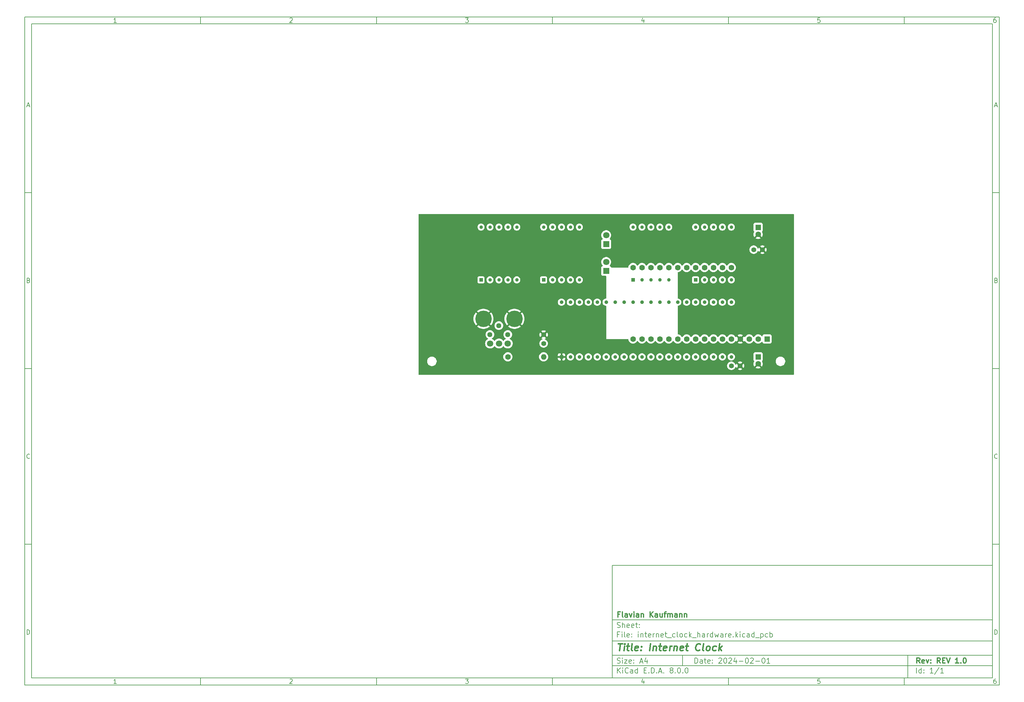
<source format=gbr>
%TF.GenerationSoftware,KiCad,Pcbnew,8.0.0*%
%TF.CreationDate,2024-02-29T15:31:37+01:00*%
%TF.ProjectId,internet_clock_hardware,696e7465-726e-4657-945f-636c6f636b5f,REV 1.0*%
%TF.SameCoordinates,Original*%
%TF.FileFunction,Copper,L2,Bot*%
%TF.FilePolarity,Positive*%
%FSLAX46Y46*%
G04 Gerber Fmt 4.6, Leading zero omitted, Abs format (unit mm)*
G04 Created by KiCad (PCBNEW 8.0.0) date 2024-02-29 15:31:37*
%MOMM*%
%LPD*%
G01*
G04 APERTURE LIST*
%ADD10C,0.100000*%
%ADD11C,0.150000*%
%ADD12C,0.300000*%
%ADD13C,0.400000*%
%TA.AperFunction,ComponentPad*%
%ADD14C,1.400000*%
%TD*%
%TA.AperFunction,ComponentPad*%
%ADD15C,1.600000*%
%TD*%
%TA.AperFunction,ComponentPad*%
%ADD16O,1.600000X1.600000*%
%TD*%
%TA.AperFunction,ComponentPad*%
%ADD17C,1.800000*%
%TD*%
%TA.AperFunction,ComponentPad*%
%ADD18C,4.680000*%
%TD*%
%TA.AperFunction,ComponentPad*%
%ADD19R,1.800000X1.800000*%
%TD*%
%TA.AperFunction,ComponentPad*%
%ADD20R,1.000000X1.000000*%
%TD*%
%TA.AperFunction,ComponentPad*%
%ADD21C,1.000000*%
%TD*%
%TA.AperFunction,ComponentPad*%
%ADD22C,1.440000*%
%TD*%
%TA.AperFunction,ComponentPad*%
%ADD23R,1.057000X1.057000*%
%TD*%
%TA.AperFunction,ComponentPad*%
%ADD24C,1.057000*%
%TD*%
%TA.AperFunction,ComponentPad*%
%ADD25R,1.600000X1.600000*%
%TD*%
G04 APERTURE END LIST*
D10*
D11*
X177002200Y-166007200D02*
X285002200Y-166007200D01*
X285002200Y-198007200D01*
X177002200Y-198007200D01*
X177002200Y-166007200D01*
D10*
D11*
X10000000Y-10000000D02*
X287002200Y-10000000D01*
X287002200Y-200007200D01*
X10000000Y-200007200D01*
X10000000Y-10000000D01*
D10*
D11*
X12000000Y-12000000D02*
X285002200Y-12000000D01*
X285002200Y-198007200D01*
X12000000Y-198007200D01*
X12000000Y-12000000D01*
D10*
D11*
X60000000Y-12000000D02*
X60000000Y-10000000D01*
D10*
D11*
X110000000Y-12000000D02*
X110000000Y-10000000D01*
D10*
D11*
X160000000Y-12000000D02*
X160000000Y-10000000D01*
D10*
D11*
X210000000Y-12000000D02*
X210000000Y-10000000D01*
D10*
D11*
X260000000Y-12000000D02*
X260000000Y-10000000D01*
D10*
D11*
X36089160Y-11593604D02*
X35346303Y-11593604D01*
X35717731Y-11593604D02*
X35717731Y-10293604D01*
X35717731Y-10293604D02*
X35593922Y-10479319D01*
X35593922Y-10479319D02*
X35470112Y-10603128D01*
X35470112Y-10603128D02*
X35346303Y-10665033D01*
D10*
D11*
X85346303Y-10417414D02*
X85408207Y-10355509D01*
X85408207Y-10355509D02*
X85532017Y-10293604D01*
X85532017Y-10293604D02*
X85841541Y-10293604D01*
X85841541Y-10293604D02*
X85965350Y-10355509D01*
X85965350Y-10355509D02*
X86027255Y-10417414D01*
X86027255Y-10417414D02*
X86089160Y-10541223D01*
X86089160Y-10541223D02*
X86089160Y-10665033D01*
X86089160Y-10665033D02*
X86027255Y-10850747D01*
X86027255Y-10850747D02*
X85284398Y-11593604D01*
X85284398Y-11593604D02*
X86089160Y-11593604D01*
D10*
D11*
X135284398Y-10293604D02*
X136089160Y-10293604D01*
X136089160Y-10293604D02*
X135655826Y-10788842D01*
X135655826Y-10788842D02*
X135841541Y-10788842D01*
X135841541Y-10788842D02*
X135965350Y-10850747D01*
X135965350Y-10850747D02*
X136027255Y-10912652D01*
X136027255Y-10912652D02*
X136089160Y-11036461D01*
X136089160Y-11036461D02*
X136089160Y-11345985D01*
X136089160Y-11345985D02*
X136027255Y-11469795D01*
X136027255Y-11469795D02*
X135965350Y-11531700D01*
X135965350Y-11531700D02*
X135841541Y-11593604D01*
X135841541Y-11593604D02*
X135470112Y-11593604D01*
X135470112Y-11593604D02*
X135346303Y-11531700D01*
X135346303Y-11531700D02*
X135284398Y-11469795D01*
D10*
D11*
X185965350Y-10726938D02*
X185965350Y-11593604D01*
X185655826Y-10231700D02*
X185346303Y-11160271D01*
X185346303Y-11160271D02*
X186151064Y-11160271D01*
D10*
D11*
X236027255Y-10293604D02*
X235408207Y-10293604D01*
X235408207Y-10293604D02*
X235346303Y-10912652D01*
X235346303Y-10912652D02*
X235408207Y-10850747D01*
X235408207Y-10850747D02*
X235532017Y-10788842D01*
X235532017Y-10788842D02*
X235841541Y-10788842D01*
X235841541Y-10788842D02*
X235965350Y-10850747D01*
X235965350Y-10850747D02*
X236027255Y-10912652D01*
X236027255Y-10912652D02*
X236089160Y-11036461D01*
X236089160Y-11036461D02*
X236089160Y-11345985D01*
X236089160Y-11345985D02*
X236027255Y-11469795D01*
X236027255Y-11469795D02*
X235965350Y-11531700D01*
X235965350Y-11531700D02*
X235841541Y-11593604D01*
X235841541Y-11593604D02*
X235532017Y-11593604D01*
X235532017Y-11593604D02*
X235408207Y-11531700D01*
X235408207Y-11531700D02*
X235346303Y-11469795D01*
D10*
D11*
X285965350Y-10293604D02*
X285717731Y-10293604D01*
X285717731Y-10293604D02*
X285593922Y-10355509D01*
X285593922Y-10355509D02*
X285532017Y-10417414D01*
X285532017Y-10417414D02*
X285408207Y-10603128D01*
X285408207Y-10603128D02*
X285346303Y-10850747D01*
X285346303Y-10850747D02*
X285346303Y-11345985D01*
X285346303Y-11345985D02*
X285408207Y-11469795D01*
X285408207Y-11469795D02*
X285470112Y-11531700D01*
X285470112Y-11531700D02*
X285593922Y-11593604D01*
X285593922Y-11593604D02*
X285841541Y-11593604D01*
X285841541Y-11593604D02*
X285965350Y-11531700D01*
X285965350Y-11531700D02*
X286027255Y-11469795D01*
X286027255Y-11469795D02*
X286089160Y-11345985D01*
X286089160Y-11345985D02*
X286089160Y-11036461D01*
X286089160Y-11036461D02*
X286027255Y-10912652D01*
X286027255Y-10912652D02*
X285965350Y-10850747D01*
X285965350Y-10850747D02*
X285841541Y-10788842D01*
X285841541Y-10788842D02*
X285593922Y-10788842D01*
X285593922Y-10788842D02*
X285470112Y-10850747D01*
X285470112Y-10850747D02*
X285408207Y-10912652D01*
X285408207Y-10912652D02*
X285346303Y-11036461D01*
D10*
D11*
X60000000Y-198007200D02*
X60000000Y-200007200D01*
D10*
D11*
X110000000Y-198007200D02*
X110000000Y-200007200D01*
D10*
D11*
X160000000Y-198007200D02*
X160000000Y-200007200D01*
D10*
D11*
X210000000Y-198007200D02*
X210000000Y-200007200D01*
D10*
D11*
X260000000Y-198007200D02*
X260000000Y-200007200D01*
D10*
D11*
X36089160Y-199600804D02*
X35346303Y-199600804D01*
X35717731Y-199600804D02*
X35717731Y-198300804D01*
X35717731Y-198300804D02*
X35593922Y-198486519D01*
X35593922Y-198486519D02*
X35470112Y-198610328D01*
X35470112Y-198610328D02*
X35346303Y-198672233D01*
D10*
D11*
X85346303Y-198424614D02*
X85408207Y-198362709D01*
X85408207Y-198362709D02*
X85532017Y-198300804D01*
X85532017Y-198300804D02*
X85841541Y-198300804D01*
X85841541Y-198300804D02*
X85965350Y-198362709D01*
X85965350Y-198362709D02*
X86027255Y-198424614D01*
X86027255Y-198424614D02*
X86089160Y-198548423D01*
X86089160Y-198548423D02*
X86089160Y-198672233D01*
X86089160Y-198672233D02*
X86027255Y-198857947D01*
X86027255Y-198857947D02*
X85284398Y-199600804D01*
X85284398Y-199600804D02*
X86089160Y-199600804D01*
D10*
D11*
X135284398Y-198300804D02*
X136089160Y-198300804D01*
X136089160Y-198300804D02*
X135655826Y-198796042D01*
X135655826Y-198796042D02*
X135841541Y-198796042D01*
X135841541Y-198796042D02*
X135965350Y-198857947D01*
X135965350Y-198857947D02*
X136027255Y-198919852D01*
X136027255Y-198919852D02*
X136089160Y-199043661D01*
X136089160Y-199043661D02*
X136089160Y-199353185D01*
X136089160Y-199353185D02*
X136027255Y-199476995D01*
X136027255Y-199476995D02*
X135965350Y-199538900D01*
X135965350Y-199538900D02*
X135841541Y-199600804D01*
X135841541Y-199600804D02*
X135470112Y-199600804D01*
X135470112Y-199600804D02*
X135346303Y-199538900D01*
X135346303Y-199538900D02*
X135284398Y-199476995D01*
D10*
D11*
X185965350Y-198734138D02*
X185965350Y-199600804D01*
X185655826Y-198238900D02*
X185346303Y-199167471D01*
X185346303Y-199167471D02*
X186151064Y-199167471D01*
D10*
D11*
X236027255Y-198300804D02*
X235408207Y-198300804D01*
X235408207Y-198300804D02*
X235346303Y-198919852D01*
X235346303Y-198919852D02*
X235408207Y-198857947D01*
X235408207Y-198857947D02*
X235532017Y-198796042D01*
X235532017Y-198796042D02*
X235841541Y-198796042D01*
X235841541Y-198796042D02*
X235965350Y-198857947D01*
X235965350Y-198857947D02*
X236027255Y-198919852D01*
X236027255Y-198919852D02*
X236089160Y-199043661D01*
X236089160Y-199043661D02*
X236089160Y-199353185D01*
X236089160Y-199353185D02*
X236027255Y-199476995D01*
X236027255Y-199476995D02*
X235965350Y-199538900D01*
X235965350Y-199538900D02*
X235841541Y-199600804D01*
X235841541Y-199600804D02*
X235532017Y-199600804D01*
X235532017Y-199600804D02*
X235408207Y-199538900D01*
X235408207Y-199538900D02*
X235346303Y-199476995D01*
D10*
D11*
X285965350Y-198300804D02*
X285717731Y-198300804D01*
X285717731Y-198300804D02*
X285593922Y-198362709D01*
X285593922Y-198362709D02*
X285532017Y-198424614D01*
X285532017Y-198424614D02*
X285408207Y-198610328D01*
X285408207Y-198610328D02*
X285346303Y-198857947D01*
X285346303Y-198857947D02*
X285346303Y-199353185D01*
X285346303Y-199353185D02*
X285408207Y-199476995D01*
X285408207Y-199476995D02*
X285470112Y-199538900D01*
X285470112Y-199538900D02*
X285593922Y-199600804D01*
X285593922Y-199600804D02*
X285841541Y-199600804D01*
X285841541Y-199600804D02*
X285965350Y-199538900D01*
X285965350Y-199538900D02*
X286027255Y-199476995D01*
X286027255Y-199476995D02*
X286089160Y-199353185D01*
X286089160Y-199353185D02*
X286089160Y-199043661D01*
X286089160Y-199043661D02*
X286027255Y-198919852D01*
X286027255Y-198919852D02*
X285965350Y-198857947D01*
X285965350Y-198857947D02*
X285841541Y-198796042D01*
X285841541Y-198796042D02*
X285593922Y-198796042D01*
X285593922Y-198796042D02*
X285470112Y-198857947D01*
X285470112Y-198857947D02*
X285408207Y-198919852D01*
X285408207Y-198919852D02*
X285346303Y-199043661D01*
D10*
D11*
X10000000Y-60000000D02*
X12000000Y-60000000D01*
D10*
D11*
X10000000Y-110000000D02*
X12000000Y-110000000D01*
D10*
D11*
X10000000Y-160000000D02*
X12000000Y-160000000D01*
D10*
D11*
X10690476Y-35222176D02*
X11309523Y-35222176D01*
X10566666Y-35593604D02*
X10999999Y-34293604D01*
X10999999Y-34293604D02*
X11433333Y-35593604D01*
D10*
D11*
X11092857Y-84912652D02*
X11278571Y-84974557D01*
X11278571Y-84974557D02*
X11340476Y-85036461D01*
X11340476Y-85036461D02*
X11402380Y-85160271D01*
X11402380Y-85160271D02*
X11402380Y-85345985D01*
X11402380Y-85345985D02*
X11340476Y-85469795D01*
X11340476Y-85469795D02*
X11278571Y-85531700D01*
X11278571Y-85531700D02*
X11154761Y-85593604D01*
X11154761Y-85593604D02*
X10659523Y-85593604D01*
X10659523Y-85593604D02*
X10659523Y-84293604D01*
X10659523Y-84293604D02*
X11092857Y-84293604D01*
X11092857Y-84293604D02*
X11216666Y-84355509D01*
X11216666Y-84355509D02*
X11278571Y-84417414D01*
X11278571Y-84417414D02*
X11340476Y-84541223D01*
X11340476Y-84541223D02*
X11340476Y-84665033D01*
X11340476Y-84665033D02*
X11278571Y-84788842D01*
X11278571Y-84788842D02*
X11216666Y-84850747D01*
X11216666Y-84850747D02*
X11092857Y-84912652D01*
X11092857Y-84912652D02*
X10659523Y-84912652D01*
D10*
D11*
X11402380Y-135469795D02*
X11340476Y-135531700D01*
X11340476Y-135531700D02*
X11154761Y-135593604D01*
X11154761Y-135593604D02*
X11030952Y-135593604D01*
X11030952Y-135593604D02*
X10845238Y-135531700D01*
X10845238Y-135531700D02*
X10721428Y-135407890D01*
X10721428Y-135407890D02*
X10659523Y-135284080D01*
X10659523Y-135284080D02*
X10597619Y-135036461D01*
X10597619Y-135036461D02*
X10597619Y-134850747D01*
X10597619Y-134850747D02*
X10659523Y-134603128D01*
X10659523Y-134603128D02*
X10721428Y-134479319D01*
X10721428Y-134479319D02*
X10845238Y-134355509D01*
X10845238Y-134355509D02*
X11030952Y-134293604D01*
X11030952Y-134293604D02*
X11154761Y-134293604D01*
X11154761Y-134293604D02*
X11340476Y-134355509D01*
X11340476Y-134355509D02*
X11402380Y-134417414D01*
D10*
D11*
X10659523Y-185593604D02*
X10659523Y-184293604D01*
X10659523Y-184293604D02*
X10969047Y-184293604D01*
X10969047Y-184293604D02*
X11154761Y-184355509D01*
X11154761Y-184355509D02*
X11278571Y-184479319D01*
X11278571Y-184479319D02*
X11340476Y-184603128D01*
X11340476Y-184603128D02*
X11402380Y-184850747D01*
X11402380Y-184850747D02*
X11402380Y-185036461D01*
X11402380Y-185036461D02*
X11340476Y-185284080D01*
X11340476Y-185284080D02*
X11278571Y-185407890D01*
X11278571Y-185407890D02*
X11154761Y-185531700D01*
X11154761Y-185531700D02*
X10969047Y-185593604D01*
X10969047Y-185593604D02*
X10659523Y-185593604D01*
D10*
D11*
X287002200Y-60000000D02*
X285002200Y-60000000D01*
D10*
D11*
X287002200Y-110000000D02*
X285002200Y-110000000D01*
D10*
D11*
X287002200Y-160000000D02*
X285002200Y-160000000D01*
D10*
D11*
X285692676Y-35222176D02*
X286311723Y-35222176D01*
X285568866Y-35593604D02*
X286002199Y-34293604D01*
X286002199Y-34293604D02*
X286435533Y-35593604D01*
D10*
D11*
X286095057Y-84912652D02*
X286280771Y-84974557D01*
X286280771Y-84974557D02*
X286342676Y-85036461D01*
X286342676Y-85036461D02*
X286404580Y-85160271D01*
X286404580Y-85160271D02*
X286404580Y-85345985D01*
X286404580Y-85345985D02*
X286342676Y-85469795D01*
X286342676Y-85469795D02*
X286280771Y-85531700D01*
X286280771Y-85531700D02*
X286156961Y-85593604D01*
X286156961Y-85593604D02*
X285661723Y-85593604D01*
X285661723Y-85593604D02*
X285661723Y-84293604D01*
X285661723Y-84293604D02*
X286095057Y-84293604D01*
X286095057Y-84293604D02*
X286218866Y-84355509D01*
X286218866Y-84355509D02*
X286280771Y-84417414D01*
X286280771Y-84417414D02*
X286342676Y-84541223D01*
X286342676Y-84541223D02*
X286342676Y-84665033D01*
X286342676Y-84665033D02*
X286280771Y-84788842D01*
X286280771Y-84788842D02*
X286218866Y-84850747D01*
X286218866Y-84850747D02*
X286095057Y-84912652D01*
X286095057Y-84912652D02*
X285661723Y-84912652D01*
D10*
D11*
X286404580Y-135469795D02*
X286342676Y-135531700D01*
X286342676Y-135531700D02*
X286156961Y-135593604D01*
X286156961Y-135593604D02*
X286033152Y-135593604D01*
X286033152Y-135593604D02*
X285847438Y-135531700D01*
X285847438Y-135531700D02*
X285723628Y-135407890D01*
X285723628Y-135407890D02*
X285661723Y-135284080D01*
X285661723Y-135284080D02*
X285599819Y-135036461D01*
X285599819Y-135036461D02*
X285599819Y-134850747D01*
X285599819Y-134850747D02*
X285661723Y-134603128D01*
X285661723Y-134603128D02*
X285723628Y-134479319D01*
X285723628Y-134479319D02*
X285847438Y-134355509D01*
X285847438Y-134355509D02*
X286033152Y-134293604D01*
X286033152Y-134293604D02*
X286156961Y-134293604D01*
X286156961Y-134293604D02*
X286342676Y-134355509D01*
X286342676Y-134355509D02*
X286404580Y-134417414D01*
D10*
D11*
X285661723Y-185593604D02*
X285661723Y-184293604D01*
X285661723Y-184293604D02*
X285971247Y-184293604D01*
X285971247Y-184293604D02*
X286156961Y-184355509D01*
X286156961Y-184355509D02*
X286280771Y-184479319D01*
X286280771Y-184479319D02*
X286342676Y-184603128D01*
X286342676Y-184603128D02*
X286404580Y-184850747D01*
X286404580Y-184850747D02*
X286404580Y-185036461D01*
X286404580Y-185036461D02*
X286342676Y-185284080D01*
X286342676Y-185284080D02*
X286280771Y-185407890D01*
X286280771Y-185407890D02*
X286156961Y-185531700D01*
X286156961Y-185531700D02*
X285971247Y-185593604D01*
X285971247Y-185593604D02*
X285661723Y-185593604D01*
D10*
D11*
X200458026Y-193793328D02*
X200458026Y-192293328D01*
X200458026Y-192293328D02*
X200815169Y-192293328D01*
X200815169Y-192293328D02*
X201029455Y-192364757D01*
X201029455Y-192364757D02*
X201172312Y-192507614D01*
X201172312Y-192507614D02*
X201243741Y-192650471D01*
X201243741Y-192650471D02*
X201315169Y-192936185D01*
X201315169Y-192936185D02*
X201315169Y-193150471D01*
X201315169Y-193150471D02*
X201243741Y-193436185D01*
X201243741Y-193436185D02*
X201172312Y-193579042D01*
X201172312Y-193579042D02*
X201029455Y-193721900D01*
X201029455Y-193721900D02*
X200815169Y-193793328D01*
X200815169Y-193793328D02*
X200458026Y-193793328D01*
X202600884Y-193793328D02*
X202600884Y-193007614D01*
X202600884Y-193007614D02*
X202529455Y-192864757D01*
X202529455Y-192864757D02*
X202386598Y-192793328D01*
X202386598Y-192793328D02*
X202100884Y-192793328D01*
X202100884Y-192793328D02*
X201958026Y-192864757D01*
X202600884Y-193721900D02*
X202458026Y-193793328D01*
X202458026Y-193793328D02*
X202100884Y-193793328D01*
X202100884Y-193793328D02*
X201958026Y-193721900D01*
X201958026Y-193721900D02*
X201886598Y-193579042D01*
X201886598Y-193579042D02*
X201886598Y-193436185D01*
X201886598Y-193436185D02*
X201958026Y-193293328D01*
X201958026Y-193293328D02*
X202100884Y-193221900D01*
X202100884Y-193221900D02*
X202458026Y-193221900D01*
X202458026Y-193221900D02*
X202600884Y-193150471D01*
X203100884Y-192793328D02*
X203672312Y-192793328D01*
X203315169Y-192293328D02*
X203315169Y-193579042D01*
X203315169Y-193579042D02*
X203386598Y-193721900D01*
X203386598Y-193721900D02*
X203529455Y-193793328D01*
X203529455Y-193793328D02*
X203672312Y-193793328D01*
X204743741Y-193721900D02*
X204600884Y-193793328D01*
X204600884Y-193793328D02*
X204315170Y-193793328D01*
X204315170Y-193793328D02*
X204172312Y-193721900D01*
X204172312Y-193721900D02*
X204100884Y-193579042D01*
X204100884Y-193579042D02*
X204100884Y-193007614D01*
X204100884Y-193007614D02*
X204172312Y-192864757D01*
X204172312Y-192864757D02*
X204315170Y-192793328D01*
X204315170Y-192793328D02*
X204600884Y-192793328D01*
X204600884Y-192793328D02*
X204743741Y-192864757D01*
X204743741Y-192864757D02*
X204815170Y-193007614D01*
X204815170Y-193007614D02*
X204815170Y-193150471D01*
X204815170Y-193150471D02*
X204100884Y-193293328D01*
X205458026Y-193650471D02*
X205529455Y-193721900D01*
X205529455Y-193721900D02*
X205458026Y-193793328D01*
X205458026Y-193793328D02*
X205386598Y-193721900D01*
X205386598Y-193721900D02*
X205458026Y-193650471D01*
X205458026Y-193650471D02*
X205458026Y-193793328D01*
X205458026Y-192864757D02*
X205529455Y-192936185D01*
X205529455Y-192936185D02*
X205458026Y-193007614D01*
X205458026Y-193007614D02*
X205386598Y-192936185D01*
X205386598Y-192936185D02*
X205458026Y-192864757D01*
X205458026Y-192864757D02*
X205458026Y-193007614D01*
X207243741Y-192436185D02*
X207315169Y-192364757D01*
X207315169Y-192364757D02*
X207458027Y-192293328D01*
X207458027Y-192293328D02*
X207815169Y-192293328D01*
X207815169Y-192293328D02*
X207958027Y-192364757D01*
X207958027Y-192364757D02*
X208029455Y-192436185D01*
X208029455Y-192436185D02*
X208100884Y-192579042D01*
X208100884Y-192579042D02*
X208100884Y-192721900D01*
X208100884Y-192721900D02*
X208029455Y-192936185D01*
X208029455Y-192936185D02*
X207172312Y-193793328D01*
X207172312Y-193793328D02*
X208100884Y-193793328D01*
X209029455Y-192293328D02*
X209172312Y-192293328D01*
X209172312Y-192293328D02*
X209315169Y-192364757D01*
X209315169Y-192364757D02*
X209386598Y-192436185D01*
X209386598Y-192436185D02*
X209458026Y-192579042D01*
X209458026Y-192579042D02*
X209529455Y-192864757D01*
X209529455Y-192864757D02*
X209529455Y-193221900D01*
X209529455Y-193221900D02*
X209458026Y-193507614D01*
X209458026Y-193507614D02*
X209386598Y-193650471D01*
X209386598Y-193650471D02*
X209315169Y-193721900D01*
X209315169Y-193721900D02*
X209172312Y-193793328D01*
X209172312Y-193793328D02*
X209029455Y-193793328D01*
X209029455Y-193793328D02*
X208886598Y-193721900D01*
X208886598Y-193721900D02*
X208815169Y-193650471D01*
X208815169Y-193650471D02*
X208743740Y-193507614D01*
X208743740Y-193507614D02*
X208672312Y-193221900D01*
X208672312Y-193221900D02*
X208672312Y-192864757D01*
X208672312Y-192864757D02*
X208743740Y-192579042D01*
X208743740Y-192579042D02*
X208815169Y-192436185D01*
X208815169Y-192436185D02*
X208886598Y-192364757D01*
X208886598Y-192364757D02*
X209029455Y-192293328D01*
X210100883Y-192436185D02*
X210172311Y-192364757D01*
X210172311Y-192364757D02*
X210315169Y-192293328D01*
X210315169Y-192293328D02*
X210672311Y-192293328D01*
X210672311Y-192293328D02*
X210815169Y-192364757D01*
X210815169Y-192364757D02*
X210886597Y-192436185D01*
X210886597Y-192436185D02*
X210958026Y-192579042D01*
X210958026Y-192579042D02*
X210958026Y-192721900D01*
X210958026Y-192721900D02*
X210886597Y-192936185D01*
X210886597Y-192936185D02*
X210029454Y-193793328D01*
X210029454Y-193793328D02*
X210958026Y-193793328D01*
X212243740Y-192793328D02*
X212243740Y-193793328D01*
X211886597Y-192221900D02*
X211529454Y-193293328D01*
X211529454Y-193293328D02*
X212458025Y-193293328D01*
X213029453Y-193221900D02*
X214172311Y-193221900D01*
X215172311Y-192293328D02*
X215315168Y-192293328D01*
X215315168Y-192293328D02*
X215458025Y-192364757D01*
X215458025Y-192364757D02*
X215529454Y-192436185D01*
X215529454Y-192436185D02*
X215600882Y-192579042D01*
X215600882Y-192579042D02*
X215672311Y-192864757D01*
X215672311Y-192864757D02*
X215672311Y-193221900D01*
X215672311Y-193221900D02*
X215600882Y-193507614D01*
X215600882Y-193507614D02*
X215529454Y-193650471D01*
X215529454Y-193650471D02*
X215458025Y-193721900D01*
X215458025Y-193721900D02*
X215315168Y-193793328D01*
X215315168Y-193793328D02*
X215172311Y-193793328D01*
X215172311Y-193793328D02*
X215029454Y-193721900D01*
X215029454Y-193721900D02*
X214958025Y-193650471D01*
X214958025Y-193650471D02*
X214886596Y-193507614D01*
X214886596Y-193507614D02*
X214815168Y-193221900D01*
X214815168Y-193221900D02*
X214815168Y-192864757D01*
X214815168Y-192864757D02*
X214886596Y-192579042D01*
X214886596Y-192579042D02*
X214958025Y-192436185D01*
X214958025Y-192436185D02*
X215029454Y-192364757D01*
X215029454Y-192364757D02*
X215172311Y-192293328D01*
X216243739Y-192436185D02*
X216315167Y-192364757D01*
X216315167Y-192364757D02*
X216458025Y-192293328D01*
X216458025Y-192293328D02*
X216815167Y-192293328D01*
X216815167Y-192293328D02*
X216958025Y-192364757D01*
X216958025Y-192364757D02*
X217029453Y-192436185D01*
X217029453Y-192436185D02*
X217100882Y-192579042D01*
X217100882Y-192579042D02*
X217100882Y-192721900D01*
X217100882Y-192721900D02*
X217029453Y-192936185D01*
X217029453Y-192936185D02*
X216172310Y-193793328D01*
X216172310Y-193793328D02*
X217100882Y-193793328D01*
X217743738Y-193221900D02*
X218886596Y-193221900D01*
X219886596Y-192293328D02*
X220029453Y-192293328D01*
X220029453Y-192293328D02*
X220172310Y-192364757D01*
X220172310Y-192364757D02*
X220243739Y-192436185D01*
X220243739Y-192436185D02*
X220315167Y-192579042D01*
X220315167Y-192579042D02*
X220386596Y-192864757D01*
X220386596Y-192864757D02*
X220386596Y-193221900D01*
X220386596Y-193221900D02*
X220315167Y-193507614D01*
X220315167Y-193507614D02*
X220243739Y-193650471D01*
X220243739Y-193650471D02*
X220172310Y-193721900D01*
X220172310Y-193721900D02*
X220029453Y-193793328D01*
X220029453Y-193793328D02*
X219886596Y-193793328D01*
X219886596Y-193793328D02*
X219743739Y-193721900D01*
X219743739Y-193721900D02*
X219672310Y-193650471D01*
X219672310Y-193650471D02*
X219600881Y-193507614D01*
X219600881Y-193507614D02*
X219529453Y-193221900D01*
X219529453Y-193221900D02*
X219529453Y-192864757D01*
X219529453Y-192864757D02*
X219600881Y-192579042D01*
X219600881Y-192579042D02*
X219672310Y-192436185D01*
X219672310Y-192436185D02*
X219743739Y-192364757D01*
X219743739Y-192364757D02*
X219886596Y-192293328D01*
X221815167Y-193793328D02*
X220958024Y-193793328D01*
X221386595Y-193793328D02*
X221386595Y-192293328D01*
X221386595Y-192293328D02*
X221243738Y-192507614D01*
X221243738Y-192507614D02*
X221100881Y-192650471D01*
X221100881Y-192650471D02*
X220958024Y-192721900D01*
D10*
D11*
X177002200Y-194507200D02*
X285002200Y-194507200D01*
D10*
D11*
X178458026Y-196593328D02*
X178458026Y-195093328D01*
X179315169Y-196593328D02*
X178672312Y-195736185D01*
X179315169Y-195093328D02*
X178458026Y-195950471D01*
X179958026Y-196593328D02*
X179958026Y-195593328D01*
X179958026Y-195093328D02*
X179886598Y-195164757D01*
X179886598Y-195164757D02*
X179958026Y-195236185D01*
X179958026Y-195236185D02*
X180029455Y-195164757D01*
X180029455Y-195164757D02*
X179958026Y-195093328D01*
X179958026Y-195093328D02*
X179958026Y-195236185D01*
X181529455Y-196450471D02*
X181458027Y-196521900D01*
X181458027Y-196521900D02*
X181243741Y-196593328D01*
X181243741Y-196593328D02*
X181100884Y-196593328D01*
X181100884Y-196593328D02*
X180886598Y-196521900D01*
X180886598Y-196521900D02*
X180743741Y-196379042D01*
X180743741Y-196379042D02*
X180672312Y-196236185D01*
X180672312Y-196236185D02*
X180600884Y-195950471D01*
X180600884Y-195950471D02*
X180600884Y-195736185D01*
X180600884Y-195736185D02*
X180672312Y-195450471D01*
X180672312Y-195450471D02*
X180743741Y-195307614D01*
X180743741Y-195307614D02*
X180886598Y-195164757D01*
X180886598Y-195164757D02*
X181100884Y-195093328D01*
X181100884Y-195093328D02*
X181243741Y-195093328D01*
X181243741Y-195093328D02*
X181458027Y-195164757D01*
X181458027Y-195164757D02*
X181529455Y-195236185D01*
X182815170Y-196593328D02*
X182815170Y-195807614D01*
X182815170Y-195807614D02*
X182743741Y-195664757D01*
X182743741Y-195664757D02*
X182600884Y-195593328D01*
X182600884Y-195593328D02*
X182315170Y-195593328D01*
X182315170Y-195593328D02*
X182172312Y-195664757D01*
X182815170Y-196521900D02*
X182672312Y-196593328D01*
X182672312Y-196593328D02*
X182315170Y-196593328D01*
X182315170Y-196593328D02*
X182172312Y-196521900D01*
X182172312Y-196521900D02*
X182100884Y-196379042D01*
X182100884Y-196379042D02*
X182100884Y-196236185D01*
X182100884Y-196236185D02*
X182172312Y-196093328D01*
X182172312Y-196093328D02*
X182315170Y-196021900D01*
X182315170Y-196021900D02*
X182672312Y-196021900D01*
X182672312Y-196021900D02*
X182815170Y-195950471D01*
X184172313Y-196593328D02*
X184172313Y-195093328D01*
X184172313Y-196521900D02*
X184029455Y-196593328D01*
X184029455Y-196593328D02*
X183743741Y-196593328D01*
X183743741Y-196593328D02*
X183600884Y-196521900D01*
X183600884Y-196521900D02*
X183529455Y-196450471D01*
X183529455Y-196450471D02*
X183458027Y-196307614D01*
X183458027Y-196307614D02*
X183458027Y-195879042D01*
X183458027Y-195879042D02*
X183529455Y-195736185D01*
X183529455Y-195736185D02*
X183600884Y-195664757D01*
X183600884Y-195664757D02*
X183743741Y-195593328D01*
X183743741Y-195593328D02*
X184029455Y-195593328D01*
X184029455Y-195593328D02*
X184172313Y-195664757D01*
X186029455Y-195807614D02*
X186529455Y-195807614D01*
X186743741Y-196593328D02*
X186029455Y-196593328D01*
X186029455Y-196593328D02*
X186029455Y-195093328D01*
X186029455Y-195093328D02*
X186743741Y-195093328D01*
X187386598Y-196450471D02*
X187458027Y-196521900D01*
X187458027Y-196521900D02*
X187386598Y-196593328D01*
X187386598Y-196593328D02*
X187315170Y-196521900D01*
X187315170Y-196521900D02*
X187386598Y-196450471D01*
X187386598Y-196450471D02*
X187386598Y-196593328D01*
X188100884Y-196593328D02*
X188100884Y-195093328D01*
X188100884Y-195093328D02*
X188458027Y-195093328D01*
X188458027Y-195093328D02*
X188672313Y-195164757D01*
X188672313Y-195164757D02*
X188815170Y-195307614D01*
X188815170Y-195307614D02*
X188886599Y-195450471D01*
X188886599Y-195450471D02*
X188958027Y-195736185D01*
X188958027Y-195736185D02*
X188958027Y-195950471D01*
X188958027Y-195950471D02*
X188886599Y-196236185D01*
X188886599Y-196236185D02*
X188815170Y-196379042D01*
X188815170Y-196379042D02*
X188672313Y-196521900D01*
X188672313Y-196521900D02*
X188458027Y-196593328D01*
X188458027Y-196593328D02*
X188100884Y-196593328D01*
X189600884Y-196450471D02*
X189672313Y-196521900D01*
X189672313Y-196521900D02*
X189600884Y-196593328D01*
X189600884Y-196593328D02*
X189529456Y-196521900D01*
X189529456Y-196521900D02*
X189600884Y-196450471D01*
X189600884Y-196450471D02*
X189600884Y-196593328D01*
X190243742Y-196164757D02*
X190958028Y-196164757D01*
X190100885Y-196593328D02*
X190600885Y-195093328D01*
X190600885Y-195093328D02*
X191100885Y-196593328D01*
X191600884Y-196450471D02*
X191672313Y-196521900D01*
X191672313Y-196521900D02*
X191600884Y-196593328D01*
X191600884Y-196593328D02*
X191529456Y-196521900D01*
X191529456Y-196521900D02*
X191600884Y-196450471D01*
X191600884Y-196450471D02*
X191600884Y-196593328D01*
X193672313Y-195736185D02*
X193529456Y-195664757D01*
X193529456Y-195664757D02*
X193458027Y-195593328D01*
X193458027Y-195593328D02*
X193386599Y-195450471D01*
X193386599Y-195450471D02*
X193386599Y-195379042D01*
X193386599Y-195379042D02*
X193458027Y-195236185D01*
X193458027Y-195236185D02*
X193529456Y-195164757D01*
X193529456Y-195164757D02*
X193672313Y-195093328D01*
X193672313Y-195093328D02*
X193958027Y-195093328D01*
X193958027Y-195093328D02*
X194100885Y-195164757D01*
X194100885Y-195164757D02*
X194172313Y-195236185D01*
X194172313Y-195236185D02*
X194243742Y-195379042D01*
X194243742Y-195379042D02*
X194243742Y-195450471D01*
X194243742Y-195450471D02*
X194172313Y-195593328D01*
X194172313Y-195593328D02*
X194100885Y-195664757D01*
X194100885Y-195664757D02*
X193958027Y-195736185D01*
X193958027Y-195736185D02*
X193672313Y-195736185D01*
X193672313Y-195736185D02*
X193529456Y-195807614D01*
X193529456Y-195807614D02*
X193458027Y-195879042D01*
X193458027Y-195879042D02*
X193386599Y-196021900D01*
X193386599Y-196021900D02*
X193386599Y-196307614D01*
X193386599Y-196307614D02*
X193458027Y-196450471D01*
X193458027Y-196450471D02*
X193529456Y-196521900D01*
X193529456Y-196521900D02*
X193672313Y-196593328D01*
X193672313Y-196593328D02*
X193958027Y-196593328D01*
X193958027Y-196593328D02*
X194100885Y-196521900D01*
X194100885Y-196521900D02*
X194172313Y-196450471D01*
X194172313Y-196450471D02*
X194243742Y-196307614D01*
X194243742Y-196307614D02*
X194243742Y-196021900D01*
X194243742Y-196021900D02*
X194172313Y-195879042D01*
X194172313Y-195879042D02*
X194100885Y-195807614D01*
X194100885Y-195807614D02*
X193958027Y-195736185D01*
X194886598Y-196450471D02*
X194958027Y-196521900D01*
X194958027Y-196521900D02*
X194886598Y-196593328D01*
X194886598Y-196593328D02*
X194815170Y-196521900D01*
X194815170Y-196521900D02*
X194886598Y-196450471D01*
X194886598Y-196450471D02*
X194886598Y-196593328D01*
X195886599Y-195093328D02*
X196029456Y-195093328D01*
X196029456Y-195093328D02*
X196172313Y-195164757D01*
X196172313Y-195164757D02*
X196243742Y-195236185D01*
X196243742Y-195236185D02*
X196315170Y-195379042D01*
X196315170Y-195379042D02*
X196386599Y-195664757D01*
X196386599Y-195664757D02*
X196386599Y-196021900D01*
X196386599Y-196021900D02*
X196315170Y-196307614D01*
X196315170Y-196307614D02*
X196243742Y-196450471D01*
X196243742Y-196450471D02*
X196172313Y-196521900D01*
X196172313Y-196521900D02*
X196029456Y-196593328D01*
X196029456Y-196593328D02*
X195886599Y-196593328D01*
X195886599Y-196593328D02*
X195743742Y-196521900D01*
X195743742Y-196521900D02*
X195672313Y-196450471D01*
X195672313Y-196450471D02*
X195600884Y-196307614D01*
X195600884Y-196307614D02*
X195529456Y-196021900D01*
X195529456Y-196021900D02*
X195529456Y-195664757D01*
X195529456Y-195664757D02*
X195600884Y-195379042D01*
X195600884Y-195379042D02*
X195672313Y-195236185D01*
X195672313Y-195236185D02*
X195743742Y-195164757D01*
X195743742Y-195164757D02*
X195886599Y-195093328D01*
X197029455Y-196450471D02*
X197100884Y-196521900D01*
X197100884Y-196521900D02*
X197029455Y-196593328D01*
X197029455Y-196593328D02*
X196958027Y-196521900D01*
X196958027Y-196521900D02*
X197029455Y-196450471D01*
X197029455Y-196450471D02*
X197029455Y-196593328D01*
X198029456Y-195093328D02*
X198172313Y-195093328D01*
X198172313Y-195093328D02*
X198315170Y-195164757D01*
X198315170Y-195164757D02*
X198386599Y-195236185D01*
X198386599Y-195236185D02*
X198458027Y-195379042D01*
X198458027Y-195379042D02*
X198529456Y-195664757D01*
X198529456Y-195664757D02*
X198529456Y-196021900D01*
X198529456Y-196021900D02*
X198458027Y-196307614D01*
X198458027Y-196307614D02*
X198386599Y-196450471D01*
X198386599Y-196450471D02*
X198315170Y-196521900D01*
X198315170Y-196521900D02*
X198172313Y-196593328D01*
X198172313Y-196593328D02*
X198029456Y-196593328D01*
X198029456Y-196593328D02*
X197886599Y-196521900D01*
X197886599Y-196521900D02*
X197815170Y-196450471D01*
X197815170Y-196450471D02*
X197743741Y-196307614D01*
X197743741Y-196307614D02*
X197672313Y-196021900D01*
X197672313Y-196021900D02*
X197672313Y-195664757D01*
X197672313Y-195664757D02*
X197743741Y-195379042D01*
X197743741Y-195379042D02*
X197815170Y-195236185D01*
X197815170Y-195236185D02*
X197886599Y-195164757D01*
X197886599Y-195164757D02*
X198029456Y-195093328D01*
D10*
D11*
X177002200Y-191507200D02*
X285002200Y-191507200D01*
D10*
D12*
X264413853Y-193785528D02*
X263913853Y-193071242D01*
X263556710Y-193785528D02*
X263556710Y-192285528D01*
X263556710Y-192285528D02*
X264128139Y-192285528D01*
X264128139Y-192285528D02*
X264270996Y-192356957D01*
X264270996Y-192356957D02*
X264342425Y-192428385D01*
X264342425Y-192428385D02*
X264413853Y-192571242D01*
X264413853Y-192571242D02*
X264413853Y-192785528D01*
X264413853Y-192785528D02*
X264342425Y-192928385D01*
X264342425Y-192928385D02*
X264270996Y-192999814D01*
X264270996Y-192999814D02*
X264128139Y-193071242D01*
X264128139Y-193071242D02*
X263556710Y-193071242D01*
X265628139Y-193714100D02*
X265485282Y-193785528D01*
X265485282Y-193785528D02*
X265199568Y-193785528D01*
X265199568Y-193785528D02*
X265056710Y-193714100D01*
X265056710Y-193714100D02*
X264985282Y-193571242D01*
X264985282Y-193571242D02*
X264985282Y-192999814D01*
X264985282Y-192999814D02*
X265056710Y-192856957D01*
X265056710Y-192856957D02*
X265199568Y-192785528D01*
X265199568Y-192785528D02*
X265485282Y-192785528D01*
X265485282Y-192785528D02*
X265628139Y-192856957D01*
X265628139Y-192856957D02*
X265699568Y-192999814D01*
X265699568Y-192999814D02*
X265699568Y-193142671D01*
X265699568Y-193142671D02*
X264985282Y-193285528D01*
X266199567Y-192785528D02*
X266556710Y-193785528D01*
X266556710Y-193785528D02*
X266913853Y-192785528D01*
X267485281Y-193642671D02*
X267556710Y-193714100D01*
X267556710Y-193714100D02*
X267485281Y-193785528D01*
X267485281Y-193785528D02*
X267413853Y-193714100D01*
X267413853Y-193714100D02*
X267485281Y-193642671D01*
X267485281Y-193642671D02*
X267485281Y-193785528D01*
X267485281Y-192856957D02*
X267556710Y-192928385D01*
X267556710Y-192928385D02*
X267485281Y-192999814D01*
X267485281Y-192999814D02*
X267413853Y-192928385D01*
X267413853Y-192928385D02*
X267485281Y-192856957D01*
X267485281Y-192856957D02*
X267485281Y-192999814D01*
X270199567Y-193785528D02*
X269699567Y-193071242D01*
X269342424Y-193785528D02*
X269342424Y-192285528D01*
X269342424Y-192285528D02*
X269913853Y-192285528D01*
X269913853Y-192285528D02*
X270056710Y-192356957D01*
X270056710Y-192356957D02*
X270128139Y-192428385D01*
X270128139Y-192428385D02*
X270199567Y-192571242D01*
X270199567Y-192571242D02*
X270199567Y-192785528D01*
X270199567Y-192785528D02*
X270128139Y-192928385D01*
X270128139Y-192928385D02*
X270056710Y-192999814D01*
X270056710Y-192999814D02*
X269913853Y-193071242D01*
X269913853Y-193071242D02*
X269342424Y-193071242D01*
X270842424Y-192999814D02*
X271342424Y-192999814D01*
X271556710Y-193785528D02*
X270842424Y-193785528D01*
X270842424Y-193785528D02*
X270842424Y-192285528D01*
X270842424Y-192285528D02*
X271556710Y-192285528D01*
X271985282Y-192285528D02*
X272485282Y-193785528D01*
X272485282Y-193785528D02*
X272985282Y-192285528D01*
X275413853Y-193785528D02*
X274556710Y-193785528D01*
X274985281Y-193785528D02*
X274985281Y-192285528D01*
X274985281Y-192285528D02*
X274842424Y-192499814D01*
X274842424Y-192499814D02*
X274699567Y-192642671D01*
X274699567Y-192642671D02*
X274556710Y-192714100D01*
X276056709Y-193642671D02*
X276128138Y-193714100D01*
X276128138Y-193714100D02*
X276056709Y-193785528D01*
X276056709Y-193785528D02*
X275985281Y-193714100D01*
X275985281Y-193714100D02*
X276056709Y-193642671D01*
X276056709Y-193642671D02*
X276056709Y-193785528D01*
X277056710Y-192285528D02*
X277199567Y-192285528D01*
X277199567Y-192285528D02*
X277342424Y-192356957D01*
X277342424Y-192356957D02*
X277413853Y-192428385D01*
X277413853Y-192428385D02*
X277485281Y-192571242D01*
X277485281Y-192571242D02*
X277556710Y-192856957D01*
X277556710Y-192856957D02*
X277556710Y-193214100D01*
X277556710Y-193214100D02*
X277485281Y-193499814D01*
X277485281Y-193499814D02*
X277413853Y-193642671D01*
X277413853Y-193642671D02*
X277342424Y-193714100D01*
X277342424Y-193714100D02*
X277199567Y-193785528D01*
X277199567Y-193785528D02*
X277056710Y-193785528D01*
X277056710Y-193785528D02*
X276913853Y-193714100D01*
X276913853Y-193714100D02*
X276842424Y-193642671D01*
X276842424Y-193642671D02*
X276770995Y-193499814D01*
X276770995Y-193499814D02*
X276699567Y-193214100D01*
X276699567Y-193214100D02*
X276699567Y-192856957D01*
X276699567Y-192856957D02*
X276770995Y-192571242D01*
X276770995Y-192571242D02*
X276842424Y-192428385D01*
X276842424Y-192428385D02*
X276913853Y-192356957D01*
X276913853Y-192356957D02*
X277056710Y-192285528D01*
D10*
D11*
X178386598Y-193721900D02*
X178600884Y-193793328D01*
X178600884Y-193793328D02*
X178958026Y-193793328D01*
X178958026Y-193793328D02*
X179100884Y-193721900D01*
X179100884Y-193721900D02*
X179172312Y-193650471D01*
X179172312Y-193650471D02*
X179243741Y-193507614D01*
X179243741Y-193507614D02*
X179243741Y-193364757D01*
X179243741Y-193364757D02*
X179172312Y-193221900D01*
X179172312Y-193221900D02*
X179100884Y-193150471D01*
X179100884Y-193150471D02*
X178958026Y-193079042D01*
X178958026Y-193079042D02*
X178672312Y-193007614D01*
X178672312Y-193007614D02*
X178529455Y-192936185D01*
X178529455Y-192936185D02*
X178458026Y-192864757D01*
X178458026Y-192864757D02*
X178386598Y-192721900D01*
X178386598Y-192721900D02*
X178386598Y-192579042D01*
X178386598Y-192579042D02*
X178458026Y-192436185D01*
X178458026Y-192436185D02*
X178529455Y-192364757D01*
X178529455Y-192364757D02*
X178672312Y-192293328D01*
X178672312Y-192293328D02*
X179029455Y-192293328D01*
X179029455Y-192293328D02*
X179243741Y-192364757D01*
X179886597Y-193793328D02*
X179886597Y-192793328D01*
X179886597Y-192293328D02*
X179815169Y-192364757D01*
X179815169Y-192364757D02*
X179886597Y-192436185D01*
X179886597Y-192436185D02*
X179958026Y-192364757D01*
X179958026Y-192364757D02*
X179886597Y-192293328D01*
X179886597Y-192293328D02*
X179886597Y-192436185D01*
X180458026Y-192793328D02*
X181243741Y-192793328D01*
X181243741Y-192793328D02*
X180458026Y-193793328D01*
X180458026Y-193793328D02*
X181243741Y-193793328D01*
X182386598Y-193721900D02*
X182243741Y-193793328D01*
X182243741Y-193793328D02*
X181958027Y-193793328D01*
X181958027Y-193793328D02*
X181815169Y-193721900D01*
X181815169Y-193721900D02*
X181743741Y-193579042D01*
X181743741Y-193579042D02*
X181743741Y-193007614D01*
X181743741Y-193007614D02*
X181815169Y-192864757D01*
X181815169Y-192864757D02*
X181958027Y-192793328D01*
X181958027Y-192793328D02*
X182243741Y-192793328D01*
X182243741Y-192793328D02*
X182386598Y-192864757D01*
X182386598Y-192864757D02*
X182458027Y-193007614D01*
X182458027Y-193007614D02*
X182458027Y-193150471D01*
X182458027Y-193150471D02*
X181743741Y-193293328D01*
X183100883Y-193650471D02*
X183172312Y-193721900D01*
X183172312Y-193721900D02*
X183100883Y-193793328D01*
X183100883Y-193793328D02*
X183029455Y-193721900D01*
X183029455Y-193721900D02*
X183100883Y-193650471D01*
X183100883Y-193650471D02*
X183100883Y-193793328D01*
X183100883Y-192864757D02*
X183172312Y-192936185D01*
X183172312Y-192936185D02*
X183100883Y-193007614D01*
X183100883Y-193007614D02*
X183029455Y-192936185D01*
X183029455Y-192936185D02*
X183100883Y-192864757D01*
X183100883Y-192864757D02*
X183100883Y-193007614D01*
X184886598Y-193364757D02*
X185600884Y-193364757D01*
X184743741Y-193793328D02*
X185243741Y-192293328D01*
X185243741Y-192293328D02*
X185743741Y-193793328D01*
X186886598Y-192793328D02*
X186886598Y-193793328D01*
X186529455Y-192221900D02*
X186172312Y-193293328D01*
X186172312Y-193293328D02*
X187100883Y-193293328D01*
D10*
D11*
X263458026Y-196593328D02*
X263458026Y-195093328D01*
X264815170Y-196593328D02*
X264815170Y-195093328D01*
X264815170Y-196521900D02*
X264672312Y-196593328D01*
X264672312Y-196593328D02*
X264386598Y-196593328D01*
X264386598Y-196593328D02*
X264243741Y-196521900D01*
X264243741Y-196521900D02*
X264172312Y-196450471D01*
X264172312Y-196450471D02*
X264100884Y-196307614D01*
X264100884Y-196307614D02*
X264100884Y-195879042D01*
X264100884Y-195879042D02*
X264172312Y-195736185D01*
X264172312Y-195736185D02*
X264243741Y-195664757D01*
X264243741Y-195664757D02*
X264386598Y-195593328D01*
X264386598Y-195593328D02*
X264672312Y-195593328D01*
X264672312Y-195593328D02*
X264815170Y-195664757D01*
X265529455Y-196450471D02*
X265600884Y-196521900D01*
X265600884Y-196521900D02*
X265529455Y-196593328D01*
X265529455Y-196593328D02*
X265458027Y-196521900D01*
X265458027Y-196521900D02*
X265529455Y-196450471D01*
X265529455Y-196450471D02*
X265529455Y-196593328D01*
X265529455Y-195664757D02*
X265600884Y-195736185D01*
X265600884Y-195736185D02*
X265529455Y-195807614D01*
X265529455Y-195807614D02*
X265458027Y-195736185D01*
X265458027Y-195736185D02*
X265529455Y-195664757D01*
X265529455Y-195664757D02*
X265529455Y-195807614D01*
X268172313Y-196593328D02*
X267315170Y-196593328D01*
X267743741Y-196593328D02*
X267743741Y-195093328D01*
X267743741Y-195093328D02*
X267600884Y-195307614D01*
X267600884Y-195307614D02*
X267458027Y-195450471D01*
X267458027Y-195450471D02*
X267315170Y-195521900D01*
X269886598Y-195021900D02*
X268600884Y-196950471D01*
X271172313Y-196593328D02*
X270315170Y-196593328D01*
X270743741Y-196593328D02*
X270743741Y-195093328D01*
X270743741Y-195093328D02*
X270600884Y-195307614D01*
X270600884Y-195307614D02*
X270458027Y-195450471D01*
X270458027Y-195450471D02*
X270315170Y-195521900D01*
D10*
D11*
X177002200Y-187507200D02*
X285002200Y-187507200D01*
D10*
D13*
X178693928Y-188211638D02*
X179836785Y-188211638D01*
X179015357Y-190211638D02*
X179265357Y-188211638D01*
X180253452Y-190211638D02*
X180420119Y-188878304D01*
X180503452Y-188211638D02*
X180396309Y-188306876D01*
X180396309Y-188306876D02*
X180479643Y-188402114D01*
X180479643Y-188402114D02*
X180586786Y-188306876D01*
X180586786Y-188306876D02*
X180503452Y-188211638D01*
X180503452Y-188211638D02*
X180479643Y-188402114D01*
X181086786Y-188878304D02*
X181848690Y-188878304D01*
X181455833Y-188211638D02*
X181241548Y-189925923D01*
X181241548Y-189925923D02*
X181312976Y-190116400D01*
X181312976Y-190116400D02*
X181491548Y-190211638D01*
X181491548Y-190211638D02*
X181682024Y-190211638D01*
X182634405Y-190211638D02*
X182455833Y-190116400D01*
X182455833Y-190116400D02*
X182384405Y-189925923D01*
X182384405Y-189925923D02*
X182598690Y-188211638D01*
X184170119Y-190116400D02*
X183967738Y-190211638D01*
X183967738Y-190211638D02*
X183586785Y-190211638D01*
X183586785Y-190211638D02*
X183408214Y-190116400D01*
X183408214Y-190116400D02*
X183336785Y-189925923D01*
X183336785Y-189925923D02*
X183432024Y-189164019D01*
X183432024Y-189164019D02*
X183551071Y-188973542D01*
X183551071Y-188973542D02*
X183753452Y-188878304D01*
X183753452Y-188878304D02*
X184134404Y-188878304D01*
X184134404Y-188878304D02*
X184312976Y-188973542D01*
X184312976Y-188973542D02*
X184384404Y-189164019D01*
X184384404Y-189164019D02*
X184360595Y-189354495D01*
X184360595Y-189354495D02*
X183384404Y-189544971D01*
X185134405Y-190021161D02*
X185217738Y-190116400D01*
X185217738Y-190116400D02*
X185110595Y-190211638D01*
X185110595Y-190211638D02*
X185027262Y-190116400D01*
X185027262Y-190116400D02*
X185134405Y-190021161D01*
X185134405Y-190021161D02*
X185110595Y-190211638D01*
X185265357Y-188973542D02*
X185348690Y-189068780D01*
X185348690Y-189068780D02*
X185241548Y-189164019D01*
X185241548Y-189164019D02*
X185158214Y-189068780D01*
X185158214Y-189068780D02*
X185265357Y-188973542D01*
X185265357Y-188973542D02*
X185241548Y-189164019D01*
X187586786Y-190211638D02*
X187836786Y-188211638D01*
X188705834Y-188878304D02*
X188539167Y-190211638D01*
X188682024Y-189068780D02*
X188789167Y-188973542D01*
X188789167Y-188973542D02*
X188991548Y-188878304D01*
X188991548Y-188878304D02*
X189277262Y-188878304D01*
X189277262Y-188878304D02*
X189455834Y-188973542D01*
X189455834Y-188973542D02*
X189527262Y-189164019D01*
X189527262Y-189164019D02*
X189396310Y-190211638D01*
X190229644Y-188878304D02*
X190991548Y-188878304D01*
X190598691Y-188211638D02*
X190384406Y-189925923D01*
X190384406Y-189925923D02*
X190455834Y-190116400D01*
X190455834Y-190116400D02*
X190634406Y-190211638D01*
X190634406Y-190211638D02*
X190824882Y-190211638D01*
X192265358Y-190116400D02*
X192062977Y-190211638D01*
X192062977Y-190211638D02*
X191682024Y-190211638D01*
X191682024Y-190211638D02*
X191503453Y-190116400D01*
X191503453Y-190116400D02*
X191432024Y-189925923D01*
X191432024Y-189925923D02*
X191527263Y-189164019D01*
X191527263Y-189164019D02*
X191646310Y-188973542D01*
X191646310Y-188973542D02*
X191848691Y-188878304D01*
X191848691Y-188878304D02*
X192229643Y-188878304D01*
X192229643Y-188878304D02*
X192408215Y-188973542D01*
X192408215Y-188973542D02*
X192479643Y-189164019D01*
X192479643Y-189164019D02*
X192455834Y-189354495D01*
X192455834Y-189354495D02*
X191479643Y-189544971D01*
X193205834Y-190211638D02*
X193372501Y-188878304D01*
X193324882Y-189259257D02*
X193443929Y-189068780D01*
X193443929Y-189068780D02*
X193551072Y-188973542D01*
X193551072Y-188973542D02*
X193753453Y-188878304D01*
X193753453Y-188878304D02*
X193943929Y-188878304D01*
X194610596Y-188878304D02*
X194443929Y-190211638D01*
X194586786Y-189068780D02*
X194693929Y-188973542D01*
X194693929Y-188973542D02*
X194896310Y-188878304D01*
X194896310Y-188878304D02*
X195182024Y-188878304D01*
X195182024Y-188878304D02*
X195360596Y-188973542D01*
X195360596Y-188973542D02*
X195432024Y-189164019D01*
X195432024Y-189164019D02*
X195301072Y-190211638D01*
X197027263Y-190116400D02*
X196824882Y-190211638D01*
X196824882Y-190211638D02*
X196443929Y-190211638D01*
X196443929Y-190211638D02*
X196265358Y-190116400D01*
X196265358Y-190116400D02*
X196193929Y-189925923D01*
X196193929Y-189925923D02*
X196289168Y-189164019D01*
X196289168Y-189164019D02*
X196408215Y-188973542D01*
X196408215Y-188973542D02*
X196610596Y-188878304D01*
X196610596Y-188878304D02*
X196991548Y-188878304D01*
X196991548Y-188878304D02*
X197170120Y-188973542D01*
X197170120Y-188973542D02*
X197241548Y-189164019D01*
X197241548Y-189164019D02*
X197217739Y-189354495D01*
X197217739Y-189354495D02*
X196241548Y-189544971D01*
X197848692Y-188878304D02*
X198610596Y-188878304D01*
X198217739Y-188211638D02*
X198003454Y-189925923D01*
X198003454Y-189925923D02*
X198074882Y-190116400D01*
X198074882Y-190116400D02*
X198253454Y-190211638D01*
X198253454Y-190211638D02*
X198443930Y-190211638D01*
X201801073Y-190021161D02*
X201693930Y-190116400D01*
X201693930Y-190116400D02*
X201396311Y-190211638D01*
X201396311Y-190211638D02*
X201205835Y-190211638D01*
X201205835Y-190211638D02*
X200932025Y-190116400D01*
X200932025Y-190116400D02*
X200765359Y-189925923D01*
X200765359Y-189925923D02*
X200693930Y-189735447D01*
X200693930Y-189735447D02*
X200646311Y-189354495D01*
X200646311Y-189354495D02*
X200682025Y-189068780D01*
X200682025Y-189068780D02*
X200824882Y-188687828D01*
X200824882Y-188687828D02*
X200943930Y-188497352D01*
X200943930Y-188497352D02*
X201158216Y-188306876D01*
X201158216Y-188306876D02*
X201455835Y-188211638D01*
X201455835Y-188211638D02*
X201646311Y-188211638D01*
X201646311Y-188211638D02*
X201920121Y-188306876D01*
X201920121Y-188306876D02*
X202003454Y-188402114D01*
X202920121Y-190211638D02*
X202741549Y-190116400D01*
X202741549Y-190116400D02*
X202670121Y-189925923D01*
X202670121Y-189925923D02*
X202884406Y-188211638D01*
X203967740Y-190211638D02*
X203789168Y-190116400D01*
X203789168Y-190116400D02*
X203705835Y-190021161D01*
X203705835Y-190021161D02*
X203634406Y-189830685D01*
X203634406Y-189830685D02*
X203705835Y-189259257D01*
X203705835Y-189259257D02*
X203824882Y-189068780D01*
X203824882Y-189068780D02*
X203932025Y-188973542D01*
X203932025Y-188973542D02*
X204134406Y-188878304D01*
X204134406Y-188878304D02*
X204420120Y-188878304D01*
X204420120Y-188878304D02*
X204598692Y-188973542D01*
X204598692Y-188973542D02*
X204682025Y-189068780D01*
X204682025Y-189068780D02*
X204753454Y-189259257D01*
X204753454Y-189259257D02*
X204682025Y-189830685D01*
X204682025Y-189830685D02*
X204562978Y-190021161D01*
X204562978Y-190021161D02*
X204455835Y-190116400D01*
X204455835Y-190116400D02*
X204253454Y-190211638D01*
X204253454Y-190211638D02*
X203967740Y-190211638D01*
X206360597Y-190116400D02*
X206158216Y-190211638D01*
X206158216Y-190211638D02*
X205777264Y-190211638D01*
X205777264Y-190211638D02*
X205598692Y-190116400D01*
X205598692Y-190116400D02*
X205515359Y-190021161D01*
X205515359Y-190021161D02*
X205443930Y-189830685D01*
X205443930Y-189830685D02*
X205515359Y-189259257D01*
X205515359Y-189259257D02*
X205634406Y-189068780D01*
X205634406Y-189068780D02*
X205741549Y-188973542D01*
X205741549Y-188973542D02*
X205943930Y-188878304D01*
X205943930Y-188878304D02*
X206324883Y-188878304D01*
X206324883Y-188878304D02*
X206503454Y-188973542D01*
X207205835Y-190211638D02*
X207455835Y-188211638D01*
X207491550Y-189449733D02*
X207967740Y-190211638D01*
X208134407Y-188878304D02*
X207277264Y-189640209D01*
D10*
D11*
X178958026Y-185607614D02*
X178458026Y-185607614D01*
X178458026Y-186393328D02*
X178458026Y-184893328D01*
X178458026Y-184893328D02*
X179172312Y-184893328D01*
X179743740Y-186393328D02*
X179743740Y-185393328D01*
X179743740Y-184893328D02*
X179672312Y-184964757D01*
X179672312Y-184964757D02*
X179743740Y-185036185D01*
X179743740Y-185036185D02*
X179815169Y-184964757D01*
X179815169Y-184964757D02*
X179743740Y-184893328D01*
X179743740Y-184893328D02*
X179743740Y-185036185D01*
X180672312Y-186393328D02*
X180529455Y-186321900D01*
X180529455Y-186321900D02*
X180458026Y-186179042D01*
X180458026Y-186179042D02*
X180458026Y-184893328D01*
X181815169Y-186321900D02*
X181672312Y-186393328D01*
X181672312Y-186393328D02*
X181386598Y-186393328D01*
X181386598Y-186393328D02*
X181243740Y-186321900D01*
X181243740Y-186321900D02*
X181172312Y-186179042D01*
X181172312Y-186179042D02*
X181172312Y-185607614D01*
X181172312Y-185607614D02*
X181243740Y-185464757D01*
X181243740Y-185464757D02*
X181386598Y-185393328D01*
X181386598Y-185393328D02*
X181672312Y-185393328D01*
X181672312Y-185393328D02*
X181815169Y-185464757D01*
X181815169Y-185464757D02*
X181886598Y-185607614D01*
X181886598Y-185607614D02*
X181886598Y-185750471D01*
X181886598Y-185750471D02*
X181172312Y-185893328D01*
X182529454Y-186250471D02*
X182600883Y-186321900D01*
X182600883Y-186321900D02*
X182529454Y-186393328D01*
X182529454Y-186393328D02*
X182458026Y-186321900D01*
X182458026Y-186321900D02*
X182529454Y-186250471D01*
X182529454Y-186250471D02*
X182529454Y-186393328D01*
X182529454Y-185464757D02*
X182600883Y-185536185D01*
X182600883Y-185536185D02*
X182529454Y-185607614D01*
X182529454Y-185607614D02*
X182458026Y-185536185D01*
X182458026Y-185536185D02*
X182529454Y-185464757D01*
X182529454Y-185464757D02*
X182529454Y-185607614D01*
X184386597Y-186393328D02*
X184386597Y-185393328D01*
X184386597Y-184893328D02*
X184315169Y-184964757D01*
X184315169Y-184964757D02*
X184386597Y-185036185D01*
X184386597Y-185036185D02*
X184458026Y-184964757D01*
X184458026Y-184964757D02*
X184386597Y-184893328D01*
X184386597Y-184893328D02*
X184386597Y-185036185D01*
X185100883Y-185393328D02*
X185100883Y-186393328D01*
X185100883Y-185536185D02*
X185172312Y-185464757D01*
X185172312Y-185464757D02*
X185315169Y-185393328D01*
X185315169Y-185393328D02*
X185529455Y-185393328D01*
X185529455Y-185393328D02*
X185672312Y-185464757D01*
X185672312Y-185464757D02*
X185743741Y-185607614D01*
X185743741Y-185607614D02*
X185743741Y-186393328D01*
X186243741Y-185393328D02*
X186815169Y-185393328D01*
X186458026Y-184893328D02*
X186458026Y-186179042D01*
X186458026Y-186179042D02*
X186529455Y-186321900D01*
X186529455Y-186321900D02*
X186672312Y-186393328D01*
X186672312Y-186393328D02*
X186815169Y-186393328D01*
X187886598Y-186321900D02*
X187743741Y-186393328D01*
X187743741Y-186393328D02*
X187458027Y-186393328D01*
X187458027Y-186393328D02*
X187315169Y-186321900D01*
X187315169Y-186321900D02*
X187243741Y-186179042D01*
X187243741Y-186179042D02*
X187243741Y-185607614D01*
X187243741Y-185607614D02*
X187315169Y-185464757D01*
X187315169Y-185464757D02*
X187458027Y-185393328D01*
X187458027Y-185393328D02*
X187743741Y-185393328D01*
X187743741Y-185393328D02*
X187886598Y-185464757D01*
X187886598Y-185464757D02*
X187958027Y-185607614D01*
X187958027Y-185607614D02*
X187958027Y-185750471D01*
X187958027Y-185750471D02*
X187243741Y-185893328D01*
X188600883Y-186393328D02*
X188600883Y-185393328D01*
X188600883Y-185679042D02*
X188672312Y-185536185D01*
X188672312Y-185536185D02*
X188743741Y-185464757D01*
X188743741Y-185464757D02*
X188886598Y-185393328D01*
X188886598Y-185393328D02*
X189029455Y-185393328D01*
X189529454Y-185393328D02*
X189529454Y-186393328D01*
X189529454Y-185536185D02*
X189600883Y-185464757D01*
X189600883Y-185464757D02*
X189743740Y-185393328D01*
X189743740Y-185393328D02*
X189958026Y-185393328D01*
X189958026Y-185393328D02*
X190100883Y-185464757D01*
X190100883Y-185464757D02*
X190172312Y-185607614D01*
X190172312Y-185607614D02*
X190172312Y-186393328D01*
X191458026Y-186321900D02*
X191315169Y-186393328D01*
X191315169Y-186393328D02*
X191029455Y-186393328D01*
X191029455Y-186393328D02*
X190886597Y-186321900D01*
X190886597Y-186321900D02*
X190815169Y-186179042D01*
X190815169Y-186179042D02*
X190815169Y-185607614D01*
X190815169Y-185607614D02*
X190886597Y-185464757D01*
X190886597Y-185464757D02*
X191029455Y-185393328D01*
X191029455Y-185393328D02*
X191315169Y-185393328D01*
X191315169Y-185393328D02*
X191458026Y-185464757D01*
X191458026Y-185464757D02*
X191529455Y-185607614D01*
X191529455Y-185607614D02*
X191529455Y-185750471D01*
X191529455Y-185750471D02*
X190815169Y-185893328D01*
X191958026Y-185393328D02*
X192529454Y-185393328D01*
X192172311Y-184893328D02*
X192172311Y-186179042D01*
X192172311Y-186179042D02*
X192243740Y-186321900D01*
X192243740Y-186321900D02*
X192386597Y-186393328D01*
X192386597Y-186393328D02*
X192529454Y-186393328D01*
X192672312Y-186536185D02*
X193815169Y-186536185D01*
X194815169Y-186321900D02*
X194672311Y-186393328D01*
X194672311Y-186393328D02*
X194386597Y-186393328D01*
X194386597Y-186393328D02*
X194243740Y-186321900D01*
X194243740Y-186321900D02*
X194172311Y-186250471D01*
X194172311Y-186250471D02*
X194100883Y-186107614D01*
X194100883Y-186107614D02*
X194100883Y-185679042D01*
X194100883Y-185679042D02*
X194172311Y-185536185D01*
X194172311Y-185536185D02*
X194243740Y-185464757D01*
X194243740Y-185464757D02*
X194386597Y-185393328D01*
X194386597Y-185393328D02*
X194672311Y-185393328D01*
X194672311Y-185393328D02*
X194815169Y-185464757D01*
X195672311Y-186393328D02*
X195529454Y-186321900D01*
X195529454Y-186321900D02*
X195458025Y-186179042D01*
X195458025Y-186179042D02*
X195458025Y-184893328D01*
X196458025Y-186393328D02*
X196315168Y-186321900D01*
X196315168Y-186321900D02*
X196243739Y-186250471D01*
X196243739Y-186250471D02*
X196172311Y-186107614D01*
X196172311Y-186107614D02*
X196172311Y-185679042D01*
X196172311Y-185679042D02*
X196243739Y-185536185D01*
X196243739Y-185536185D02*
X196315168Y-185464757D01*
X196315168Y-185464757D02*
X196458025Y-185393328D01*
X196458025Y-185393328D02*
X196672311Y-185393328D01*
X196672311Y-185393328D02*
X196815168Y-185464757D01*
X196815168Y-185464757D02*
X196886597Y-185536185D01*
X196886597Y-185536185D02*
X196958025Y-185679042D01*
X196958025Y-185679042D02*
X196958025Y-186107614D01*
X196958025Y-186107614D02*
X196886597Y-186250471D01*
X196886597Y-186250471D02*
X196815168Y-186321900D01*
X196815168Y-186321900D02*
X196672311Y-186393328D01*
X196672311Y-186393328D02*
X196458025Y-186393328D01*
X198243740Y-186321900D02*
X198100882Y-186393328D01*
X198100882Y-186393328D02*
X197815168Y-186393328D01*
X197815168Y-186393328D02*
X197672311Y-186321900D01*
X197672311Y-186321900D02*
X197600882Y-186250471D01*
X197600882Y-186250471D02*
X197529454Y-186107614D01*
X197529454Y-186107614D02*
X197529454Y-185679042D01*
X197529454Y-185679042D02*
X197600882Y-185536185D01*
X197600882Y-185536185D02*
X197672311Y-185464757D01*
X197672311Y-185464757D02*
X197815168Y-185393328D01*
X197815168Y-185393328D02*
X198100882Y-185393328D01*
X198100882Y-185393328D02*
X198243740Y-185464757D01*
X198886596Y-186393328D02*
X198886596Y-184893328D01*
X199029454Y-185821900D02*
X199458025Y-186393328D01*
X199458025Y-185393328D02*
X198886596Y-185964757D01*
X199743740Y-186536185D02*
X200886597Y-186536185D01*
X201243739Y-186393328D02*
X201243739Y-184893328D01*
X201886597Y-186393328D02*
X201886597Y-185607614D01*
X201886597Y-185607614D02*
X201815168Y-185464757D01*
X201815168Y-185464757D02*
X201672311Y-185393328D01*
X201672311Y-185393328D02*
X201458025Y-185393328D01*
X201458025Y-185393328D02*
X201315168Y-185464757D01*
X201315168Y-185464757D02*
X201243739Y-185536185D01*
X203243740Y-186393328D02*
X203243740Y-185607614D01*
X203243740Y-185607614D02*
X203172311Y-185464757D01*
X203172311Y-185464757D02*
X203029454Y-185393328D01*
X203029454Y-185393328D02*
X202743740Y-185393328D01*
X202743740Y-185393328D02*
X202600882Y-185464757D01*
X203243740Y-186321900D02*
X203100882Y-186393328D01*
X203100882Y-186393328D02*
X202743740Y-186393328D01*
X202743740Y-186393328D02*
X202600882Y-186321900D01*
X202600882Y-186321900D02*
X202529454Y-186179042D01*
X202529454Y-186179042D02*
X202529454Y-186036185D01*
X202529454Y-186036185D02*
X202600882Y-185893328D01*
X202600882Y-185893328D02*
X202743740Y-185821900D01*
X202743740Y-185821900D02*
X203100882Y-185821900D01*
X203100882Y-185821900D02*
X203243740Y-185750471D01*
X203958025Y-186393328D02*
X203958025Y-185393328D01*
X203958025Y-185679042D02*
X204029454Y-185536185D01*
X204029454Y-185536185D02*
X204100883Y-185464757D01*
X204100883Y-185464757D02*
X204243740Y-185393328D01*
X204243740Y-185393328D02*
X204386597Y-185393328D01*
X205529454Y-186393328D02*
X205529454Y-184893328D01*
X205529454Y-186321900D02*
X205386596Y-186393328D01*
X205386596Y-186393328D02*
X205100882Y-186393328D01*
X205100882Y-186393328D02*
X204958025Y-186321900D01*
X204958025Y-186321900D02*
X204886596Y-186250471D01*
X204886596Y-186250471D02*
X204815168Y-186107614D01*
X204815168Y-186107614D02*
X204815168Y-185679042D01*
X204815168Y-185679042D02*
X204886596Y-185536185D01*
X204886596Y-185536185D02*
X204958025Y-185464757D01*
X204958025Y-185464757D02*
X205100882Y-185393328D01*
X205100882Y-185393328D02*
X205386596Y-185393328D01*
X205386596Y-185393328D02*
X205529454Y-185464757D01*
X206100882Y-185393328D02*
X206386597Y-186393328D01*
X206386597Y-186393328D02*
X206672311Y-185679042D01*
X206672311Y-185679042D02*
X206958025Y-186393328D01*
X206958025Y-186393328D02*
X207243739Y-185393328D01*
X208458026Y-186393328D02*
X208458026Y-185607614D01*
X208458026Y-185607614D02*
X208386597Y-185464757D01*
X208386597Y-185464757D02*
X208243740Y-185393328D01*
X208243740Y-185393328D02*
X207958026Y-185393328D01*
X207958026Y-185393328D02*
X207815168Y-185464757D01*
X208458026Y-186321900D02*
X208315168Y-186393328D01*
X208315168Y-186393328D02*
X207958026Y-186393328D01*
X207958026Y-186393328D02*
X207815168Y-186321900D01*
X207815168Y-186321900D02*
X207743740Y-186179042D01*
X207743740Y-186179042D02*
X207743740Y-186036185D01*
X207743740Y-186036185D02*
X207815168Y-185893328D01*
X207815168Y-185893328D02*
X207958026Y-185821900D01*
X207958026Y-185821900D02*
X208315168Y-185821900D01*
X208315168Y-185821900D02*
X208458026Y-185750471D01*
X209172311Y-186393328D02*
X209172311Y-185393328D01*
X209172311Y-185679042D02*
X209243740Y-185536185D01*
X209243740Y-185536185D02*
X209315169Y-185464757D01*
X209315169Y-185464757D02*
X209458026Y-185393328D01*
X209458026Y-185393328D02*
X209600883Y-185393328D01*
X210672311Y-186321900D02*
X210529454Y-186393328D01*
X210529454Y-186393328D02*
X210243740Y-186393328D01*
X210243740Y-186393328D02*
X210100882Y-186321900D01*
X210100882Y-186321900D02*
X210029454Y-186179042D01*
X210029454Y-186179042D02*
X210029454Y-185607614D01*
X210029454Y-185607614D02*
X210100882Y-185464757D01*
X210100882Y-185464757D02*
X210243740Y-185393328D01*
X210243740Y-185393328D02*
X210529454Y-185393328D01*
X210529454Y-185393328D02*
X210672311Y-185464757D01*
X210672311Y-185464757D02*
X210743740Y-185607614D01*
X210743740Y-185607614D02*
X210743740Y-185750471D01*
X210743740Y-185750471D02*
X210029454Y-185893328D01*
X211386596Y-186250471D02*
X211458025Y-186321900D01*
X211458025Y-186321900D02*
X211386596Y-186393328D01*
X211386596Y-186393328D02*
X211315168Y-186321900D01*
X211315168Y-186321900D02*
X211386596Y-186250471D01*
X211386596Y-186250471D02*
X211386596Y-186393328D01*
X212100882Y-186393328D02*
X212100882Y-184893328D01*
X212243740Y-185821900D02*
X212672311Y-186393328D01*
X212672311Y-185393328D02*
X212100882Y-185964757D01*
X213315168Y-186393328D02*
X213315168Y-185393328D01*
X213315168Y-184893328D02*
X213243740Y-184964757D01*
X213243740Y-184964757D02*
X213315168Y-185036185D01*
X213315168Y-185036185D02*
X213386597Y-184964757D01*
X213386597Y-184964757D02*
X213315168Y-184893328D01*
X213315168Y-184893328D02*
X213315168Y-185036185D01*
X214672312Y-186321900D02*
X214529454Y-186393328D01*
X214529454Y-186393328D02*
X214243740Y-186393328D01*
X214243740Y-186393328D02*
X214100883Y-186321900D01*
X214100883Y-186321900D02*
X214029454Y-186250471D01*
X214029454Y-186250471D02*
X213958026Y-186107614D01*
X213958026Y-186107614D02*
X213958026Y-185679042D01*
X213958026Y-185679042D02*
X214029454Y-185536185D01*
X214029454Y-185536185D02*
X214100883Y-185464757D01*
X214100883Y-185464757D02*
X214243740Y-185393328D01*
X214243740Y-185393328D02*
X214529454Y-185393328D01*
X214529454Y-185393328D02*
X214672312Y-185464757D01*
X215958026Y-186393328D02*
X215958026Y-185607614D01*
X215958026Y-185607614D02*
X215886597Y-185464757D01*
X215886597Y-185464757D02*
X215743740Y-185393328D01*
X215743740Y-185393328D02*
X215458026Y-185393328D01*
X215458026Y-185393328D02*
X215315168Y-185464757D01*
X215958026Y-186321900D02*
X215815168Y-186393328D01*
X215815168Y-186393328D02*
X215458026Y-186393328D01*
X215458026Y-186393328D02*
X215315168Y-186321900D01*
X215315168Y-186321900D02*
X215243740Y-186179042D01*
X215243740Y-186179042D02*
X215243740Y-186036185D01*
X215243740Y-186036185D02*
X215315168Y-185893328D01*
X215315168Y-185893328D02*
X215458026Y-185821900D01*
X215458026Y-185821900D02*
X215815168Y-185821900D01*
X215815168Y-185821900D02*
X215958026Y-185750471D01*
X217315169Y-186393328D02*
X217315169Y-184893328D01*
X217315169Y-186321900D02*
X217172311Y-186393328D01*
X217172311Y-186393328D02*
X216886597Y-186393328D01*
X216886597Y-186393328D02*
X216743740Y-186321900D01*
X216743740Y-186321900D02*
X216672311Y-186250471D01*
X216672311Y-186250471D02*
X216600883Y-186107614D01*
X216600883Y-186107614D02*
X216600883Y-185679042D01*
X216600883Y-185679042D02*
X216672311Y-185536185D01*
X216672311Y-185536185D02*
X216743740Y-185464757D01*
X216743740Y-185464757D02*
X216886597Y-185393328D01*
X216886597Y-185393328D02*
X217172311Y-185393328D01*
X217172311Y-185393328D02*
X217315169Y-185464757D01*
X217672312Y-186536185D02*
X218815169Y-186536185D01*
X219172311Y-185393328D02*
X219172311Y-186893328D01*
X219172311Y-185464757D02*
X219315169Y-185393328D01*
X219315169Y-185393328D02*
X219600883Y-185393328D01*
X219600883Y-185393328D02*
X219743740Y-185464757D01*
X219743740Y-185464757D02*
X219815169Y-185536185D01*
X219815169Y-185536185D02*
X219886597Y-185679042D01*
X219886597Y-185679042D02*
X219886597Y-186107614D01*
X219886597Y-186107614D02*
X219815169Y-186250471D01*
X219815169Y-186250471D02*
X219743740Y-186321900D01*
X219743740Y-186321900D02*
X219600883Y-186393328D01*
X219600883Y-186393328D02*
X219315169Y-186393328D01*
X219315169Y-186393328D02*
X219172311Y-186321900D01*
X221172312Y-186321900D02*
X221029454Y-186393328D01*
X221029454Y-186393328D02*
X220743740Y-186393328D01*
X220743740Y-186393328D02*
X220600883Y-186321900D01*
X220600883Y-186321900D02*
X220529454Y-186250471D01*
X220529454Y-186250471D02*
X220458026Y-186107614D01*
X220458026Y-186107614D02*
X220458026Y-185679042D01*
X220458026Y-185679042D02*
X220529454Y-185536185D01*
X220529454Y-185536185D02*
X220600883Y-185464757D01*
X220600883Y-185464757D02*
X220743740Y-185393328D01*
X220743740Y-185393328D02*
X221029454Y-185393328D01*
X221029454Y-185393328D02*
X221172312Y-185464757D01*
X221815168Y-186393328D02*
X221815168Y-184893328D01*
X221815168Y-185464757D02*
X221958026Y-185393328D01*
X221958026Y-185393328D02*
X222243740Y-185393328D01*
X222243740Y-185393328D02*
X222386597Y-185464757D01*
X222386597Y-185464757D02*
X222458026Y-185536185D01*
X222458026Y-185536185D02*
X222529454Y-185679042D01*
X222529454Y-185679042D02*
X222529454Y-186107614D01*
X222529454Y-186107614D02*
X222458026Y-186250471D01*
X222458026Y-186250471D02*
X222386597Y-186321900D01*
X222386597Y-186321900D02*
X222243740Y-186393328D01*
X222243740Y-186393328D02*
X221958026Y-186393328D01*
X221958026Y-186393328D02*
X221815168Y-186321900D01*
D10*
D11*
X177002200Y-181507200D02*
X285002200Y-181507200D01*
D10*
D11*
X178386598Y-183621900D02*
X178600884Y-183693328D01*
X178600884Y-183693328D02*
X178958026Y-183693328D01*
X178958026Y-183693328D02*
X179100884Y-183621900D01*
X179100884Y-183621900D02*
X179172312Y-183550471D01*
X179172312Y-183550471D02*
X179243741Y-183407614D01*
X179243741Y-183407614D02*
X179243741Y-183264757D01*
X179243741Y-183264757D02*
X179172312Y-183121900D01*
X179172312Y-183121900D02*
X179100884Y-183050471D01*
X179100884Y-183050471D02*
X178958026Y-182979042D01*
X178958026Y-182979042D02*
X178672312Y-182907614D01*
X178672312Y-182907614D02*
X178529455Y-182836185D01*
X178529455Y-182836185D02*
X178458026Y-182764757D01*
X178458026Y-182764757D02*
X178386598Y-182621900D01*
X178386598Y-182621900D02*
X178386598Y-182479042D01*
X178386598Y-182479042D02*
X178458026Y-182336185D01*
X178458026Y-182336185D02*
X178529455Y-182264757D01*
X178529455Y-182264757D02*
X178672312Y-182193328D01*
X178672312Y-182193328D02*
X179029455Y-182193328D01*
X179029455Y-182193328D02*
X179243741Y-182264757D01*
X179886597Y-183693328D02*
X179886597Y-182193328D01*
X180529455Y-183693328D02*
X180529455Y-182907614D01*
X180529455Y-182907614D02*
X180458026Y-182764757D01*
X180458026Y-182764757D02*
X180315169Y-182693328D01*
X180315169Y-182693328D02*
X180100883Y-182693328D01*
X180100883Y-182693328D02*
X179958026Y-182764757D01*
X179958026Y-182764757D02*
X179886597Y-182836185D01*
X181815169Y-183621900D02*
X181672312Y-183693328D01*
X181672312Y-183693328D02*
X181386598Y-183693328D01*
X181386598Y-183693328D02*
X181243740Y-183621900D01*
X181243740Y-183621900D02*
X181172312Y-183479042D01*
X181172312Y-183479042D02*
X181172312Y-182907614D01*
X181172312Y-182907614D02*
X181243740Y-182764757D01*
X181243740Y-182764757D02*
X181386598Y-182693328D01*
X181386598Y-182693328D02*
X181672312Y-182693328D01*
X181672312Y-182693328D02*
X181815169Y-182764757D01*
X181815169Y-182764757D02*
X181886598Y-182907614D01*
X181886598Y-182907614D02*
X181886598Y-183050471D01*
X181886598Y-183050471D02*
X181172312Y-183193328D01*
X183100883Y-183621900D02*
X182958026Y-183693328D01*
X182958026Y-183693328D02*
X182672312Y-183693328D01*
X182672312Y-183693328D02*
X182529454Y-183621900D01*
X182529454Y-183621900D02*
X182458026Y-183479042D01*
X182458026Y-183479042D02*
X182458026Y-182907614D01*
X182458026Y-182907614D02*
X182529454Y-182764757D01*
X182529454Y-182764757D02*
X182672312Y-182693328D01*
X182672312Y-182693328D02*
X182958026Y-182693328D01*
X182958026Y-182693328D02*
X183100883Y-182764757D01*
X183100883Y-182764757D02*
X183172312Y-182907614D01*
X183172312Y-182907614D02*
X183172312Y-183050471D01*
X183172312Y-183050471D02*
X182458026Y-183193328D01*
X183600883Y-182693328D02*
X184172311Y-182693328D01*
X183815168Y-182193328D02*
X183815168Y-183479042D01*
X183815168Y-183479042D02*
X183886597Y-183621900D01*
X183886597Y-183621900D02*
X184029454Y-183693328D01*
X184029454Y-183693328D02*
X184172311Y-183693328D01*
X184672311Y-183550471D02*
X184743740Y-183621900D01*
X184743740Y-183621900D02*
X184672311Y-183693328D01*
X184672311Y-183693328D02*
X184600883Y-183621900D01*
X184600883Y-183621900D02*
X184672311Y-183550471D01*
X184672311Y-183550471D02*
X184672311Y-183693328D01*
X184672311Y-182764757D02*
X184743740Y-182836185D01*
X184743740Y-182836185D02*
X184672311Y-182907614D01*
X184672311Y-182907614D02*
X184600883Y-182836185D01*
X184600883Y-182836185D02*
X184672311Y-182764757D01*
X184672311Y-182764757D02*
X184672311Y-182907614D01*
D10*
D12*
X179056710Y-179899814D02*
X178556710Y-179899814D01*
X178556710Y-180685528D02*
X178556710Y-179185528D01*
X178556710Y-179185528D02*
X179270996Y-179185528D01*
X180056710Y-180685528D02*
X179913853Y-180614100D01*
X179913853Y-180614100D02*
X179842424Y-180471242D01*
X179842424Y-180471242D02*
X179842424Y-179185528D01*
X181270996Y-180685528D02*
X181270996Y-179899814D01*
X181270996Y-179899814D02*
X181199567Y-179756957D01*
X181199567Y-179756957D02*
X181056710Y-179685528D01*
X181056710Y-179685528D02*
X180770996Y-179685528D01*
X180770996Y-179685528D02*
X180628138Y-179756957D01*
X181270996Y-180614100D02*
X181128138Y-180685528D01*
X181128138Y-180685528D02*
X180770996Y-180685528D01*
X180770996Y-180685528D02*
X180628138Y-180614100D01*
X180628138Y-180614100D02*
X180556710Y-180471242D01*
X180556710Y-180471242D02*
X180556710Y-180328385D01*
X180556710Y-180328385D02*
X180628138Y-180185528D01*
X180628138Y-180185528D02*
X180770996Y-180114100D01*
X180770996Y-180114100D02*
X181128138Y-180114100D01*
X181128138Y-180114100D02*
X181270996Y-180042671D01*
X181842424Y-179685528D02*
X182199567Y-180685528D01*
X182199567Y-180685528D02*
X182556710Y-179685528D01*
X183128138Y-180685528D02*
X183128138Y-179685528D01*
X183128138Y-179185528D02*
X183056710Y-179256957D01*
X183056710Y-179256957D02*
X183128138Y-179328385D01*
X183128138Y-179328385D02*
X183199567Y-179256957D01*
X183199567Y-179256957D02*
X183128138Y-179185528D01*
X183128138Y-179185528D02*
X183128138Y-179328385D01*
X184485282Y-180685528D02*
X184485282Y-179899814D01*
X184485282Y-179899814D02*
X184413853Y-179756957D01*
X184413853Y-179756957D02*
X184270996Y-179685528D01*
X184270996Y-179685528D02*
X183985282Y-179685528D01*
X183985282Y-179685528D02*
X183842424Y-179756957D01*
X184485282Y-180614100D02*
X184342424Y-180685528D01*
X184342424Y-180685528D02*
X183985282Y-180685528D01*
X183985282Y-180685528D02*
X183842424Y-180614100D01*
X183842424Y-180614100D02*
X183770996Y-180471242D01*
X183770996Y-180471242D02*
X183770996Y-180328385D01*
X183770996Y-180328385D02*
X183842424Y-180185528D01*
X183842424Y-180185528D02*
X183985282Y-180114100D01*
X183985282Y-180114100D02*
X184342424Y-180114100D01*
X184342424Y-180114100D02*
X184485282Y-180042671D01*
X185199567Y-179685528D02*
X185199567Y-180685528D01*
X185199567Y-179828385D02*
X185270996Y-179756957D01*
X185270996Y-179756957D02*
X185413853Y-179685528D01*
X185413853Y-179685528D02*
X185628139Y-179685528D01*
X185628139Y-179685528D02*
X185770996Y-179756957D01*
X185770996Y-179756957D02*
X185842425Y-179899814D01*
X185842425Y-179899814D02*
X185842425Y-180685528D01*
X187699567Y-180685528D02*
X187699567Y-179185528D01*
X188556710Y-180685528D02*
X187913853Y-179828385D01*
X188556710Y-179185528D02*
X187699567Y-180042671D01*
X189842425Y-180685528D02*
X189842425Y-179899814D01*
X189842425Y-179899814D02*
X189770996Y-179756957D01*
X189770996Y-179756957D02*
X189628139Y-179685528D01*
X189628139Y-179685528D02*
X189342425Y-179685528D01*
X189342425Y-179685528D02*
X189199567Y-179756957D01*
X189842425Y-180614100D02*
X189699567Y-180685528D01*
X189699567Y-180685528D02*
X189342425Y-180685528D01*
X189342425Y-180685528D02*
X189199567Y-180614100D01*
X189199567Y-180614100D02*
X189128139Y-180471242D01*
X189128139Y-180471242D02*
X189128139Y-180328385D01*
X189128139Y-180328385D02*
X189199567Y-180185528D01*
X189199567Y-180185528D02*
X189342425Y-180114100D01*
X189342425Y-180114100D02*
X189699567Y-180114100D01*
X189699567Y-180114100D02*
X189842425Y-180042671D01*
X191199568Y-179685528D02*
X191199568Y-180685528D01*
X190556710Y-179685528D02*
X190556710Y-180471242D01*
X190556710Y-180471242D02*
X190628139Y-180614100D01*
X190628139Y-180614100D02*
X190770996Y-180685528D01*
X190770996Y-180685528D02*
X190985282Y-180685528D01*
X190985282Y-180685528D02*
X191128139Y-180614100D01*
X191128139Y-180614100D02*
X191199568Y-180542671D01*
X191699568Y-179685528D02*
X192270996Y-179685528D01*
X191913853Y-180685528D02*
X191913853Y-179399814D01*
X191913853Y-179399814D02*
X191985282Y-179256957D01*
X191985282Y-179256957D02*
X192128139Y-179185528D01*
X192128139Y-179185528D02*
X192270996Y-179185528D01*
X192770996Y-180685528D02*
X192770996Y-179685528D01*
X192770996Y-179828385D02*
X192842425Y-179756957D01*
X192842425Y-179756957D02*
X192985282Y-179685528D01*
X192985282Y-179685528D02*
X193199568Y-179685528D01*
X193199568Y-179685528D02*
X193342425Y-179756957D01*
X193342425Y-179756957D02*
X193413854Y-179899814D01*
X193413854Y-179899814D02*
X193413854Y-180685528D01*
X193413854Y-179899814D02*
X193485282Y-179756957D01*
X193485282Y-179756957D02*
X193628139Y-179685528D01*
X193628139Y-179685528D02*
X193842425Y-179685528D01*
X193842425Y-179685528D02*
X193985282Y-179756957D01*
X193985282Y-179756957D02*
X194056711Y-179899814D01*
X194056711Y-179899814D02*
X194056711Y-180685528D01*
X195413854Y-180685528D02*
X195413854Y-179899814D01*
X195413854Y-179899814D02*
X195342425Y-179756957D01*
X195342425Y-179756957D02*
X195199568Y-179685528D01*
X195199568Y-179685528D02*
X194913854Y-179685528D01*
X194913854Y-179685528D02*
X194770996Y-179756957D01*
X195413854Y-180614100D02*
X195270996Y-180685528D01*
X195270996Y-180685528D02*
X194913854Y-180685528D01*
X194913854Y-180685528D02*
X194770996Y-180614100D01*
X194770996Y-180614100D02*
X194699568Y-180471242D01*
X194699568Y-180471242D02*
X194699568Y-180328385D01*
X194699568Y-180328385D02*
X194770996Y-180185528D01*
X194770996Y-180185528D02*
X194913854Y-180114100D01*
X194913854Y-180114100D02*
X195270996Y-180114100D01*
X195270996Y-180114100D02*
X195413854Y-180042671D01*
X196128139Y-179685528D02*
X196128139Y-180685528D01*
X196128139Y-179828385D02*
X196199568Y-179756957D01*
X196199568Y-179756957D02*
X196342425Y-179685528D01*
X196342425Y-179685528D02*
X196556711Y-179685528D01*
X196556711Y-179685528D02*
X196699568Y-179756957D01*
X196699568Y-179756957D02*
X196770997Y-179899814D01*
X196770997Y-179899814D02*
X196770997Y-180685528D01*
X197485282Y-179685528D02*
X197485282Y-180685528D01*
X197485282Y-179828385D02*
X197556711Y-179756957D01*
X197556711Y-179756957D02*
X197699568Y-179685528D01*
X197699568Y-179685528D02*
X197913854Y-179685528D01*
X197913854Y-179685528D02*
X198056711Y-179756957D01*
X198056711Y-179756957D02*
X198128140Y-179899814D01*
X198128140Y-179899814D02*
X198128140Y-180685528D01*
D10*
D11*
D10*
D11*
D10*
D11*
D10*
D11*
D10*
D11*
X197002200Y-191507200D02*
X197002200Y-194507200D01*
D10*
D11*
X261002200Y-191507200D02*
X261002200Y-198007200D01*
D14*
%TO.P,C2,1*%
%TO.N,+5V*%
X217170000Y-76200000D03*
%TO.P,C2,2*%
%TO.N,GND*%
X219670000Y-76200000D03*
%TD*%
D15*
%TO.P,R1,1*%
%TO.N,Net-(R1-Pad1)*%
X147320000Y-106680000D03*
D16*
%TO.P,R1,2*%
%TO.N,Net-(U1-BRIGHTNESS_CONTROL)*%
X157480000Y-106680000D03*
%TD*%
D17*
%TO.P,RV1,1,1*%
%TO.N,+5V*%
X142280000Y-102870000D03*
%TO.P,RV1,2,2*%
X144780000Y-102870000D03*
%TO.P,RV1,3,3*%
%TO.N,Net-(R1-Pad1)*%
X147280000Y-102870000D03*
D18*
%TO.P,RV1,MP,MountPin*%
%TO.N,GND*%
X140380000Y-95870000D03*
X149180000Y-95870000D03*
%TD*%
D14*
%TO.P,C4,1*%
%TO.N,+5V*%
X210820000Y-109220000D03*
%TO.P,C4,2*%
%TO.N,GND*%
X213320000Y-109220000D03*
%TD*%
D19*
%TO.P,D5,1,K*%
%TO.N,/DP1*%
X175260000Y-74612000D03*
D17*
%TO.P,D5,2,A*%
%TO.N,+5V*%
X175260000Y-72072000D03*
%TD*%
D20*
%TO.P,D3,1,K_E*%
%TO.N,/D3_E*%
X182880000Y-84772000D03*
D21*
%TO.P,D3,2,K_D*%
%TO.N,/D3_D*%
X185420000Y-84772000D03*
%TO.P,D3,3,COM_A_1*%
%TO.N,+5V*%
X187960000Y-84772000D03*
%TO.P,D3,4,K_C*%
%TO.N,/D3_C*%
X190500000Y-84772000D03*
%TO.P,D3,5,K_DP*%
%TO.N,/D3_DP*%
X193040000Y-84772000D03*
%TO.P,D3,6,K_B*%
%TO.N,/D3_B*%
X193040000Y-69772000D03*
%TO.P,D3,7,K_A*%
%TO.N,/D3_A*%
X190500000Y-69772000D03*
%TO.P,D3,8,COM_A_2*%
%TO.N,+5V*%
X187960000Y-69772000D03*
%TO.P,D3,9,K_F*%
%TO.N,/D3_F*%
X185420000Y-69772000D03*
%TO.P,D3,10,K_G*%
%TO.N,/D3_G*%
X182880000Y-69772000D03*
%TD*%
D22*
%TO.P,RV2,1,1*%
%TO.N,+5V*%
X147290000Y-100330000D03*
%TO.P,RV2,2,2*%
X144750000Y-97790000D03*
%TO.P,RV2,3,3*%
%TO.N,Net-(R1-Pad1)*%
X142210000Y-100330000D03*
%TD*%
D23*
%TO.P,U1,1,VSS*%
%TO.N,GND*%
X162560000Y-106680000D03*
D24*
%TO.P,U1,2,OUTPUT_BIT_17*%
%TO.N,/D1_G*%
X165100000Y-106680000D03*
%TO.P,U1,3,OUTPUT_BIT_16*%
%TO.N,/D1_F*%
X167640000Y-106680000D03*
%TO.P,U1,4,OUTPUT_BIT_15*%
%TO.N,/D1_A*%
X170180000Y-106680000D03*
%TO.P,U1,5,OUTPUT_BIT_14*%
%TO.N,/D1_B*%
X172720000Y-106680000D03*
%TO.P,U1,6,OUTPUT_BIT_13*%
%TO.N,/D1_E*%
X175260000Y-106680000D03*
%TO.P,U1,7,OUTPUT_BIT_12*%
%TO.N,/D1_D*%
X177800000Y-106680000D03*
%TO.P,U1,8,OUTPUT_BIT_11*%
%TO.N,/D1_C*%
X180340000Y-106680000D03*
%TO.P,U1,9,OUTPUT_BIT_10*%
%TO.N,/D1_DP*%
X182880000Y-106680000D03*
%TO.P,U1,10,OUTPUT_BIT_9*%
%TO.N,/D2_G*%
X185420000Y-106680000D03*
%TO.P,U1,11,OUTPUT_BIT_8*%
%TO.N,/D2_F*%
X187960000Y-106680000D03*
%TO.P,U1,12,OUTPUT_BIT_7*%
%TO.N,/D2_A*%
X190500000Y-106680000D03*
%TO.P,U1,13,OUTPUT_BIT_6*%
%TO.N,/D2_B*%
X193040000Y-106680000D03*
%TO.P,U1,14,OUTPUT_BIT_5*%
%TO.N,/D2_E*%
X195580000Y-106680000D03*
%TO.P,U1,15,OUTPUT_BIT_4*%
%TO.N,/D2_D*%
X198120000Y-106680000D03*
%TO.P,U1,16,OUTPUT_BIT_3*%
%TO.N,/D2_C*%
X200660000Y-106680000D03*
%TO.P,U1,17,OUTPUT_BIT_2*%
%TO.N,/D2_DP*%
X203200000Y-106680000D03*
%TO.P,U1,18,OUTPUT_BIT_1*%
%TO.N,unconnected-(U1-OUTPUT_BIT_1-Pad18)*%
X205740000Y-106680000D03*
%TO.P,U1,19,BRIGHTNESS_CONTROL*%
%TO.N,Net-(U1-BRIGHTNESS_CONTROL)*%
X208280000Y-106680000D03*
%TO.P,U1,20,VDD*%
%TO.N,+5V*%
X210820000Y-106680000D03*
%TO.P,U1,21,CLOCK_IN*%
%TO.N,/CLK*%
X210820000Y-91122000D03*
%TO.P,U1,22,DATA_IN*%
%TO.N,/DATA*%
X208280000Y-91122000D03*
%TO.P,U1,23,OUTPUT_BIT_35*%
%TO.N,/D4_B*%
X205740000Y-91122000D03*
%TO.P,U1,24,OUTPUT_BIT_34*%
%TO.N,/D4_A*%
X203200000Y-91122000D03*
%TO.P,U1,25,OUTPUT_BIT_33*%
%TO.N,/D4_F*%
X200660000Y-91122000D03*
%TO.P,U1,26,OUTPUT_BIT_32*%
%TO.N,/D4_G*%
X198120000Y-91122000D03*
%TO.P,U1,27,OUTPUT_BIT_31*%
%TO.N,/D4_DP*%
X195580000Y-91122000D03*
%TO.P,U1,28,OUTPUT_BIT_30*%
%TO.N,/D4_C*%
X193040000Y-91122000D03*
%TO.P,U1,29,OUTPUT_BIT_29*%
%TO.N,/D4_D*%
X190500000Y-91122000D03*
%TO.P,U1,30,OUTPUT_BIT_28*%
%TO.N,/D4_E*%
X187960000Y-91122000D03*
%TO.P,U1,31,OUTPUT_BIT_27*%
%TO.N,/D3_B*%
X185420000Y-91122000D03*
%TO.P,U1,32,OUTPUT_BIT_26*%
%TO.N,/D3_A*%
X182880000Y-91122000D03*
%TO.P,U1,33,OUTPUT_BIT_25*%
%TO.N,/D3_F*%
X180340000Y-91122000D03*
%TO.P,U1,34,OUTPUT_BIT_24*%
%TO.N,/D3_G*%
X177800000Y-91122000D03*
%TO.P,U1,35,OUTPUT_BIT_23*%
%TO.N,/D3_DP*%
X175260000Y-91122000D03*
%TO.P,U1,36,OUTPUT_BIT_22*%
%TO.N,/D3_C*%
X172720000Y-91122000D03*
%TO.P,U1,37,OUTPUT_BIT_21*%
%TO.N,/D3_D*%
X170180000Y-91122000D03*
%TO.P,U1,38,OUTPUT_BIT_20*%
%TO.N,/D3_E*%
X167640000Y-91122000D03*
%TO.P,U1,39,OUTPUT_BIT_19*%
%TO.N,/DP2*%
X165100000Y-91122000D03*
%TO.P,U1,40,OUTPUT_BIT_18*%
%TO.N,/DP1*%
X162560000Y-91122000D03*
%TD*%
D19*
%TO.P,D6,1,K*%
%TO.N,/DP2*%
X175260000Y-82232000D03*
D17*
%TO.P,D6,2,A*%
%TO.N,+5V*%
X175260000Y-79692000D03*
%TD*%
D25*
%TO.P,C5,1*%
%TO.N,+5V*%
X218440000Y-106680000D03*
D15*
%TO.P,C5,2*%
%TO.N,GND*%
X218440000Y-108680000D03*
%TD*%
D25*
%TO.P,C3,1*%
%TO.N,+5V*%
X218440000Y-69850000D03*
D15*
%TO.P,C3,2*%
%TO.N,GND*%
X218440000Y-71850000D03*
%TD*%
D20*
%TO.P,D4,1,K_E*%
%TO.N,/D4_E*%
X200660000Y-84772000D03*
D21*
%TO.P,D4,2,K_D*%
%TO.N,/D4_D*%
X203200000Y-84772000D03*
%TO.P,D4,3,COM_A_1*%
%TO.N,+5V*%
X205740000Y-84772000D03*
%TO.P,D4,4,K_C*%
%TO.N,/D4_C*%
X208280000Y-84772000D03*
%TO.P,D4,5,K_DP*%
%TO.N,/D4_DP*%
X210820000Y-84772000D03*
%TO.P,D4,6,K_B*%
%TO.N,/D4_B*%
X210820000Y-69772000D03*
%TO.P,D4,7,K_A*%
%TO.N,/D4_A*%
X208280000Y-69772000D03*
%TO.P,D4,8,COM_A_2*%
%TO.N,+5V*%
X205740000Y-69772000D03*
%TO.P,D4,9,K_F*%
%TO.N,/D4_F*%
X203200000Y-69772000D03*
%TO.P,D4,10,K_G*%
%TO.N,/D4_G*%
X200660000Y-69772000D03*
%TD*%
D14*
%TO.P,C1,1*%
%TO.N,Net-(U1-BRIGHTNESS_CONTROL)*%
X157480000Y-102870000D03*
%TO.P,C1,2*%
%TO.N,GND*%
X157480000Y-100370000D03*
%TD*%
D20*
%TO.P,D1,1,K_E*%
%TO.N,/D1_E*%
X139700000Y-84772000D03*
D21*
%TO.P,D1,2,K_D*%
%TO.N,/D1_D*%
X142240000Y-84772000D03*
%TO.P,D1,3,COM_A_1*%
%TO.N,+5V*%
X144780000Y-84772000D03*
%TO.P,D1,4,K_C*%
%TO.N,/D1_C*%
X147320000Y-84772000D03*
%TO.P,D1,5,K_DP*%
%TO.N,/D1_DP*%
X149860000Y-84772000D03*
%TO.P,D1,6,K_B*%
%TO.N,/D1_B*%
X149860000Y-69772000D03*
%TO.P,D1,7,K_A*%
%TO.N,/D1_A*%
X147320000Y-69772000D03*
%TO.P,D1,8,COM_A_2*%
%TO.N,+5V*%
X144780000Y-69772000D03*
%TO.P,D1,9,K_F*%
%TO.N,/D1_F*%
X142240000Y-69772000D03*
%TO.P,D1,10,K_G*%
%TO.N,/D1_G*%
X139700000Y-69772000D03*
%TD*%
D20*
%TO.P,D2,1,K_E*%
%TO.N,/D2_E*%
X157480000Y-84772000D03*
D21*
%TO.P,D2,2,K_D*%
%TO.N,/D2_D*%
X160020000Y-84772000D03*
%TO.P,D2,3,COM_A_1*%
%TO.N,+5V*%
X162560000Y-84772000D03*
%TO.P,D2,4,K_C*%
%TO.N,/D2_C*%
X165100000Y-84772000D03*
%TO.P,D2,5,K_DP*%
%TO.N,/D2_DP*%
X167640000Y-84772000D03*
%TO.P,D2,6,K_B*%
%TO.N,/D2_B*%
X167640000Y-69772000D03*
%TO.P,D2,7,K_A*%
%TO.N,/D2_A*%
X165100000Y-69772000D03*
%TO.P,D2,8,COM_A_2*%
%TO.N,+5V*%
X162560000Y-69772000D03*
%TO.P,D2,9,K_F*%
%TO.N,/D2_F*%
X160020000Y-69772000D03*
%TO.P,D2,10,K_G*%
%TO.N,/D2_G*%
X157480000Y-69772000D03*
%TD*%
D25*
%TO.P,A1,1,~{RESET}*%
%TO.N,unconnected-(A1-~{RESET}-Pad1)*%
X220980000Y-101600000D03*
D15*
%TO.P,A1,2,3V3*%
%TO.N,unconnected-(A1-3V3-Pad2)*%
X218440000Y-101600000D03*
%TO.P,A1,3,NC*%
%TO.N,unconnected-(A1-NC-Pad3)*%
X215900000Y-101600000D03*
%TO.P,A1,4,GND*%
%TO.N,GND*%
X213360000Y-101600000D03*
%TO.P,A1,5,A0*%
%TO.N,/CLK*%
X210820000Y-101600000D03*
%TO.P,A1,6,A1*%
%TO.N,/DATA*%
X208280000Y-101600000D03*
%TO.P,A1,7,A2*%
%TO.N,unconnected-(A1-A2-Pad7)*%
X205740000Y-101600000D03*
%TO.P,A1,8,A3*%
%TO.N,unconnected-(A1-A3-Pad8)*%
X203200000Y-101600000D03*
%TO.P,A1,9,A4*%
%TO.N,unconnected-(A1-A4-Pad9)*%
X200660000Y-101600000D03*
%TO.P,A1,10,A5*%
%TO.N,unconnected-(A1-A5-Pad10)*%
X198120000Y-101600000D03*
%TO.P,A1,11,SCK*%
%TO.N,unconnected-(A1-SCK-Pad11)*%
X195580000Y-101600000D03*
%TO.P,A1,12,MOSI*%
%TO.N,unconnected-(A1-MOSI-Pad12)*%
X193040000Y-101600000D03*
%TO.P,A1,13,MISO*%
%TO.N,unconnected-(A1-MISO-Pad13)*%
X190500000Y-101600000D03*
%TO.P,A1,14,RX*%
%TO.N,unconnected-(A1-RX-Pad14)*%
X187960000Y-101600000D03*
%TO.P,A1,15,TX*%
%TO.N,unconnected-(A1-TX-Pad15)*%
X185420000Y-101600000D03*
%TO.P,A1,16,D37*%
%TO.N,unconnected-(A1-D37-Pad16)*%
X182880000Y-101600000D03*
%TO.P,A1,17,SDA*%
%TO.N,unconnected-(A1-SDA-Pad17)*%
X182880000Y-81280000D03*
%TO.P,A1,18,SCL*%
%TO.N,unconnected-(A1-SCL-Pad18)*%
X185420000Y-81280000D03*
%TO.P,A1,19,D14*%
%TO.N,unconnected-(A1-D14-Pad19)*%
X187960000Y-81280000D03*
%TO.P,A1,20,D32*%
%TO.N,unconnected-(A1-D32-Pad20)*%
X190500000Y-81280000D03*
%TO.P,A1,21,D15*%
%TO.N,unconnected-(A1-D15-Pad21)*%
X193040000Y-81280000D03*
%TO.P,A1,22,D33*%
%TO.N,unconnected-(A1-D33-Pad22)*%
X195580000Y-81280000D03*
%TO.P,A1,23,D27*%
%TO.N,unconnected-(A1-D27-Pad23)*%
X198120000Y-81280000D03*
%TO.P,A1,24,D12*%
%TO.N,unconnected-(A1-D12-Pad24)*%
X200660000Y-81280000D03*
%TO.P,A1,25,LED*%
%TO.N,unconnected-(A1-LED-Pad25)*%
X203200000Y-81280000D03*
%TO.P,A1,26,USB*%
%TO.N,+5V*%
X205740000Y-81280000D03*
%TO.P,A1,27,EN*%
%TO.N,unconnected-(A1-EN-Pad27)*%
X208280000Y-81280000D03*
%TO.P,A1,28,VBAT*%
%TO.N,unconnected-(A1-VBAT-Pad28)*%
X210820000Y-81280000D03*
%TD*%
%TA.AperFunction,Conductor*%
%TO.N,GND*%
G36*
X228543039Y-66059685D02*
G01*
X228588794Y-66112489D01*
X228600000Y-66164000D01*
X228600000Y-111636000D01*
X228580315Y-111703039D01*
X228527511Y-111748794D01*
X228476000Y-111760000D01*
X122044000Y-111760000D01*
X121976961Y-111740315D01*
X121931206Y-111687511D01*
X121920000Y-111636000D01*
X121920000Y-108056286D01*
X124379500Y-108056286D01*
X124411428Y-108257876D01*
X124412754Y-108266243D01*
X124473565Y-108453400D01*
X124478444Y-108468414D01*
X124574951Y-108657820D01*
X124699890Y-108829786D01*
X124850213Y-108980109D01*
X125022179Y-109105048D01*
X125022181Y-109105049D01*
X125022184Y-109105051D01*
X125211588Y-109201557D01*
X125413757Y-109267246D01*
X125623713Y-109300500D01*
X125623714Y-109300500D01*
X125836286Y-109300500D01*
X125836287Y-109300500D01*
X126046243Y-109267246D01*
X126191651Y-109220000D01*
X209614357Y-109220000D01*
X209634884Y-109441535D01*
X209634885Y-109441537D01*
X209695769Y-109655523D01*
X209695775Y-109655538D01*
X209794938Y-109854683D01*
X209794943Y-109854691D01*
X209929020Y-110032238D01*
X210093437Y-110182123D01*
X210093439Y-110182125D01*
X210282595Y-110299245D01*
X210282596Y-110299245D01*
X210282599Y-110299247D01*
X210490060Y-110379618D01*
X210708757Y-110420500D01*
X210708759Y-110420500D01*
X210931241Y-110420500D01*
X210931243Y-110420500D01*
X211149940Y-110379618D01*
X211357401Y-110299247D01*
X211474278Y-110226880D01*
X212666672Y-110226880D01*
X212782821Y-110298797D01*
X212782822Y-110298798D01*
X212990195Y-110379134D01*
X213208807Y-110420000D01*
X213431193Y-110420000D01*
X213649809Y-110379133D01*
X213857168Y-110298801D01*
X213857181Y-110298795D01*
X213973326Y-110226879D01*
X213320001Y-109573553D01*
X213320000Y-109573553D01*
X212666672Y-110226879D01*
X212666672Y-110226880D01*
X211474278Y-110226880D01*
X211546562Y-110182124D01*
X211710981Y-110032236D01*
X211845058Y-109854689D01*
X211944229Y-109655528D01*
X211950994Y-109631750D01*
X211988271Y-109572661D01*
X212051580Y-109543102D01*
X212120820Y-109552463D01*
X212174007Y-109597772D01*
X212189525Y-109631753D01*
X212196236Y-109655342D01*
X212196239Y-109655348D01*
X212295369Y-109854428D01*
X212311137Y-109875308D01*
X212311138Y-109875308D01*
X212920369Y-109266078D01*
X212970000Y-109266078D01*
X212993852Y-109355095D01*
X213039930Y-109434905D01*
X213105095Y-109500070D01*
X213184905Y-109546148D01*
X213273922Y-109570000D01*
X213366078Y-109570000D01*
X213455095Y-109546148D01*
X213534905Y-109500070D01*
X213600070Y-109434905D01*
X213646148Y-109355095D01*
X213670000Y-109266078D01*
X213670000Y-109220000D01*
X213673553Y-109220000D01*
X214328861Y-109875308D01*
X214344631Y-109854425D01*
X214344633Y-109854422D01*
X214443759Y-109655350D01*
X214504621Y-109441439D01*
X214525141Y-109220000D01*
X214525141Y-109219999D01*
X214504621Y-108998560D01*
X214443759Y-108784649D01*
X214391651Y-108680002D01*
X217135034Y-108680002D01*
X217154858Y-108906599D01*
X217154860Y-108906610D01*
X217213730Y-109126317D01*
X217213735Y-109126331D01*
X217309863Y-109332478D01*
X217360974Y-109405472D01*
X218040000Y-108726446D01*
X218040000Y-108732661D01*
X218067259Y-108834394D01*
X218119920Y-108925606D01*
X218194394Y-109000080D01*
X218285606Y-109052741D01*
X218387339Y-109080000D01*
X218393553Y-109080000D01*
X217714526Y-109759025D01*
X217787513Y-109810132D01*
X217787521Y-109810136D01*
X217993668Y-109906264D01*
X217993682Y-109906269D01*
X218213389Y-109965139D01*
X218213400Y-109965141D01*
X218439998Y-109984966D01*
X218440002Y-109984966D01*
X218666599Y-109965141D01*
X218666610Y-109965139D01*
X218886317Y-109906269D01*
X218886331Y-109906264D01*
X219092478Y-109810136D01*
X219165471Y-109759024D01*
X218486447Y-109080000D01*
X218492661Y-109080000D01*
X218594394Y-109052741D01*
X218685606Y-109000080D01*
X218760080Y-108925606D01*
X218812741Y-108834394D01*
X218840000Y-108732661D01*
X218840000Y-108726447D01*
X219519024Y-109405471D01*
X219570136Y-109332478D01*
X219666264Y-109126331D01*
X219666269Y-109126317D01*
X219725139Y-108906610D01*
X219725141Y-108906599D01*
X219744966Y-108680002D01*
X219744966Y-108679997D01*
X219725141Y-108453400D01*
X219725139Y-108453389D01*
X219666269Y-108233682D01*
X219666265Y-108233673D01*
X219583549Y-108056286D01*
X223439500Y-108056286D01*
X223471428Y-108257876D01*
X223472754Y-108266243D01*
X223533565Y-108453400D01*
X223538444Y-108468414D01*
X223634951Y-108657820D01*
X223759890Y-108829786D01*
X223910213Y-108980109D01*
X224082179Y-109105048D01*
X224082181Y-109105049D01*
X224082184Y-109105051D01*
X224271588Y-109201557D01*
X224473757Y-109267246D01*
X224683713Y-109300500D01*
X224683714Y-109300500D01*
X224896286Y-109300500D01*
X224896287Y-109300500D01*
X225106243Y-109267246D01*
X225308412Y-109201557D01*
X225497816Y-109105051D01*
X225569815Y-109052741D01*
X225669786Y-108980109D01*
X225669788Y-108980106D01*
X225669792Y-108980104D01*
X225820104Y-108829792D01*
X225820106Y-108829788D01*
X225820109Y-108829786D01*
X225945048Y-108657820D01*
X225945047Y-108657820D01*
X225945051Y-108657816D01*
X226041557Y-108468412D01*
X226107246Y-108266243D01*
X226140500Y-108056287D01*
X226140500Y-107843713D01*
X226107246Y-107633757D01*
X226041557Y-107431588D01*
X225945051Y-107242184D01*
X225945049Y-107242181D01*
X225945048Y-107242179D01*
X225820109Y-107070213D01*
X225669786Y-106919890D01*
X225497820Y-106794951D01*
X225308414Y-106698444D01*
X225308413Y-106698443D01*
X225308412Y-106698443D01*
X225106243Y-106632754D01*
X225106241Y-106632753D01*
X225106240Y-106632753D01*
X224944957Y-106607208D01*
X224896287Y-106599500D01*
X224683713Y-106599500D01*
X224635042Y-106607208D01*
X224473760Y-106632753D01*
X224271585Y-106698444D01*
X224082179Y-106794951D01*
X223910213Y-106919890D01*
X223759890Y-107070213D01*
X223634951Y-107242179D01*
X223538444Y-107431585D01*
X223472753Y-107633760D01*
X223439500Y-107843713D01*
X223439500Y-108056286D01*
X219583549Y-108056286D01*
X219570134Y-108027518D01*
X219570130Y-108027512D01*
X219561188Y-108014740D01*
X219538861Y-107948534D01*
X219555873Y-107880767D01*
X219588454Y-107844351D01*
X219597546Y-107837546D01*
X219683796Y-107722331D01*
X219734091Y-107587483D01*
X219740500Y-107527873D01*
X219740499Y-105832128D01*
X219734091Y-105772517D01*
X219716267Y-105724729D01*
X219683797Y-105637671D01*
X219683793Y-105637664D01*
X219597547Y-105522455D01*
X219597544Y-105522452D01*
X219482335Y-105436206D01*
X219482328Y-105436202D01*
X219347482Y-105385908D01*
X219347483Y-105385908D01*
X219287883Y-105379501D01*
X219287881Y-105379500D01*
X219287873Y-105379500D01*
X219287864Y-105379500D01*
X217592129Y-105379500D01*
X217592123Y-105379501D01*
X217532516Y-105385908D01*
X217397671Y-105436202D01*
X217397664Y-105436206D01*
X217282455Y-105522452D01*
X217282452Y-105522455D01*
X217196206Y-105637664D01*
X217196202Y-105637671D01*
X217145908Y-105772517D01*
X217140774Y-105820274D01*
X217139501Y-105832123D01*
X217139500Y-105832135D01*
X217139500Y-107527870D01*
X217139501Y-107527876D01*
X217145908Y-107587483D01*
X217196202Y-107722328D01*
X217196206Y-107722335D01*
X217282452Y-107837544D01*
X217282453Y-107837544D01*
X217282454Y-107837546D01*
X217291545Y-107844351D01*
X217333416Y-107900282D01*
X217338402Y-107969974D01*
X217318813Y-108014736D01*
X217309871Y-108027507D01*
X217309868Y-108027512D01*
X217213734Y-108233673D01*
X217213730Y-108233682D01*
X217154860Y-108453389D01*
X217154858Y-108453400D01*
X217135034Y-108679997D01*
X217135034Y-108680002D01*
X214391651Y-108680002D01*
X214344635Y-108585580D01*
X214344630Y-108585572D01*
X214328860Y-108564690D01*
X213673553Y-109219999D01*
X213673553Y-109220000D01*
X213670000Y-109220000D01*
X213670000Y-109173922D01*
X213646148Y-109084905D01*
X213600070Y-109005095D01*
X213534905Y-108939930D01*
X213455095Y-108893852D01*
X213366078Y-108870000D01*
X213273922Y-108870000D01*
X213184905Y-108893852D01*
X213105095Y-108939930D01*
X213039930Y-109005095D01*
X212993852Y-109084905D01*
X212970000Y-109173922D01*
X212970000Y-109266078D01*
X212920369Y-109266078D01*
X212966447Y-109220000D01*
X212311138Y-108564691D01*
X212311137Y-108564691D01*
X212295368Y-108585574D01*
X212196239Y-108784651D01*
X212196238Y-108784652D01*
X212189525Y-108808248D01*
X212152245Y-108867340D01*
X212088935Y-108896898D01*
X212019696Y-108887535D01*
X211966510Y-108842224D01*
X211950995Y-108808253D01*
X211944229Y-108784472D01*
X211944224Y-108784461D01*
X211845061Y-108585316D01*
X211845056Y-108585308D01*
X211710979Y-108407761D01*
X211546562Y-108257876D01*
X211546560Y-108257874D01*
X211474278Y-108213119D01*
X212666671Y-108213119D01*
X213320000Y-108866447D01*
X213320001Y-108866447D01*
X213973327Y-108213119D01*
X213857178Y-108141202D01*
X213857177Y-108141201D01*
X213649804Y-108060865D01*
X213431193Y-108020000D01*
X213208807Y-108020000D01*
X212990195Y-108060865D01*
X212782824Y-108141200D01*
X212782823Y-108141201D01*
X212666671Y-108213119D01*
X211474278Y-108213119D01*
X211357404Y-108140754D01*
X211357398Y-108140752D01*
X211149940Y-108060382D01*
X210931243Y-108019500D01*
X210708757Y-108019500D01*
X210490060Y-108060382D01*
X210358864Y-108111207D01*
X210282601Y-108140752D01*
X210282595Y-108140754D01*
X210093439Y-108257874D01*
X210093437Y-108257876D01*
X209929020Y-108407761D01*
X209794943Y-108585308D01*
X209794938Y-108585316D01*
X209695775Y-108784461D01*
X209695769Y-108784476D01*
X209634885Y-108998462D01*
X209634884Y-108998464D01*
X209614357Y-109219999D01*
X209614357Y-109220000D01*
X126191651Y-109220000D01*
X126248412Y-109201557D01*
X126437816Y-109105051D01*
X126509815Y-109052741D01*
X126609786Y-108980109D01*
X126609788Y-108980106D01*
X126609792Y-108980104D01*
X126760104Y-108829792D01*
X126760106Y-108829788D01*
X126760109Y-108829786D01*
X126885048Y-108657820D01*
X126885047Y-108657820D01*
X126885051Y-108657816D01*
X126981557Y-108468412D01*
X127047246Y-108266243D01*
X127080500Y-108056287D01*
X127080500Y-107843713D01*
X127047246Y-107633757D01*
X126981557Y-107431588D01*
X126885051Y-107242184D01*
X126885049Y-107242181D01*
X126885048Y-107242179D01*
X126760109Y-107070213D01*
X126609786Y-106919890D01*
X126437820Y-106794951D01*
X126248414Y-106698444D01*
X126248413Y-106698443D01*
X126248412Y-106698443D01*
X126191654Y-106680001D01*
X146014532Y-106680001D01*
X146034364Y-106906686D01*
X146034366Y-106906697D01*
X146093258Y-107126488D01*
X146093261Y-107126497D01*
X146189431Y-107332732D01*
X146189432Y-107332734D01*
X146319954Y-107519141D01*
X146480858Y-107680045D01*
X146512353Y-107702098D01*
X146667266Y-107810568D01*
X146873504Y-107906739D01*
X147093308Y-107965635D01*
X147255230Y-107979801D01*
X147319998Y-107985468D01*
X147320000Y-107985468D01*
X147320002Y-107985468D01*
X147376796Y-107980499D01*
X147546692Y-107965635D01*
X147766496Y-107906739D01*
X147972734Y-107810568D01*
X148159139Y-107680047D01*
X148320047Y-107519139D01*
X148450568Y-107332734D01*
X148546739Y-107126496D01*
X148605635Y-106906692D01*
X148625468Y-106680001D01*
X156174532Y-106680001D01*
X156194364Y-106906686D01*
X156194366Y-106906697D01*
X156253258Y-107126488D01*
X156253261Y-107126497D01*
X156349431Y-107332732D01*
X156349432Y-107332734D01*
X156479954Y-107519141D01*
X156640858Y-107680045D01*
X156672353Y-107702098D01*
X156827266Y-107810568D01*
X157033504Y-107906739D01*
X157253308Y-107965635D01*
X157415230Y-107979801D01*
X157479998Y-107985468D01*
X157480000Y-107985468D01*
X157480002Y-107985468D01*
X157536796Y-107980499D01*
X157706692Y-107965635D01*
X157926496Y-107906739D01*
X158132734Y-107810568D01*
X158319139Y-107680047D01*
X158480047Y-107519139D01*
X158610568Y-107332734D01*
X158706739Y-107126496D01*
X158759390Y-106930000D01*
X161531500Y-106930000D01*
X161531500Y-107256344D01*
X161537901Y-107315872D01*
X161537903Y-107315879D01*
X161588145Y-107450586D01*
X161588149Y-107450593D01*
X161674309Y-107565687D01*
X161674312Y-107565690D01*
X161789406Y-107651850D01*
X161789413Y-107651854D01*
X161924120Y-107702096D01*
X161924127Y-107702098D01*
X161983655Y-107708499D01*
X161983672Y-107708500D01*
X162310000Y-107708500D01*
X162310000Y-106930000D01*
X161531500Y-106930000D01*
X158759390Y-106930000D01*
X158765635Y-106906692D01*
X158781684Y-106723248D01*
X162231500Y-106723248D01*
X162253886Y-106806796D01*
X162297134Y-106881704D01*
X162358296Y-106942866D01*
X162433204Y-106986114D01*
X162516752Y-107008500D01*
X162603248Y-107008500D01*
X162686796Y-106986114D01*
X162761704Y-106942866D01*
X162774570Y-106930000D01*
X162810000Y-106930000D01*
X162810000Y-107708500D01*
X163136328Y-107708500D01*
X163136344Y-107708499D01*
X163195872Y-107702098D01*
X163195879Y-107702096D01*
X163330586Y-107651854D01*
X163330593Y-107651850D01*
X163445687Y-107565690D01*
X163445690Y-107565687D01*
X163531850Y-107450593D01*
X163531854Y-107450586D01*
X163582096Y-107315879D01*
X163582098Y-107315872D01*
X163588499Y-107256344D01*
X163588500Y-107256327D01*
X163588500Y-106930000D01*
X162810000Y-106930000D01*
X162774570Y-106930000D01*
X162822866Y-106881704D01*
X162866114Y-106806796D01*
X162888500Y-106723248D01*
X162888500Y-106680000D01*
X164066021Y-106680000D01*
X164085888Y-106881717D01*
X164144729Y-107075691D01*
X164240274Y-107254442D01*
X164240278Y-107254448D01*
X164368865Y-107411134D01*
X164416947Y-107450593D01*
X164525552Y-107539722D01*
X164525554Y-107539723D01*
X164525557Y-107539725D01*
X164704308Y-107635270D01*
X164704310Y-107635270D01*
X164704313Y-107635272D01*
X164898281Y-107694111D01*
X164898280Y-107694111D01*
X164916366Y-107695892D01*
X165100000Y-107713979D01*
X165301719Y-107694111D01*
X165495687Y-107635272D01*
X165498522Y-107633757D01*
X165585094Y-107587483D01*
X165674448Y-107539722D01*
X165831134Y-107411134D01*
X165959722Y-107254448D01*
X166055272Y-107075687D01*
X166114111Y-106881719D01*
X166133979Y-106680000D01*
X166606021Y-106680000D01*
X166625888Y-106881717D01*
X166684729Y-107075691D01*
X166780274Y-107254442D01*
X166780278Y-107254448D01*
X166908865Y-107411134D01*
X166956947Y-107450593D01*
X167065552Y-107539722D01*
X167065554Y-107539723D01*
X167065557Y-107539725D01*
X167244308Y-107635270D01*
X167244310Y-107635270D01*
X167244313Y-107635272D01*
X167438281Y-107694111D01*
X167438280Y-107694111D01*
X167456366Y-107695892D01*
X167640000Y-107713979D01*
X167841719Y-107694111D01*
X168035687Y-107635272D01*
X168038522Y-107633757D01*
X168125094Y-107587483D01*
X168214448Y-107539722D01*
X168371134Y-107411134D01*
X168499722Y-107254448D01*
X168595272Y-107075687D01*
X168654111Y-106881719D01*
X168673979Y-106680000D01*
X169146021Y-106680000D01*
X169165888Y-106881717D01*
X169224729Y-107075691D01*
X169320274Y-107254442D01*
X169320278Y-107254448D01*
X169448865Y-107411134D01*
X169496947Y-107450593D01*
X169605552Y-107539722D01*
X169605554Y-107539723D01*
X169605557Y-107539725D01*
X169784308Y-107635270D01*
X169784310Y-107635270D01*
X169784313Y-107635272D01*
X169978281Y-107694111D01*
X169978280Y-107694111D01*
X169996366Y-107695892D01*
X170180000Y-107713979D01*
X170381719Y-107694111D01*
X170575687Y-107635272D01*
X170578522Y-107633757D01*
X170665094Y-107587483D01*
X170754448Y-107539722D01*
X170911134Y-107411134D01*
X171039722Y-107254448D01*
X171135272Y-107075687D01*
X171194111Y-106881719D01*
X171213979Y-106680000D01*
X171686021Y-106680000D01*
X171705888Y-106881717D01*
X171764729Y-107075691D01*
X171860274Y-107254442D01*
X171860278Y-107254448D01*
X171988865Y-107411134D01*
X172036947Y-107450593D01*
X172145552Y-107539722D01*
X172145554Y-107539723D01*
X172145557Y-107539725D01*
X172324308Y-107635270D01*
X172324310Y-107635270D01*
X172324313Y-107635272D01*
X172518281Y-107694111D01*
X172518280Y-107694111D01*
X172536366Y-107695892D01*
X172720000Y-107713979D01*
X172921719Y-107694111D01*
X173115687Y-107635272D01*
X173118522Y-107633757D01*
X173205094Y-107587483D01*
X173294448Y-107539722D01*
X173451134Y-107411134D01*
X173579722Y-107254448D01*
X173675272Y-107075687D01*
X173734111Y-106881719D01*
X173753979Y-106680000D01*
X174226021Y-106680000D01*
X174245888Y-106881717D01*
X174304729Y-107075691D01*
X174400274Y-107254442D01*
X174400278Y-107254448D01*
X174528865Y-107411134D01*
X174576947Y-107450593D01*
X174685552Y-107539722D01*
X174685554Y-107539723D01*
X174685557Y-107539725D01*
X174864308Y-107635270D01*
X174864310Y-107635270D01*
X174864313Y-107635272D01*
X175058281Y-107694111D01*
X175058280Y-107694111D01*
X175076366Y-107695892D01*
X175260000Y-107713979D01*
X175461719Y-107694111D01*
X175655687Y-107635272D01*
X175658522Y-107633757D01*
X175745094Y-107587483D01*
X175834448Y-107539722D01*
X175991134Y-107411134D01*
X176119722Y-107254448D01*
X176215272Y-107075687D01*
X176274111Y-106881719D01*
X176293979Y-106680000D01*
X176766021Y-106680000D01*
X176785888Y-106881717D01*
X176844729Y-107075691D01*
X176940274Y-107254442D01*
X176940278Y-107254448D01*
X177068865Y-107411134D01*
X177116947Y-107450593D01*
X177225552Y-107539722D01*
X177225554Y-107539723D01*
X177225557Y-107539725D01*
X177404308Y-107635270D01*
X177404310Y-107635270D01*
X177404313Y-107635272D01*
X177598281Y-107694111D01*
X177598280Y-107694111D01*
X177616366Y-107695892D01*
X177800000Y-107713979D01*
X178001719Y-107694111D01*
X178195687Y-107635272D01*
X178198522Y-107633757D01*
X178285094Y-107587483D01*
X178374448Y-107539722D01*
X178531134Y-107411134D01*
X178659722Y-107254448D01*
X178755272Y-107075687D01*
X178814111Y-106881719D01*
X178833979Y-106680000D01*
X179306021Y-106680000D01*
X179325888Y-106881717D01*
X179384729Y-107075691D01*
X179480274Y-107254442D01*
X179480278Y-107254448D01*
X179608865Y-107411134D01*
X179656947Y-107450593D01*
X179765552Y-107539722D01*
X179765554Y-107539723D01*
X179765557Y-107539725D01*
X179944308Y-107635270D01*
X179944310Y-107635270D01*
X179944313Y-107635272D01*
X180138281Y-107694111D01*
X180138280Y-107694111D01*
X180156366Y-107695892D01*
X180340000Y-107713979D01*
X180541719Y-107694111D01*
X180735687Y-107635272D01*
X180738522Y-107633757D01*
X180825094Y-107587483D01*
X180914448Y-107539722D01*
X181071134Y-107411134D01*
X181199722Y-107254448D01*
X181295272Y-107075687D01*
X181354111Y-106881719D01*
X181373979Y-106680000D01*
X181846021Y-106680000D01*
X181865888Y-106881717D01*
X181924729Y-107075691D01*
X182020274Y-107254442D01*
X182020278Y-107254448D01*
X182148865Y-107411134D01*
X182196947Y-107450593D01*
X182305552Y-107539722D01*
X182305554Y-107539723D01*
X182305557Y-107539725D01*
X182484308Y-107635270D01*
X182484310Y-107635270D01*
X182484313Y-107635272D01*
X182678281Y-107694111D01*
X182678280Y-107694111D01*
X182696366Y-107695892D01*
X182880000Y-107713979D01*
X183081719Y-107694111D01*
X183275687Y-107635272D01*
X183278522Y-107633757D01*
X183365094Y-107587483D01*
X183454448Y-107539722D01*
X183611134Y-107411134D01*
X183739722Y-107254448D01*
X183835272Y-107075687D01*
X183894111Y-106881719D01*
X183913979Y-106680000D01*
X184386021Y-106680000D01*
X184405888Y-106881717D01*
X184464729Y-107075691D01*
X184560274Y-107254442D01*
X184560278Y-107254448D01*
X184688865Y-107411134D01*
X184736947Y-107450593D01*
X184845552Y-107539722D01*
X184845554Y-107539723D01*
X184845557Y-107539725D01*
X185024308Y-107635270D01*
X185024310Y-107635270D01*
X185024313Y-107635272D01*
X185218281Y-107694111D01*
X185218280Y-107694111D01*
X185236366Y-107695892D01*
X185420000Y-107713979D01*
X185621719Y-107694111D01*
X185815687Y-107635272D01*
X185818522Y-107633757D01*
X185905094Y-107587483D01*
X185994448Y-107539722D01*
X186151134Y-107411134D01*
X186279722Y-107254448D01*
X186375272Y-107075687D01*
X186434111Y-106881719D01*
X186453979Y-106680000D01*
X186926021Y-106680000D01*
X186945888Y-106881717D01*
X187004729Y-107075691D01*
X187100274Y-107254442D01*
X187100278Y-107254448D01*
X187228865Y-107411134D01*
X187276947Y-107450593D01*
X187385552Y-107539722D01*
X187385554Y-107539723D01*
X187385557Y-107539725D01*
X187564308Y-107635270D01*
X187564310Y-107635270D01*
X187564313Y-107635272D01*
X187758281Y-107694111D01*
X187758280Y-107694111D01*
X187776366Y-107695892D01*
X187960000Y-107713979D01*
X188161719Y-107694111D01*
X188355687Y-107635272D01*
X188358522Y-107633757D01*
X188445094Y-107587483D01*
X188534448Y-107539722D01*
X188691134Y-107411134D01*
X188819722Y-107254448D01*
X188915272Y-107075687D01*
X188974111Y-106881719D01*
X188993979Y-106680000D01*
X189466021Y-106680000D01*
X189485888Y-106881717D01*
X189544729Y-107075691D01*
X189640274Y-107254442D01*
X189640278Y-107254448D01*
X189768865Y-107411134D01*
X189816947Y-107450593D01*
X189925552Y-107539722D01*
X189925554Y-107539723D01*
X189925557Y-107539725D01*
X190104308Y-107635270D01*
X190104310Y-107635270D01*
X190104313Y-107635272D01*
X190298281Y-107694111D01*
X190298280Y-107694111D01*
X190316366Y-107695892D01*
X190500000Y-107713979D01*
X190701719Y-107694111D01*
X190895687Y-107635272D01*
X190898522Y-107633757D01*
X190985094Y-107587483D01*
X191074448Y-107539722D01*
X191231134Y-107411134D01*
X191359722Y-107254448D01*
X191455272Y-107075687D01*
X191514111Y-106881719D01*
X191533979Y-106680000D01*
X192006021Y-106680000D01*
X192025888Y-106881717D01*
X192084729Y-107075691D01*
X192180274Y-107254442D01*
X192180278Y-107254448D01*
X192308865Y-107411134D01*
X192356947Y-107450593D01*
X192465552Y-107539722D01*
X192465554Y-107539723D01*
X192465557Y-107539725D01*
X192644308Y-107635270D01*
X192644310Y-107635270D01*
X192644313Y-107635272D01*
X192838281Y-107694111D01*
X192838280Y-107694111D01*
X192856366Y-107695892D01*
X193040000Y-107713979D01*
X193241719Y-107694111D01*
X193435687Y-107635272D01*
X193438522Y-107633757D01*
X193525094Y-107587483D01*
X193614448Y-107539722D01*
X193771134Y-107411134D01*
X193899722Y-107254448D01*
X193995272Y-107075687D01*
X194054111Y-106881719D01*
X194073979Y-106680000D01*
X194546021Y-106680000D01*
X194565888Y-106881717D01*
X194624729Y-107075691D01*
X194720274Y-107254442D01*
X194720278Y-107254448D01*
X194848865Y-107411134D01*
X194896947Y-107450593D01*
X195005552Y-107539722D01*
X195005554Y-107539723D01*
X195005557Y-107539725D01*
X195184308Y-107635270D01*
X195184310Y-107635270D01*
X195184313Y-107635272D01*
X195378281Y-107694111D01*
X195378280Y-107694111D01*
X195396366Y-107695892D01*
X195580000Y-107713979D01*
X195781719Y-107694111D01*
X195975687Y-107635272D01*
X195978522Y-107633757D01*
X196065094Y-107587483D01*
X196154448Y-107539722D01*
X196311134Y-107411134D01*
X196439722Y-107254448D01*
X196535272Y-107075687D01*
X196594111Y-106881719D01*
X196613979Y-106680000D01*
X197086021Y-106680000D01*
X197105888Y-106881717D01*
X197164729Y-107075691D01*
X197260274Y-107254442D01*
X197260278Y-107254448D01*
X197388865Y-107411134D01*
X197436947Y-107450593D01*
X197545552Y-107539722D01*
X197545554Y-107539723D01*
X197545557Y-107539725D01*
X197724308Y-107635270D01*
X197724310Y-107635270D01*
X197724313Y-107635272D01*
X197918281Y-107694111D01*
X197918280Y-107694111D01*
X197936366Y-107695892D01*
X198120000Y-107713979D01*
X198321719Y-107694111D01*
X198515687Y-107635272D01*
X198518522Y-107633757D01*
X198605094Y-107587483D01*
X198694448Y-107539722D01*
X198851134Y-107411134D01*
X198979722Y-107254448D01*
X199075272Y-107075687D01*
X199134111Y-106881719D01*
X199153979Y-106680000D01*
X199626021Y-106680000D01*
X199645888Y-106881717D01*
X199704729Y-107075691D01*
X199800274Y-107254442D01*
X199800278Y-107254448D01*
X199928865Y-107411134D01*
X199976947Y-107450593D01*
X200085552Y-107539722D01*
X200085554Y-107539723D01*
X200085557Y-107539725D01*
X200264308Y-107635270D01*
X200264310Y-107635270D01*
X200264313Y-107635272D01*
X200458281Y-107694111D01*
X200458280Y-107694111D01*
X200476366Y-107695892D01*
X200660000Y-107713979D01*
X200861719Y-107694111D01*
X201055687Y-107635272D01*
X201058522Y-107633757D01*
X201145094Y-107587483D01*
X201234448Y-107539722D01*
X201391134Y-107411134D01*
X201519722Y-107254448D01*
X201615272Y-107075687D01*
X201674111Y-106881719D01*
X201693979Y-106680000D01*
X202166021Y-106680000D01*
X202185888Y-106881717D01*
X202244729Y-107075691D01*
X202340274Y-107254442D01*
X202340278Y-107254448D01*
X202468865Y-107411134D01*
X202516947Y-107450593D01*
X202625552Y-107539722D01*
X202625554Y-107539723D01*
X202625557Y-107539725D01*
X202804308Y-107635270D01*
X202804310Y-107635270D01*
X202804313Y-107635272D01*
X202998281Y-107694111D01*
X202998280Y-107694111D01*
X203016366Y-107695892D01*
X203200000Y-107713979D01*
X203401719Y-107694111D01*
X203595687Y-107635272D01*
X203598522Y-107633757D01*
X203685094Y-107587483D01*
X203774448Y-107539722D01*
X203931134Y-107411134D01*
X204059722Y-107254448D01*
X204155272Y-107075687D01*
X204214111Y-106881719D01*
X204233979Y-106680000D01*
X204706021Y-106680000D01*
X204725888Y-106881717D01*
X204784729Y-107075691D01*
X204880274Y-107254442D01*
X204880278Y-107254448D01*
X205008865Y-107411134D01*
X205056947Y-107450593D01*
X205165552Y-107539722D01*
X205165554Y-107539723D01*
X205165557Y-107539725D01*
X205344308Y-107635270D01*
X205344310Y-107635270D01*
X205344313Y-107635272D01*
X205538281Y-107694111D01*
X205538280Y-107694111D01*
X205556366Y-107695892D01*
X205740000Y-107713979D01*
X205941719Y-107694111D01*
X206135687Y-107635272D01*
X206138522Y-107633757D01*
X206225094Y-107587483D01*
X206314448Y-107539722D01*
X206471134Y-107411134D01*
X206599722Y-107254448D01*
X206695272Y-107075687D01*
X206754111Y-106881719D01*
X206773979Y-106680000D01*
X207246021Y-106680000D01*
X207265888Y-106881717D01*
X207324729Y-107075691D01*
X207420274Y-107254442D01*
X207420278Y-107254448D01*
X207548865Y-107411134D01*
X207596947Y-107450593D01*
X207705552Y-107539722D01*
X207705554Y-107539723D01*
X207705557Y-107539725D01*
X207884308Y-107635270D01*
X207884310Y-107635270D01*
X207884313Y-107635272D01*
X208078281Y-107694111D01*
X208078280Y-107694111D01*
X208096366Y-107695892D01*
X208280000Y-107713979D01*
X208481719Y-107694111D01*
X208675687Y-107635272D01*
X208678522Y-107633757D01*
X208765094Y-107587483D01*
X208854448Y-107539722D01*
X209011134Y-107411134D01*
X209139722Y-107254448D01*
X209235272Y-107075687D01*
X209294111Y-106881719D01*
X209313979Y-106680000D01*
X209786021Y-106680000D01*
X209805888Y-106881717D01*
X209864729Y-107075691D01*
X209960274Y-107254442D01*
X209960278Y-107254448D01*
X210088865Y-107411134D01*
X210136947Y-107450593D01*
X210245552Y-107539722D01*
X210245554Y-107539723D01*
X210245557Y-107539725D01*
X210424308Y-107635270D01*
X210424310Y-107635270D01*
X210424313Y-107635272D01*
X210618281Y-107694111D01*
X210618280Y-107694111D01*
X210636366Y-107695892D01*
X210820000Y-107713979D01*
X211021719Y-107694111D01*
X211215687Y-107635272D01*
X211218522Y-107633757D01*
X211305094Y-107587483D01*
X211394448Y-107539722D01*
X211551134Y-107411134D01*
X211679722Y-107254448D01*
X211775272Y-107075687D01*
X211834111Y-106881719D01*
X211853979Y-106680000D01*
X211834111Y-106478281D01*
X211775272Y-106284313D01*
X211775270Y-106284310D01*
X211775270Y-106284308D01*
X211679725Y-106105557D01*
X211679721Y-106105551D01*
X211551134Y-105948865D01*
X211394448Y-105820278D01*
X211394442Y-105820274D01*
X211215691Y-105724729D01*
X211118703Y-105695308D01*
X211021719Y-105665889D01*
X211021717Y-105665888D01*
X211021719Y-105665888D01*
X210820000Y-105646021D01*
X210618282Y-105665888D01*
X210424308Y-105724729D01*
X210245557Y-105820274D01*
X210245551Y-105820278D01*
X210088865Y-105948865D01*
X209960278Y-106105551D01*
X209960274Y-106105557D01*
X209864729Y-106284308D01*
X209805888Y-106478282D01*
X209786021Y-106680000D01*
X209313979Y-106680000D01*
X209294111Y-106478281D01*
X209235272Y-106284313D01*
X209235270Y-106284310D01*
X209235270Y-106284308D01*
X209139725Y-106105557D01*
X209139721Y-106105551D01*
X209011134Y-105948865D01*
X208854448Y-105820278D01*
X208854442Y-105820274D01*
X208675691Y-105724729D01*
X208578703Y-105695308D01*
X208481719Y-105665889D01*
X208481717Y-105665888D01*
X208481719Y-105665888D01*
X208280000Y-105646021D01*
X208078282Y-105665888D01*
X207884308Y-105724729D01*
X207705557Y-105820274D01*
X207705551Y-105820278D01*
X207548865Y-105948865D01*
X207420278Y-106105551D01*
X207420274Y-106105557D01*
X207324729Y-106284308D01*
X207265888Y-106478282D01*
X207246021Y-106680000D01*
X206773979Y-106680000D01*
X206754111Y-106478281D01*
X206695272Y-106284313D01*
X206695270Y-106284310D01*
X206695270Y-106284308D01*
X206599725Y-106105557D01*
X206599721Y-106105551D01*
X206471134Y-105948865D01*
X206314448Y-105820278D01*
X206314442Y-105820274D01*
X206135691Y-105724729D01*
X206038703Y-105695308D01*
X205941719Y-105665889D01*
X205941717Y-105665888D01*
X205941719Y-105665888D01*
X205740000Y-105646021D01*
X205538282Y-105665888D01*
X205344308Y-105724729D01*
X205165557Y-105820274D01*
X205165551Y-105820278D01*
X205008865Y-105948865D01*
X204880278Y-106105551D01*
X204880274Y-106105557D01*
X204784729Y-106284308D01*
X204725888Y-106478282D01*
X204706021Y-106680000D01*
X204233979Y-106680000D01*
X204214111Y-106478281D01*
X204155272Y-106284313D01*
X204155270Y-106284310D01*
X204155270Y-106284308D01*
X204059725Y-106105557D01*
X204059721Y-106105551D01*
X203931134Y-105948865D01*
X203774448Y-105820278D01*
X203774442Y-105820274D01*
X203595691Y-105724729D01*
X203498703Y-105695308D01*
X203401719Y-105665889D01*
X203401717Y-105665888D01*
X203401719Y-105665888D01*
X203200000Y-105646021D01*
X202998282Y-105665888D01*
X202804308Y-105724729D01*
X202625557Y-105820274D01*
X202625551Y-105820278D01*
X202468865Y-105948865D01*
X202340278Y-106105551D01*
X202340274Y-106105557D01*
X202244729Y-106284308D01*
X202185888Y-106478282D01*
X202166021Y-106680000D01*
X201693979Y-106680000D01*
X201674111Y-106478281D01*
X201615272Y-106284313D01*
X201615270Y-106284310D01*
X201615270Y-106284308D01*
X201519725Y-106105557D01*
X201519721Y-106105551D01*
X201391134Y-105948865D01*
X201234448Y-105820278D01*
X201234442Y-105820274D01*
X201055691Y-105724729D01*
X200958703Y-105695308D01*
X200861719Y-105665889D01*
X200861717Y-105665888D01*
X200861719Y-105665888D01*
X200660000Y-105646021D01*
X200458282Y-105665888D01*
X200264308Y-105724729D01*
X200085557Y-105820274D01*
X200085551Y-105820278D01*
X199928865Y-105948865D01*
X199800278Y-106105551D01*
X199800274Y-106105557D01*
X199704729Y-106284308D01*
X199645888Y-106478282D01*
X199626021Y-106680000D01*
X199153979Y-106680000D01*
X199134111Y-106478281D01*
X199075272Y-106284313D01*
X199075270Y-106284310D01*
X199075270Y-106284308D01*
X198979725Y-106105557D01*
X198979721Y-106105551D01*
X198851134Y-105948865D01*
X198694448Y-105820278D01*
X198694442Y-105820274D01*
X198515691Y-105724729D01*
X198418703Y-105695308D01*
X198321719Y-105665889D01*
X198321717Y-105665888D01*
X198321719Y-105665888D01*
X198120000Y-105646021D01*
X197918282Y-105665888D01*
X197724308Y-105724729D01*
X197545557Y-105820274D01*
X197545551Y-105820278D01*
X197388865Y-105948865D01*
X197260278Y-106105551D01*
X197260274Y-106105557D01*
X197164729Y-106284308D01*
X197105888Y-106478282D01*
X197086021Y-106680000D01*
X196613979Y-106680000D01*
X196594111Y-106478281D01*
X196535272Y-106284313D01*
X196535270Y-106284310D01*
X196535270Y-106284308D01*
X196439725Y-106105557D01*
X196439721Y-106105551D01*
X196311134Y-105948865D01*
X196154448Y-105820278D01*
X196154442Y-105820274D01*
X195975691Y-105724729D01*
X195878703Y-105695308D01*
X195781719Y-105665889D01*
X195781717Y-105665888D01*
X195781719Y-105665888D01*
X195580000Y-105646021D01*
X195378282Y-105665888D01*
X195184308Y-105724729D01*
X195005557Y-105820274D01*
X195005551Y-105820278D01*
X194848865Y-105948865D01*
X194720278Y-106105551D01*
X194720274Y-106105557D01*
X194624729Y-106284308D01*
X194565888Y-106478282D01*
X194546021Y-106680000D01*
X194073979Y-106680000D01*
X194054111Y-106478281D01*
X193995272Y-106284313D01*
X193995270Y-106284310D01*
X193995270Y-106284308D01*
X193899725Y-106105557D01*
X193899721Y-106105551D01*
X193771134Y-105948865D01*
X193614448Y-105820278D01*
X193614442Y-105820274D01*
X193435691Y-105724729D01*
X193338703Y-105695308D01*
X193241719Y-105665889D01*
X193241717Y-105665888D01*
X193241719Y-105665888D01*
X193040000Y-105646021D01*
X192838282Y-105665888D01*
X192644308Y-105724729D01*
X192465557Y-105820274D01*
X192465551Y-105820278D01*
X192308865Y-105948865D01*
X192180278Y-106105551D01*
X192180274Y-106105557D01*
X192084729Y-106284308D01*
X192025888Y-106478282D01*
X192006021Y-106680000D01*
X191533979Y-106680000D01*
X191514111Y-106478281D01*
X191455272Y-106284313D01*
X191455270Y-106284310D01*
X191455270Y-106284308D01*
X191359725Y-106105557D01*
X191359721Y-106105551D01*
X191231134Y-105948865D01*
X191074448Y-105820278D01*
X191074442Y-105820274D01*
X190895691Y-105724729D01*
X190798703Y-105695308D01*
X190701719Y-105665889D01*
X190701717Y-105665888D01*
X190701719Y-105665888D01*
X190500000Y-105646021D01*
X190298282Y-105665888D01*
X190104308Y-105724729D01*
X189925557Y-105820274D01*
X189925551Y-105820278D01*
X189768865Y-105948865D01*
X189640278Y-106105551D01*
X189640274Y-106105557D01*
X189544729Y-106284308D01*
X189485888Y-106478282D01*
X189466021Y-106680000D01*
X188993979Y-106680000D01*
X188974111Y-106478281D01*
X188915272Y-106284313D01*
X188915270Y-106284310D01*
X188915270Y-106284308D01*
X188819725Y-106105557D01*
X188819721Y-106105551D01*
X188691134Y-105948865D01*
X188534448Y-105820278D01*
X188534442Y-105820274D01*
X188355691Y-105724729D01*
X188258703Y-105695308D01*
X188161719Y-105665889D01*
X188161717Y-105665888D01*
X188161719Y-105665888D01*
X187960000Y-105646021D01*
X187758282Y-105665888D01*
X187564308Y-105724729D01*
X187385557Y-105820274D01*
X187385551Y-105820278D01*
X187228865Y-105948865D01*
X187100278Y-106105551D01*
X187100274Y-106105557D01*
X187004729Y-106284308D01*
X186945888Y-106478282D01*
X186926021Y-106680000D01*
X186453979Y-106680000D01*
X186434111Y-106478281D01*
X186375272Y-106284313D01*
X186375270Y-106284310D01*
X186375270Y-106284308D01*
X186279725Y-106105557D01*
X186279721Y-106105551D01*
X186151134Y-105948865D01*
X185994448Y-105820278D01*
X185994442Y-105820274D01*
X185815691Y-105724729D01*
X185718703Y-105695308D01*
X185621719Y-105665889D01*
X185621717Y-105665888D01*
X185621719Y-105665888D01*
X185420000Y-105646021D01*
X185218282Y-105665888D01*
X185024308Y-105724729D01*
X184845557Y-105820274D01*
X184845551Y-105820278D01*
X184688865Y-105948865D01*
X184560278Y-106105551D01*
X184560274Y-106105557D01*
X184464729Y-106284308D01*
X184405888Y-106478282D01*
X184386021Y-106680000D01*
X183913979Y-106680000D01*
X183894111Y-106478281D01*
X183835272Y-106284313D01*
X183835270Y-106284310D01*
X183835270Y-106284308D01*
X183739725Y-106105557D01*
X183739721Y-106105551D01*
X183611134Y-105948865D01*
X183454448Y-105820278D01*
X183454442Y-105820274D01*
X183275691Y-105724729D01*
X183178703Y-105695308D01*
X183081719Y-105665889D01*
X183081717Y-105665888D01*
X183081719Y-105665888D01*
X182880000Y-105646021D01*
X182678282Y-105665888D01*
X182484308Y-105724729D01*
X182305557Y-105820274D01*
X182305551Y-105820278D01*
X182148865Y-105948865D01*
X182020278Y-106105551D01*
X182020274Y-106105557D01*
X181924729Y-106284308D01*
X181865888Y-106478282D01*
X181846021Y-106680000D01*
X181373979Y-106680000D01*
X181354111Y-106478281D01*
X181295272Y-106284313D01*
X181295270Y-106284310D01*
X181295270Y-106284308D01*
X181199725Y-106105557D01*
X181199721Y-106105551D01*
X181071134Y-105948865D01*
X180914448Y-105820278D01*
X180914442Y-105820274D01*
X180735691Y-105724729D01*
X180638703Y-105695308D01*
X180541719Y-105665889D01*
X180541717Y-105665888D01*
X180541719Y-105665888D01*
X180340000Y-105646021D01*
X180138282Y-105665888D01*
X179944308Y-105724729D01*
X179765557Y-105820274D01*
X179765551Y-105820278D01*
X179608865Y-105948865D01*
X179480278Y-106105551D01*
X179480274Y-106105557D01*
X179384729Y-106284308D01*
X179325888Y-106478282D01*
X179306021Y-106680000D01*
X178833979Y-106680000D01*
X178814111Y-106478281D01*
X178755272Y-106284313D01*
X178755270Y-106284310D01*
X178755270Y-106284308D01*
X178659725Y-106105557D01*
X178659721Y-106105551D01*
X178531134Y-105948865D01*
X178374448Y-105820278D01*
X178374442Y-105820274D01*
X178195691Y-105724729D01*
X178098703Y-105695308D01*
X178001719Y-105665889D01*
X178001717Y-105665888D01*
X178001719Y-105665888D01*
X177800000Y-105646021D01*
X177598282Y-105665888D01*
X177404308Y-105724729D01*
X177225557Y-105820274D01*
X177225551Y-105820278D01*
X177068865Y-105948865D01*
X176940278Y-106105551D01*
X176940274Y-106105557D01*
X176844729Y-106284308D01*
X176785888Y-106478282D01*
X176766021Y-106680000D01*
X176293979Y-106680000D01*
X176274111Y-106478281D01*
X176215272Y-106284313D01*
X176215270Y-106284310D01*
X176215270Y-106284308D01*
X176119725Y-106105557D01*
X176119721Y-106105551D01*
X175991134Y-105948865D01*
X175834448Y-105820278D01*
X175834442Y-105820274D01*
X175655691Y-105724729D01*
X175558703Y-105695308D01*
X175461719Y-105665889D01*
X175461717Y-105665888D01*
X175461719Y-105665888D01*
X175260000Y-105646021D01*
X175058282Y-105665888D01*
X174864308Y-105724729D01*
X174685557Y-105820274D01*
X174685551Y-105820278D01*
X174528865Y-105948865D01*
X174400278Y-106105551D01*
X174400274Y-106105557D01*
X174304729Y-106284308D01*
X174245888Y-106478282D01*
X174226021Y-106680000D01*
X173753979Y-106680000D01*
X173734111Y-106478281D01*
X173675272Y-106284313D01*
X173675270Y-106284310D01*
X173675270Y-106284308D01*
X173579725Y-106105557D01*
X173579721Y-106105551D01*
X173451134Y-105948865D01*
X173294448Y-105820278D01*
X173294442Y-105820274D01*
X173115691Y-105724729D01*
X173018703Y-105695308D01*
X172921719Y-105665889D01*
X172921717Y-105665888D01*
X172921719Y-105665888D01*
X172720000Y-105646021D01*
X172518282Y-105665888D01*
X172324308Y-105724729D01*
X172145557Y-105820274D01*
X172145551Y-105820278D01*
X171988865Y-105948865D01*
X171860278Y-106105551D01*
X171860274Y-106105557D01*
X171764729Y-106284308D01*
X171705888Y-106478282D01*
X171686021Y-106680000D01*
X171213979Y-106680000D01*
X171194111Y-106478281D01*
X171135272Y-106284313D01*
X171135270Y-106284310D01*
X171135270Y-106284308D01*
X171039725Y-106105557D01*
X171039721Y-106105551D01*
X170911134Y-105948865D01*
X170754448Y-105820278D01*
X170754442Y-105820274D01*
X170575691Y-105724729D01*
X170478703Y-105695308D01*
X170381719Y-105665889D01*
X170381717Y-105665888D01*
X170381719Y-105665888D01*
X170180000Y-105646021D01*
X169978282Y-105665888D01*
X169784308Y-105724729D01*
X169605557Y-105820274D01*
X169605551Y-105820278D01*
X169448865Y-105948865D01*
X169320278Y-106105551D01*
X169320274Y-106105557D01*
X169224729Y-106284308D01*
X169165888Y-106478282D01*
X169146021Y-106680000D01*
X168673979Y-106680000D01*
X168654111Y-106478281D01*
X168595272Y-106284313D01*
X168595270Y-106284310D01*
X168595270Y-106284308D01*
X168499725Y-106105557D01*
X168499721Y-106105551D01*
X168371134Y-105948865D01*
X168214448Y-105820278D01*
X168214442Y-105820274D01*
X168035691Y-105724729D01*
X167938703Y-105695308D01*
X167841719Y-105665889D01*
X167841717Y-105665888D01*
X167841719Y-105665888D01*
X167640000Y-105646021D01*
X167438282Y-105665888D01*
X167244308Y-105724729D01*
X167065557Y-105820274D01*
X167065551Y-105820278D01*
X166908865Y-105948865D01*
X166780278Y-106105551D01*
X166780274Y-106105557D01*
X166684729Y-106284308D01*
X166625888Y-106478282D01*
X166606021Y-106680000D01*
X166133979Y-106680000D01*
X166114111Y-106478281D01*
X166055272Y-106284313D01*
X166055270Y-106284310D01*
X166055270Y-106284308D01*
X165959725Y-106105557D01*
X165959721Y-106105551D01*
X165831134Y-105948865D01*
X165674448Y-105820278D01*
X165674442Y-105820274D01*
X165495691Y-105724729D01*
X165398703Y-105695308D01*
X165301719Y-105665889D01*
X165301717Y-105665888D01*
X165301719Y-105665888D01*
X165100000Y-105646021D01*
X164898282Y-105665888D01*
X164704308Y-105724729D01*
X164525557Y-105820274D01*
X164525551Y-105820278D01*
X164368865Y-105948865D01*
X164240278Y-106105551D01*
X164240274Y-106105557D01*
X164144729Y-106284308D01*
X164085888Y-106478282D01*
X164066021Y-106680000D01*
X162888500Y-106680000D01*
X162888500Y-106636752D01*
X162866114Y-106553204D01*
X162822866Y-106478296D01*
X162761704Y-106417134D01*
X162686796Y-106373886D01*
X162603248Y-106351500D01*
X162516752Y-106351500D01*
X162433204Y-106373886D01*
X162358296Y-106417134D01*
X162297134Y-106478296D01*
X162253886Y-106553204D01*
X162231500Y-106636752D01*
X162231500Y-106723248D01*
X158781684Y-106723248D01*
X158785468Y-106680000D01*
X158765635Y-106453308D01*
X158759390Y-106430000D01*
X161531500Y-106430000D01*
X162310000Y-106430000D01*
X162310000Y-105651500D01*
X162810000Y-105651500D01*
X162810000Y-106430000D01*
X163588500Y-106430000D01*
X163588500Y-106103672D01*
X163588499Y-106103655D01*
X163582098Y-106044127D01*
X163582096Y-106044120D01*
X163531854Y-105909413D01*
X163531850Y-105909406D01*
X163445690Y-105794312D01*
X163445687Y-105794309D01*
X163330593Y-105708149D01*
X163330586Y-105708145D01*
X163195879Y-105657903D01*
X163195872Y-105657901D01*
X163136344Y-105651500D01*
X162810000Y-105651500D01*
X162310000Y-105651500D01*
X161983655Y-105651500D01*
X161924127Y-105657901D01*
X161924120Y-105657903D01*
X161789413Y-105708145D01*
X161789406Y-105708149D01*
X161674312Y-105794309D01*
X161674309Y-105794312D01*
X161588149Y-105909406D01*
X161588145Y-105909413D01*
X161537903Y-106044120D01*
X161537901Y-106044127D01*
X161531500Y-106103655D01*
X161531500Y-106430000D01*
X158759390Y-106430000D01*
X158706739Y-106233504D01*
X158610568Y-106027266D01*
X158480047Y-105840861D01*
X158480045Y-105840858D01*
X158319141Y-105679954D01*
X158132734Y-105549432D01*
X158132732Y-105549431D01*
X157926497Y-105453261D01*
X157926488Y-105453258D01*
X157706697Y-105394366D01*
X157706693Y-105394365D01*
X157706692Y-105394365D01*
X157706691Y-105394364D01*
X157706686Y-105394364D01*
X157480002Y-105374532D01*
X157479998Y-105374532D01*
X157253313Y-105394364D01*
X157253302Y-105394366D01*
X157033511Y-105453258D01*
X157033502Y-105453261D01*
X156827267Y-105549431D01*
X156827265Y-105549432D01*
X156640858Y-105679954D01*
X156479954Y-105840858D01*
X156349432Y-106027265D01*
X156349431Y-106027267D01*
X156253261Y-106233502D01*
X156253258Y-106233511D01*
X156194366Y-106453302D01*
X156194364Y-106453313D01*
X156174532Y-106679998D01*
X156174532Y-106680001D01*
X148625468Y-106680001D01*
X148625468Y-106680000D01*
X148605635Y-106453308D01*
X148546739Y-106233504D01*
X148450568Y-106027266D01*
X148320047Y-105840861D01*
X148320045Y-105840858D01*
X148159141Y-105679954D01*
X147972734Y-105549432D01*
X147972732Y-105549431D01*
X147766497Y-105453261D01*
X147766488Y-105453258D01*
X147546697Y-105394366D01*
X147546693Y-105394365D01*
X147546692Y-105394365D01*
X147546691Y-105394364D01*
X147546686Y-105394364D01*
X147320002Y-105374532D01*
X147319998Y-105374532D01*
X147093313Y-105394364D01*
X147093302Y-105394366D01*
X146873511Y-105453258D01*
X146873502Y-105453261D01*
X146667267Y-105549431D01*
X146667265Y-105549432D01*
X146480858Y-105679954D01*
X146319954Y-105840858D01*
X146189432Y-106027265D01*
X146189431Y-106027267D01*
X146093261Y-106233502D01*
X146093258Y-106233511D01*
X146034366Y-106453302D01*
X146034364Y-106453313D01*
X146014532Y-106679998D01*
X146014532Y-106680001D01*
X126191654Y-106680001D01*
X126046243Y-106632754D01*
X126046241Y-106632753D01*
X126046240Y-106632753D01*
X125884957Y-106607208D01*
X125836287Y-106599500D01*
X125623713Y-106599500D01*
X125575042Y-106607208D01*
X125413760Y-106632753D01*
X125211585Y-106698444D01*
X125022179Y-106794951D01*
X124850213Y-106919890D01*
X124699890Y-107070213D01*
X124574951Y-107242179D01*
X124478444Y-107431585D01*
X124412753Y-107633760D01*
X124379500Y-107843713D01*
X124379500Y-108056286D01*
X121920000Y-108056286D01*
X121920000Y-102870006D01*
X140874700Y-102870006D01*
X140893864Y-103101297D01*
X140893866Y-103101308D01*
X140950842Y-103326300D01*
X141044075Y-103538848D01*
X141171016Y-103733147D01*
X141171019Y-103733151D01*
X141171021Y-103733153D01*
X141328216Y-103903913D01*
X141328219Y-103903915D01*
X141328222Y-103903918D01*
X141511365Y-104046464D01*
X141511371Y-104046468D01*
X141511374Y-104046470D01*
X141715497Y-104156936D01*
X141829487Y-104196068D01*
X141935015Y-104232297D01*
X141935017Y-104232297D01*
X141935019Y-104232298D01*
X142163951Y-104270500D01*
X142163952Y-104270500D01*
X142396048Y-104270500D01*
X142396049Y-104270500D01*
X142624981Y-104232298D01*
X142844503Y-104156936D01*
X143048626Y-104046470D01*
X143231784Y-103903913D01*
X143388979Y-103733153D01*
X143388983Y-103733147D01*
X143426191Y-103676196D01*
X143479337Y-103630839D01*
X143548569Y-103621415D01*
X143611904Y-103650917D01*
X143633809Y-103676196D01*
X143671016Y-103733147D01*
X143671019Y-103733151D01*
X143671021Y-103733153D01*
X143828216Y-103903913D01*
X143828219Y-103903915D01*
X143828222Y-103903918D01*
X144011365Y-104046464D01*
X144011371Y-104046468D01*
X144011374Y-104046470D01*
X144215497Y-104156936D01*
X144329487Y-104196068D01*
X144435015Y-104232297D01*
X144435017Y-104232297D01*
X144435019Y-104232298D01*
X144663951Y-104270500D01*
X144663952Y-104270500D01*
X144896048Y-104270500D01*
X144896049Y-104270500D01*
X145124981Y-104232298D01*
X145344503Y-104156936D01*
X145548626Y-104046470D01*
X145731784Y-103903913D01*
X145888979Y-103733153D01*
X145888983Y-103733147D01*
X145926191Y-103676196D01*
X145979337Y-103630839D01*
X146048569Y-103621415D01*
X146111904Y-103650917D01*
X146133809Y-103676196D01*
X146171016Y-103733147D01*
X146171019Y-103733151D01*
X146171021Y-103733153D01*
X146328216Y-103903913D01*
X146328219Y-103903915D01*
X146328222Y-103903918D01*
X146511365Y-104046464D01*
X146511371Y-104046468D01*
X146511374Y-104046470D01*
X146715497Y-104156936D01*
X146829487Y-104196068D01*
X146935015Y-104232297D01*
X146935017Y-104232297D01*
X146935019Y-104232298D01*
X147163951Y-104270500D01*
X147163952Y-104270500D01*
X147396048Y-104270500D01*
X147396049Y-104270500D01*
X147624981Y-104232298D01*
X147844503Y-104156936D01*
X148048626Y-104046470D01*
X148231784Y-103903913D01*
X148388979Y-103733153D01*
X148515924Y-103538849D01*
X148609157Y-103326300D01*
X148666134Y-103101305D01*
X148666135Y-103101297D01*
X148685300Y-102870006D01*
X148685300Y-102870000D01*
X156274357Y-102870000D01*
X156294884Y-103091535D01*
X156294885Y-103091537D01*
X156355769Y-103305523D01*
X156355775Y-103305538D01*
X156454938Y-103504683D01*
X156454943Y-103504691D01*
X156589020Y-103682238D01*
X156753437Y-103832123D01*
X156753439Y-103832125D01*
X156942595Y-103949245D01*
X156942596Y-103949245D01*
X156942599Y-103949247D01*
X157150060Y-104029618D01*
X157368757Y-104070500D01*
X157368759Y-104070500D01*
X157591241Y-104070500D01*
X157591243Y-104070500D01*
X157809940Y-104029618D01*
X158017401Y-103949247D01*
X158206562Y-103832124D01*
X158370981Y-103682236D01*
X158505058Y-103504689D01*
X158604229Y-103305528D01*
X158665115Y-103091536D01*
X158685643Y-102870000D01*
X158665115Y-102648464D01*
X158604229Y-102434472D01*
X158604224Y-102434461D01*
X158505061Y-102235316D01*
X158505056Y-102235308D01*
X158370979Y-102057761D01*
X158206562Y-101907876D01*
X158206560Y-101907874D01*
X158017404Y-101790754D01*
X158017398Y-101790751D01*
X157917225Y-101751944D01*
X157874411Y-101735358D01*
X157819011Y-101692786D01*
X157795420Y-101627019D01*
X157811131Y-101558939D01*
X157861155Y-101510160D01*
X157874412Y-101504105D01*
X158017177Y-101448797D01*
X158017181Y-101448795D01*
X158133326Y-101376879D01*
X157480001Y-100723553D01*
X157480000Y-100723553D01*
X156826672Y-101376879D01*
X156826672Y-101376880D01*
X156942821Y-101448797D01*
X156942822Y-101448798D01*
X157085587Y-101504105D01*
X157140988Y-101546678D01*
X157164579Y-101612445D01*
X157148868Y-101680525D01*
X157098844Y-101729304D01*
X157085587Y-101735359D01*
X156942601Y-101790751D01*
X156942595Y-101790754D01*
X156753439Y-101907874D01*
X156753437Y-101907876D01*
X156589020Y-102057761D01*
X156454943Y-102235308D01*
X156454938Y-102235316D01*
X156355775Y-102434461D01*
X156355769Y-102434476D01*
X156294885Y-102648462D01*
X156294884Y-102648464D01*
X156274357Y-102869999D01*
X156274357Y-102870000D01*
X148685300Y-102870000D01*
X148685300Y-102869993D01*
X148666135Y-102638702D01*
X148666133Y-102638691D01*
X148609157Y-102413699D01*
X148515924Y-102201151D01*
X148388983Y-102006852D01*
X148388980Y-102006849D01*
X148388979Y-102006847D01*
X148231784Y-101836087D01*
X148231779Y-101836083D01*
X148231777Y-101836081D01*
X148048634Y-101693535D01*
X148048623Y-101693528D01*
X147897499Y-101611744D01*
X147847908Y-101562524D01*
X147832800Y-101494308D01*
X147856970Y-101428752D01*
X147898536Y-101394859D01*
X147897886Y-101393732D01*
X147902574Y-101391024D01*
X147902581Y-101391021D01*
X148077519Y-101268529D01*
X148228529Y-101117519D01*
X148351021Y-100942581D01*
X148441276Y-100749030D01*
X148496549Y-100542747D01*
X148511662Y-100370000D01*
X156274859Y-100370000D01*
X156295378Y-100591439D01*
X156356240Y-100805350D01*
X156455369Y-101004428D01*
X156471137Y-101025308D01*
X156471138Y-101025308D01*
X157080369Y-100416078D01*
X157130000Y-100416078D01*
X157153852Y-100505095D01*
X157199930Y-100584905D01*
X157265095Y-100650070D01*
X157344905Y-100696148D01*
X157433922Y-100720000D01*
X157526078Y-100720000D01*
X157615095Y-100696148D01*
X157694905Y-100650070D01*
X157760070Y-100584905D01*
X157806148Y-100505095D01*
X157830000Y-100416078D01*
X157830000Y-100370000D01*
X157833553Y-100370000D01*
X158488861Y-101025308D01*
X158504631Y-101004425D01*
X158504633Y-101004422D01*
X158603759Y-100805350D01*
X158664621Y-100591439D01*
X158685141Y-100370000D01*
X158685141Y-100369999D01*
X158664621Y-100148560D01*
X158603759Y-99934649D01*
X158504635Y-99735580D01*
X158504630Y-99735572D01*
X158488860Y-99714690D01*
X157833553Y-100369999D01*
X157833553Y-100370000D01*
X157830000Y-100370000D01*
X157830000Y-100323922D01*
X157806148Y-100234905D01*
X157760070Y-100155095D01*
X157694905Y-100089930D01*
X157615095Y-100043852D01*
X157526078Y-100020000D01*
X157433922Y-100020000D01*
X157344905Y-100043852D01*
X157265095Y-100089930D01*
X157199930Y-100155095D01*
X157153852Y-100234905D01*
X157130000Y-100323922D01*
X157130000Y-100416078D01*
X157080369Y-100416078D01*
X157126447Y-100370000D01*
X156471138Y-99714691D01*
X156471137Y-99714691D01*
X156455368Y-99735574D01*
X156356240Y-99934649D01*
X156295378Y-100148560D01*
X156274859Y-100369999D01*
X156274859Y-100370000D01*
X148511662Y-100370000D01*
X148515162Y-100330000D01*
X148513837Y-100314860D01*
X148502118Y-100180907D01*
X148496549Y-100117253D01*
X148441276Y-99910970D01*
X148351021Y-99717419D01*
X148228529Y-99542481D01*
X148228527Y-99542478D01*
X148077521Y-99391472D01*
X148037028Y-99363119D01*
X156826671Y-99363119D01*
X157480000Y-100016447D01*
X157480001Y-100016447D01*
X158133327Y-99363119D01*
X158017178Y-99291202D01*
X158017177Y-99291201D01*
X157809804Y-99210865D01*
X157591193Y-99170000D01*
X157368807Y-99170000D01*
X157150195Y-99210865D01*
X156942824Y-99291200D01*
X156942823Y-99291201D01*
X156826671Y-99363119D01*
X148037028Y-99363119D01*
X147902578Y-99268977D01*
X147902579Y-99268977D01*
X147773547Y-99208809D01*
X147709030Y-99178724D01*
X147709026Y-99178723D01*
X147709022Y-99178721D01*
X147502752Y-99123452D01*
X147502748Y-99123451D01*
X147502747Y-99123451D01*
X147502746Y-99123450D01*
X147502741Y-99123450D01*
X147290002Y-99104838D01*
X147289998Y-99104838D01*
X147077258Y-99123450D01*
X147077247Y-99123452D01*
X146870977Y-99178721D01*
X146870968Y-99178725D01*
X146677421Y-99268977D01*
X146502478Y-99391472D01*
X146351472Y-99542478D01*
X146228977Y-99717421D01*
X146138725Y-99910968D01*
X146138721Y-99910977D01*
X146083452Y-100117247D01*
X146083450Y-100117258D01*
X146064838Y-100329998D01*
X146064838Y-100330001D01*
X146083450Y-100542741D01*
X146083452Y-100542752D01*
X146138721Y-100749022D01*
X146138723Y-100749026D01*
X146138724Y-100749030D01*
X146161948Y-100798834D01*
X146228977Y-100942578D01*
X146228978Y-100942580D01*
X146228979Y-100942581D01*
X146232260Y-100947267D01*
X146351472Y-101117521D01*
X146502478Y-101268527D01*
X146502481Y-101268529D01*
X146677419Y-101391021D01*
X146677420Y-101391021D01*
X146681854Y-101394126D01*
X146680859Y-101395546D01*
X146723688Y-101440465D01*
X146736909Y-101509072D01*
X146710940Y-101573936D01*
X146672489Y-101606337D01*
X146511380Y-101693525D01*
X146511365Y-101693535D01*
X146328222Y-101836081D01*
X146328219Y-101836084D01*
X146328216Y-101836086D01*
X146328216Y-101836087D01*
X146177325Y-102000000D01*
X146171015Y-102006854D01*
X146133808Y-102063804D01*
X146080662Y-102109161D01*
X146011430Y-102118584D01*
X145948095Y-102089082D01*
X145926192Y-102063804D01*
X145888984Y-102006854D01*
X145888982Y-102006852D01*
X145888979Y-102006847D01*
X145731784Y-101836087D01*
X145731779Y-101836083D01*
X145731777Y-101836081D01*
X145548634Y-101693535D01*
X145548628Y-101693531D01*
X145344504Y-101583064D01*
X145344495Y-101583061D01*
X145124984Y-101507702D01*
X144953282Y-101479050D01*
X144896049Y-101469500D01*
X144663951Y-101469500D01*
X144618164Y-101477140D01*
X144435015Y-101507702D01*
X144215504Y-101583061D01*
X144215495Y-101583064D01*
X144011371Y-101693531D01*
X144011365Y-101693535D01*
X143828222Y-101836081D01*
X143828219Y-101836084D01*
X143828216Y-101836086D01*
X143828216Y-101836087D01*
X143677325Y-102000000D01*
X143671015Y-102006854D01*
X143633808Y-102063804D01*
X143580662Y-102109161D01*
X143511430Y-102118584D01*
X143448095Y-102089082D01*
X143426192Y-102063804D01*
X143388984Y-102006854D01*
X143388982Y-102006852D01*
X143388979Y-102006847D01*
X143231784Y-101836087D01*
X143231779Y-101836083D01*
X143231777Y-101836081D01*
X143048634Y-101693535D01*
X143048628Y-101693531D01*
X142853938Y-101588170D01*
X142804348Y-101538950D01*
X142789240Y-101470734D01*
X142813410Y-101405178D01*
X142841830Y-101377542D01*
X142997519Y-101268529D01*
X143148529Y-101117519D01*
X143271021Y-100942581D01*
X143361276Y-100749030D01*
X143416549Y-100542747D01*
X143435162Y-100330000D01*
X143433837Y-100314860D01*
X143422118Y-100180907D01*
X143416549Y-100117253D01*
X143361276Y-99910970D01*
X143271021Y-99717419D01*
X143148529Y-99542481D01*
X143148527Y-99542478D01*
X142997521Y-99391472D01*
X142822578Y-99268977D01*
X142822579Y-99268977D01*
X142693547Y-99208809D01*
X142629030Y-99178724D01*
X142629026Y-99178723D01*
X142629022Y-99178721D01*
X142422752Y-99123452D01*
X142422748Y-99123451D01*
X142422747Y-99123451D01*
X142422746Y-99123450D01*
X142422741Y-99123450D01*
X142210002Y-99104838D01*
X142209998Y-99104838D01*
X141997258Y-99123450D01*
X141997247Y-99123452D01*
X141790977Y-99178721D01*
X141790968Y-99178725D01*
X141597421Y-99268977D01*
X141422478Y-99391472D01*
X141271472Y-99542478D01*
X141148977Y-99717421D01*
X141058725Y-99910968D01*
X141058721Y-99910977D01*
X141003452Y-100117247D01*
X141003450Y-100117258D01*
X140984838Y-100329998D01*
X140984838Y-100330001D01*
X141003450Y-100542741D01*
X141003452Y-100542752D01*
X141058721Y-100749022D01*
X141058723Y-100749026D01*
X141058724Y-100749030D01*
X141081948Y-100798834D01*
X141148977Y-100942578D01*
X141148978Y-100942580D01*
X141148979Y-100942581D01*
X141152260Y-100947267D01*
X141271472Y-101117521D01*
X141422478Y-101268527D01*
X141422481Y-101268529D01*
X141597419Y-101391021D01*
X141597420Y-101391021D01*
X141597421Y-101391022D01*
X141628117Y-101405336D01*
X141680556Y-101451508D01*
X141699708Y-101518702D01*
X141679492Y-101585583D01*
X141634730Y-101626773D01*
X141511371Y-101693531D01*
X141511365Y-101693535D01*
X141328222Y-101836081D01*
X141328219Y-101836084D01*
X141171016Y-102006852D01*
X141044075Y-102201151D01*
X140950842Y-102413699D01*
X140893866Y-102638691D01*
X140893864Y-102638702D01*
X140874700Y-102869993D01*
X140874700Y-102870006D01*
X121920000Y-102870006D01*
X121920000Y-95870003D01*
X137535187Y-95870003D01*
X137554423Y-96200263D01*
X137554424Y-96200274D01*
X137611865Y-96526041D01*
X137611869Y-96526057D01*
X137706749Y-96842982D01*
X137837778Y-97146741D01*
X137837784Y-97146754D01*
X138003193Y-97433251D01*
X138199503Y-97696941D01*
X139114383Y-96782060D01*
X139190098Y-96886272D01*
X139363728Y-97059902D01*
X139467937Y-97135614D01*
X138556387Y-98047164D01*
X138556388Y-98047165D01*
X138681190Y-98151887D01*
X138957596Y-98333681D01*
X139253219Y-98482149D01*
X139253220Y-98482150D01*
X139564091Y-98595298D01*
X139564106Y-98595303D01*
X139885987Y-98671591D01*
X139886002Y-98671593D01*
X140214595Y-98709999D01*
X140214596Y-98710000D01*
X140545404Y-98710000D01*
X140545404Y-98709999D01*
X140873997Y-98671593D01*
X140874012Y-98671591D01*
X141195893Y-98595303D01*
X141195908Y-98595298D01*
X141506779Y-98482150D01*
X141506780Y-98482149D01*
X141802403Y-98333681D01*
X142078808Y-98151887D01*
X142203610Y-98047165D01*
X142203611Y-98047164D01*
X141946448Y-97790001D01*
X143524838Y-97790001D01*
X143543450Y-98002741D01*
X143543452Y-98002752D01*
X143598721Y-98209022D01*
X143598723Y-98209026D01*
X143598724Y-98209030D01*
X143641171Y-98300058D01*
X143688977Y-98402578D01*
X143811472Y-98577521D01*
X143962478Y-98728527D01*
X143962481Y-98728529D01*
X144137419Y-98851021D01*
X144137421Y-98851022D01*
X144137420Y-98851022D01*
X144201936Y-98881106D01*
X144330970Y-98941276D01*
X144537253Y-98996549D01*
X144689215Y-99009844D01*
X144749998Y-99015162D01*
X144750000Y-99015162D01*
X144750002Y-99015162D01*
X144803186Y-99010508D01*
X144962747Y-98996549D01*
X145169030Y-98941276D01*
X145362581Y-98851021D01*
X145537519Y-98728529D01*
X145688529Y-98577519D01*
X145811021Y-98402581D01*
X145901276Y-98209030D01*
X145956549Y-98002747D01*
X145975162Y-97790000D01*
X145956549Y-97577253D01*
X145901276Y-97370970D01*
X145811021Y-97177419D01*
X145688529Y-97002481D01*
X145688527Y-97002478D01*
X145537521Y-96851472D01*
X145362578Y-96728977D01*
X145362579Y-96728977D01*
X145233547Y-96668809D01*
X145169030Y-96638724D01*
X145169026Y-96638723D01*
X145169022Y-96638721D01*
X144962752Y-96583452D01*
X144962748Y-96583451D01*
X144962747Y-96583451D01*
X144962746Y-96583450D01*
X144962741Y-96583450D01*
X144750002Y-96564838D01*
X144749998Y-96564838D01*
X144537258Y-96583450D01*
X144537247Y-96583452D01*
X144330977Y-96638721D01*
X144330968Y-96638725D01*
X144137421Y-96728977D01*
X143962478Y-96851472D01*
X143811472Y-97002478D01*
X143688977Y-97177421D01*
X143598725Y-97370968D01*
X143598721Y-97370977D01*
X143543452Y-97577247D01*
X143543450Y-97577258D01*
X143524838Y-97789998D01*
X143524838Y-97790001D01*
X141946448Y-97790001D01*
X141292062Y-97135614D01*
X141396272Y-97059902D01*
X141569902Y-96886272D01*
X141645614Y-96782061D01*
X142560494Y-97696941D01*
X142756806Y-97433251D01*
X142922215Y-97146754D01*
X142922221Y-97146741D01*
X143053250Y-96842982D01*
X143148130Y-96526057D01*
X143148134Y-96526041D01*
X143205575Y-96200274D01*
X143205576Y-96200263D01*
X143224813Y-95870003D01*
X146335187Y-95870003D01*
X146354423Y-96200263D01*
X146354424Y-96200274D01*
X146411865Y-96526041D01*
X146411869Y-96526057D01*
X146506749Y-96842982D01*
X146637778Y-97146741D01*
X146637784Y-97146754D01*
X146803193Y-97433251D01*
X146999503Y-97696941D01*
X147914384Y-96782060D01*
X147990098Y-96886272D01*
X148163728Y-97059902D01*
X148267937Y-97135614D01*
X147356387Y-98047164D01*
X147356388Y-98047165D01*
X147481190Y-98151887D01*
X147757596Y-98333681D01*
X148053219Y-98482149D01*
X148053220Y-98482150D01*
X148364091Y-98595298D01*
X148364106Y-98595303D01*
X148685987Y-98671591D01*
X148686002Y-98671593D01*
X149014595Y-98709999D01*
X149014596Y-98710000D01*
X149345404Y-98710000D01*
X149345404Y-98709999D01*
X149673997Y-98671593D01*
X149674012Y-98671591D01*
X149995893Y-98595303D01*
X149995908Y-98595298D01*
X150306779Y-98482150D01*
X150306780Y-98482149D01*
X150602403Y-98333681D01*
X150878808Y-98151887D01*
X151003610Y-98047165D01*
X151003611Y-98047164D01*
X150092062Y-97135614D01*
X150196272Y-97059902D01*
X150369902Y-96886272D01*
X150445614Y-96782061D01*
X151360494Y-97696941D01*
X151556806Y-97433251D01*
X151722215Y-97146754D01*
X151722221Y-97146741D01*
X151853250Y-96842982D01*
X151948130Y-96526057D01*
X151948134Y-96526041D01*
X152005575Y-96200274D01*
X152005576Y-96200263D01*
X152024813Y-95870003D01*
X152024813Y-95869996D01*
X152005576Y-95539736D01*
X152005575Y-95539725D01*
X151948134Y-95213958D01*
X151948130Y-95213942D01*
X151853250Y-94897017D01*
X151722221Y-94593258D01*
X151722215Y-94593245D01*
X151556806Y-94306748D01*
X151360495Y-94043057D01*
X151360494Y-94043057D01*
X150445614Y-94957937D01*
X150369902Y-94853728D01*
X150196272Y-94680098D01*
X150092061Y-94604384D01*
X151003611Y-93692834D01*
X151003610Y-93692833D01*
X150878809Y-93588112D01*
X150602403Y-93406318D01*
X150306780Y-93257850D01*
X150306779Y-93257849D01*
X149995908Y-93144701D01*
X149995893Y-93144696D01*
X149674012Y-93068408D01*
X149673997Y-93068406D01*
X149345404Y-93030000D01*
X149014596Y-93030000D01*
X148686002Y-93068406D01*
X148685987Y-93068408D01*
X148364106Y-93144696D01*
X148364091Y-93144701D01*
X148053220Y-93257849D01*
X148053219Y-93257850D01*
X147757589Y-93406321D01*
X147481201Y-93588105D01*
X147481194Y-93588110D01*
X147356387Y-93692833D01*
X148267938Y-94604384D01*
X148163728Y-94680098D01*
X147990098Y-94853728D01*
X147914385Y-94957938D01*
X146999504Y-94043057D01*
X146803193Y-94306748D01*
X146637784Y-94593245D01*
X146637778Y-94593258D01*
X146506749Y-94897017D01*
X146411869Y-95213942D01*
X146411865Y-95213958D01*
X146354424Y-95539725D01*
X146354423Y-95539736D01*
X146335187Y-95869996D01*
X146335187Y-95870003D01*
X143224813Y-95870003D01*
X143224813Y-95869996D01*
X143205576Y-95539736D01*
X143205575Y-95539725D01*
X143148134Y-95213958D01*
X143148130Y-95213942D01*
X143053250Y-94897017D01*
X142922221Y-94593258D01*
X142922215Y-94593245D01*
X142756806Y-94306748D01*
X142560495Y-94043057D01*
X142560494Y-94043057D01*
X141645614Y-94957937D01*
X141569902Y-94853728D01*
X141396272Y-94680098D01*
X141292061Y-94604384D01*
X142203611Y-93692834D01*
X142203610Y-93692833D01*
X142078809Y-93588112D01*
X141802403Y-93406318D01*
X141506780Y-93257850D01*
X141506779Y-93257849D01*
X141195908Y-93144701D01*
X141195893Y-93144696D01*
X140874012Y-93068408D01*
X140873997Y-93068406D01*
X140545404Y-93030000D01*
X140214596Y-93030000D01*
X139886002Y-93068406D01*
X139885987Y-93068408D01*
X139564106Y-93144696D01*
X139564091Y-93144701D01*
X139253220Y-93257849D01*
X139253219Y-93257850D01*
X138957589Y-93406321D01*
X138681201Y-93588105D01*
X138681194Y-93588110D01*
X138556387Y-93692833D01*
X139467938Y-94604384D01*
X139363728Y-94680098D01*
X139190098Y-94853728D01*
X139114384Y-94957938D01*
X138199504Y-94043058D01*
X138003193Y-94306748D01*
X137837784Y-94593245D01*
X137837778Y-94593258D01*
X137706749Y-94897017D01*
X137611869Y-95213942D01*
X137611865Y-95213958D01*
X137554424Y-95539725D01*
X137554423Y-95539736D01*
X137535187Y-95869996D01*
X137535187Y-95870003D01*
X121920000Y-95870003D01*
X121920000Y-91122000D01*
X161526021Y-91122000D01*
X161545888Y-91323717D01*
X161604729Y-91517691D01*
X161700274Y-91696442D01*
X161700278Y-91696448D01*
X161828865Y-91853134D01*
X161957453Y-91958661D01*
X161985552Y-91981722D01*
X161985554Y-91981723D01*
X161985557Y-91981725D01*
X162164308Y-92077270D01*
X162164310Y-92077270D01*
X162164313Y-92077272D01*
X162358281Y-92136111D01*
X162358280Y-92136111D01*
X162376366Y-92137892D01*
X162560000Y-92155979D01*
X162761719Y-92136111D01*
X162955687Y-92077272D01*
X163134448Y-91981722D01*
X163291134Y-91853134D01*
X163419722Y-91696448D01*
X163515272Y-91517687D01*
X163574111Y-91323719D01*
X163593979Y-91122000D01*
X164066021Y-91122000D01*
X164085888Y-91323717D01*
X164144729Y-91517691D01*
X164240274Y-91696442D01*
X164240278Y-91696448D01*
X164368865Y-91853134D01*
X164497453Y-91958661D01*
X164525552Y-91981722D01*
X164525554Y-91981723D01*
X164525557Y-91981725D01*
X164704308Y-92077270D01*
X164704310Y-92077270D01*
X164704313Y-92077272D01*
X164898281Y-92136111D01*
X164898280Y-92136111D01*
X164916366Y-92137892D01*
X165100000Y-92155979D01*
X165301719Y-92136111D01*
X165495687Y-92077272D01*
X165674448Y-91981722D01*
X165831134Y-91853134D01*
X165959722Y-91696448D01*
X166055272Y-91517687D01*
X166114111Y-91323719D01*
X166133979Y-91122000D01*
X166606021Y-91122000D01*
X166625888Y-91323717D01*
X166684729Y-91517691D01*
X166780274Y-91696442D01*
X166780278Y-91696448D01*
X166908865Y-91853134D01*
X167037453Y-91958661D01*
X167065552Y-91981722D01*
X167065554Y-91981723D01*
X167065557Y-91981725D01*
X167244308Y-92077270D01*
X167244310Y-92077270D01*
X167244313Y-92077272D01*
X167438281Y-92136111D01*
X167438280Y-92136111D01*
X167456366Y-92137892D01*
X167640000Y-92155979D01*
X167841719Y-92136111D01*
X168035687Y-92077272D01*
X168214448Y-91981722D01*
X168371134Y-91853134D01*
X168499722Y-91696448D01*
X168595272Y-91517687D01*
X168654111Y-91323719D01*
X168673979Y-91122000D01*
X169146021Y-91122000D01*
X169165888Y-91323717D01*
X169224729Y-91517691D01*
X169320274Y-91696442D01*
X169320278Y-91696448D01*
X169448865Y-91853134D01*
X169577453Y-91958661D01*
X169605552Y-91981722D01*
X169605554Y-91981723D01*
X169605557Y-91981725D01*
X169784308Y-92077270D01*
X169784310Y-92077270D01*
X169784313Y-92077272D01*
X169978281Y-92136111D01*
X169978280Y-92136111D01*
X169996366Y-92137892D01*
X170180000Y-92155979D01*
X170381719Y-92136111D01*
X170575687Y-92077272D01*
X170754448Y-91981722D01*
X170911134Y-91853134D01*
X171039722Y-91696448D01*
X171135272Y-91517687D01*
X171194111Y-91323719D01*
X171213979Y-91122000D01*
X171686021Y-91122000D01*
X171705888Y-91323717D01*
X171764729Y-91517691D01*
X171860274Y-91696442D01*
X171860278Y-91696448D01*
X171988865Y-91853134D01*
X172117453Y-91958661D01*
X172145552Y-91981722D01*
X172145554Y-91981723D01*
X172145557Y-91981725D01*
X172324308Y-92077270D01*
X172324310Y-92077270D01*
X172324313Y-92077272D01*
X172518281Y-92136111D01*
X172518280Y-92136111D01*
X172536366Y-92137892D01*
X172720000Y-92155979D01*
X172921719Y-92136111D01*
X173115687Y-92077272D01*
X173294448Y-91981722D01*
X173451134Y-91853134D01*
X173579722Y-91696448D01*
X173675272Y-91517687D01*
X173734111Y-91323719D01*
X173753979Y-91122000D01*
X173734111Y-90920281D01*
X173675272Y-90726313D01*
X173675270Y-90726310D01*
X173675270Y-90726308D01*
X173579725Y-90547557D01*
X173579721Y-90547551D01*
X173451134Y-90390865D01*
X173294448Y-90262278D01*
X173294442Y-90262274D01*
X173115691Y-90166729D01*
X173018703Y-90137308D01*
X172921719Y-90107889D01*
X172921717Y-90107888D01*
X172921719Y-90107888D01*
X172720000Y-90088021D01*
X172518282Y-90107888D01*
X172324308Y-90166729D01*
X172145557Y-90262274D01*
X172145551Y-90262278D01*
X171988865Y-90390865D01*
X171860278Y-90547551D01*
X171860274Y-90547557D01*
X171764729Y-90726308D01*
X171705888Y-90920282D01*
X171686021Y-91122000D01*
X171213979Y-91122000D01*
X171194111Y-90920281D01*
X171135272Y-90726313D01*
X171135270Y-90726310D01*
X171135270Y-90726308D01*
X171039725Y-90547557D01*
X171039721Y-90547551D01*
X170911134Y-90390865D01*
X170754448Y-90262278D01*
X170754442Y-90262274D01*
X170575691Y-90166729D01*
X170478703Y-90137308D01*
X170381719Y-90107889D01*
X170381717Y-90107888D01*
X170381719Y-90107888D01*
X170180000Y-90088021D01*
X169978282Y-90107888D01*
X169784308Y-90166729D01*
X169605557Y-90262274D01*
X169605551Y-90262278D01*
X169448865Y-90390865D01*
X169320278Y-90547551D01*
X169320274Y-90547557D01*
X169224729Y-90726308D01*
X169165888Y-90920282D01*
X169146021Y-91122000D01*
X168673979Y-91122000D01*
X168654111Y-90920281D01*
X168595272Y-90726313D01*
X168595270Y-90726310D01*
X168595270Y-90726308D01*
X168499725Y-90547557D01*
X168499721Y-90547551D01*
X168371134Y-90390865D01*
X168214448Y-90262278D01*
X168214442Y-90262274D01*
X168035691Y-90166729D01*
X167938703Y-90137308D01*
X167841719Y-90107889D01*
X167841717Y-90107888D01*
X167841719Y-90107888D01*
X167640000Y-90088021D01*
X167438282Y-90107888D01*
X167244308Y-90166729D01*
X167065557Y-90262274D01*
X167065551Y-90262278D01*
X166908865Y-90390865D01*
X166780278Y-90547551D01*
X166780274Y-90547557D01*
X166684729Y-90726308D01*
X166625888Y-90920282D01*
X166606021Y-91122000D01*
X166133979Y-91122000D01*
X166114111Y-90920281D01*
X166055272Y-90726313D01*
X166055270Y-90726310D01*
X166055270Y-90726308D01*
X165959725Y-90547557D01*
X165959721Y-90547551D01*
X165831134Y-90390865D01*
X165674448Y-90262278D01*
X165674442Y-90262274D01*
X165495691Y-90166729D01*
X165398703Y-90137308D01*
X165301719Y-90107889D01*
X165301717Y-90107888D01*
X165301719Y-90107888D01*
X165100000Y-90088021D01*
X164898282Y-90107888D01*
X164704308Y-90166729D01*
X164525557Y-90262274D01*
X164525551Y-90262278D01*
X164368865Y-90390865D01*
X164240278Y-90547551D01*
X164240274Y-90547557D01*
X164144729Y-90726308D01*
X164085888Y-90920282D01*
X164066021Y-91122000D01*
X163593979Y-91122000D01*
X163574111Y-90920281D01*
X163515272Y-90726313D01*
X163515270Y-90726310D01*
X163515270Y-90726308D01*
X163419725Y-90547557D01*
X163419721Y-90547551D01*
X163291134Y-90390865D01*
X163134448Y-90262278D01*
X163134442Y-90262274D01*
X162955691Y-90166729D01*
X162858703Y-90137308D01*
X162761719Y-90107889D01*
X162761717Y-90107888D01*
X162761719Y-90107888D01*
X162560000Y-90088021D01*
X162358282Y-90107888D01*
X162164308Y-90166729D01*
X161985557Y-90262274D01*
X161985551Y-90262278D01*
X161828865Y-90390865D01*
X161700278Y-90547551D01*
X161700274Y-90547557D01*
X161604729Y-90726308D01*
X161545888Y-90920282D01*
X161526021Y-91122000D01*
X121920000Y-91122000D01*
X121920000Y-85319870D01*
X138699500Y-85319870D01*
X138699501Y-85319876D01*
X138705908Y-85379483D01*
X138756202Y-85514328D01*
X138756206Y-85514335D01*
X138842452Y-85629544D01*
X138842455Y-85629547D01*
X138957664Y-85715793D01*
X138957671Y-85715797D01*
X139092517Y-85766091D01*
X139092516Y-85766091D01*
X139099444Y-85766835D01*
X139152127Y-85772500D01*
X140247872Y-85772499D01*
X140307483Y-85766091D01*
X140442331Y-85715796D01*
X140557546Y-85629546D01*
X140643796Y-85514331D01*
X140694091Y-85379483D01*
X140700500Y-85319873D01*
X140700499Y-84772000D01*
X141234659Y-84772000D01*
X141253975Y-84968129D01*
X141311188Y-85156733D01*
X141404086Y-85330532D01*
X141404090Y-85330539D01*
X141529116Y-85482883D01*
X141681460Y-85607909D01*
X141681467Y-85607913D01*
X141855266Y-85700811D01*
X141855269Y-85700811D01*
X141855273Y-85700814D01*
X142043868Y-85758024D01*
X142240000Y-85777341D01*
X142436132Y-85758024D01*
X142624727Y-85700814D01*
X142798538Y-85607910D01*
X142950883Y-85482883D01*
X143075910Y-85330538D01*
X143168814Y-85156727D01*
X143226024Y-84968132D01*
X143245341Y-84772000D01*
X143774659Y-84772000D01*
X143793975Y-84968129D01*
X143851188Y-85156733D01*
X143944086Y-85330532D01*
X143944090Y-85330539D01*
X144069116Y-85482883D01*
X144221460Y-85607909D01*
X144221467Y-85607913D01*
X144395266Y-85700811D01*
X144395269Y-85700811D01*
X144395273Y-85700814D01*
X144583868Y-85758024D01*
X144780000Y-85777341D01*
X144976132Y-85758024D01*
X145164727Y-85700814D01*
X145338538Y-85607910D01*
X145490883Y-85482883D01*
X145615910Y-85330538D01*
X145708814Y-85156727D01*
X145766024Y-84968132D01*
X145785341Y-84772000D01*
X146314659Y-84772000D01*
X146333975Y-84968129D01*
X146391188Y-85156733D01*
X146484086Y-85330532D01*
X146484090Y-85330539D01*
X146609116Y-85482883D01*
X146761460Y-85607909D01*
X146761467Y-85607913D01*
X146935266Y-85700811D01*
X146935269Y-85700811D01*
X146935273Y-85700814D01*
X147123868Y-85758024D01*
X147320000Y-85777341D01*
X147516132Y-85758024D01*
X147704727Y-85700814D01*
X147878538Y-85607910D01*
X148030883Y-85482883D01*
X148155910Y-85330538D01*
X148248814Y-85156727D01*
X148306024Y-84968132D01*
X148325341Y-84772000D01*
X148854659Y-84772000D01*
X148873975Y-84968129D01*
X148931188Y-85156733D01*
X149024086Y-85330532D01*
X149024090Y-85330539D01*
X149149116Y-85482883D01*
X149301460Y-85607909D01*
X149301467Y-85607913D01*
X149475266Y-85700811D01*
X149475269Y-85700811D01*
X149475273Y-85700814D01*
X149663868Y-85758024D01*
X149860000Y-85777341D01*
X150056132Y-85758024D01*
X150244727Y-85700814D01*
X150418538Y-85607910D01*
X150570883Y-85482883D01*
X150695910Y-85330538D01*
X150701612Y-85319870D01*
X156479500Y-85319870D01*
X156479501Y-85319876D01*
X156485908Y-85379483D01*
X156536202Y-85514328D01*
X156536206Y-85514335D01*
X156622452Y-85629544D01*
X156622455Y-85629547D01*
X156737664Y-85715793D01*
X156737671Y-85715797D01*
X156872517Y-85766091D01*
X156872516Y-85766091D01*
X156879444Y-85766835D01*
X156932127Y-85772500D01*
X158027872Y-85772499D01*
X158087483Y-85766091D01*
X158222331Y-85715796D01*
X158337546Y-85629546D01*
X158423796Y-85514331D01*
X158474091Y-85379483D01*
X158480500Y-85319873D01*
X158480499Y-84772000D01*
X159014659Y-84772000D01*
X159033975Y-84968129D01*
X159091188Y-85156733D01*
X159184086Y-85330532D01*
X159184090Y-85330539D01*
X159309116Y-85482883D01*
X159461460Y-85607909D01*
X159461467Y-85607913D01*
X159635266Y-85700811D01*
X159635269Y-85700811D01*
X159635273Y-85700814D01*
X159823868Y-85758024D01*
X160020000Y-85777341D01*
X160216132Y-85758024D01*
X160404727Y-85700814D01*
X160578538Y-85607910D01*
X160730883Y-85482883D01*
X160855910Y-85330538D01*
X160948814Y-85156727D01*
X161006024Y-84968132D01*
X161025341Y-84772000D01*
X161554659Y-84772000D01*
X161573975Y-84968129D01*
X161631188Y-85156733D01*
X161724086Y-85330532D01*
X161724090Y-85330539D01*
X161849116Y-85482883D01*
X162001460Y-85607909D01*
X162001467Y-85607913D01*
X162175266Y-85700811D01*
X162175269Y-85700811D01*
X162175273Y-85700814D01*
X162363868Y-85758024D01*
X162560000Y-85777341D01*
X162756132Y-85758024D01*
X162944727Y-85700814D01*
X163118538Y-85607910D01*
X163270883Y-85482883D01*
X163395910Y-85330538D01*
X163488814Y-85156727D01*
X163546024Y-84968132D01*
X163565341Y-84772000D01*
X164094659Y-84772000D01*
X164113975Y-84968129D01*
X164171188Y-85156733D01*
X164264086Y-85330532D01*
X164264090Y-85330539D01*
X164389116Y-85482883D01*
X164541460Y-85607909D01*
X164541467Y-85607913D01*
X164715266Y-85700811D01*
X164715269Y-85700811D01*
X164715273Y-85700814D01*
X164903868Y-85758024D01*
X165100000Y-85777341D01*
X165296132Y-85758024D01*
X165484727Y-85700814D01*
X165658538Y-85607910D01*
X165810883Y-85482883D01*
X165935910Y-85330538D01*
X166028814Y-85156727D01*
X166086024Y-84968132D01*
X166105341Y-84772000D01*
X166634659Y-84772000D01*
X166653975Y-84968129D01*
X166711188Y-85156733D01*
X166804086Y-85330532D01*
X166804090Y-85330539D01*
X166929116Y-85482883D01*
X167081460Y-85607909D01*
X167081467Y-85607913D01*
X167255266Y-85700811D01*
X167255269Y-85700811D01*
X167255273Y-85700814D01*
X167443868Y-85758024D01*
X167640000Y-85777341D01*
X167836132Y-85758024D01*
X168024727Y-85700814D01*
X168198538Y-85607910D01*
X168350883Y-85482883D01*
X168475910Y-85330538D01*
X168568814Y-85156727D01*
X168626024Y-84968132D01*
X168645341Y-84772000D01*
X168626024Y-84575868D01*
X168568814Y-84387273D01*
X168568811Y-84387269D01*
X168568811Y-84387266D01*
X168475913Y-84213467D01*
X168475909Y-84213460D01*
X168350883Y-84061116D01*
X168198539Y-83936090D01*
X168198532Y-83936086D01*
X168024733Y-83843188D01*
X168024727Y-83843186D01*
X167836132Y-83785976D01*
X167836129Y-83785975D01*
X167640000Y-83766659D01*
X167443870Y-83785975D01*
X167255266Y-83843188D01*
X167081467Y-83936086D01*
X167081460Y-83936090D01*
X166929116Y-84061116D01*
X166804090Y-84213460D01*
X166804086Y-84213467D01*
X166711188Y-84387266D01*
X166653975Y-84575870D01*
X166634659Y-84772000D01*
X166105341Y-84772000D01*
X166086024Y-84575868D01*
X166028814Y-84387273D01*
X166028811Y-84387269D01*
X166028811Y-84387266D01*
X165935913Y-84213467D01*
X165935909Y-84213460D01*
X165810883Y-84061116D01*
X165658539Y-83936090D01*
X165658532Y-83936086D01*
X165484733Y-83843188D01*
X165484727Y-83843186D01*
X165296132Y-83785976D01*
X165296129Y-83785975D01*
X165100000Y-83766659D01*
X164903870Y-83785975D01*
X164715266Y-83843188D01*
X164541467Y-83936086D01*
X164541460Y-83936090D01*
X164389116Y-84061116D01*
X164264090Y-84213460D01*
X164264086Y-84213467D01*
X164171188Y-84387266D01*
X164113975Y-84575870D01*
X164094659Y-84772000D01*
X163565341Y-84772000D01*
X163546024Y-84575868D01*
X163488814Y-84387273D01*
X163488811Y-84387269D01*
X163488811Y-84387266D01*
X163395913Y-84213467D01*
X163395909Y-84213460D01*
X163270883Y-84061116D01*
X163118539Y-83936090D01*
X163118532Y-83936086D01*
X162944733Y-83843188D01*
X162944727Y-83843186D01*
X162756132Y-83785976D01*
X162756129Y-83785975D01*
X162560000Y-83766659D01*
X162363870Y-83785975D01*
X162175266Y-83843188D01*
X162001467Y-83936086D01*
X162001460Y-83936090D01*
X161849116Y-84061116D01*
X161724090Y-84213460D01*
X161724086Y-84213467D01*
X161631188Y-84387266D01*
X161573975Y-84575870D01*
X161554659Y-84772000D01*
X161025341Y-84772000D01*
X161006024Y-84575868D01*
X160948814Y-84387273D01*
X160948811Y-84387269D01*
X160948811Y-84387266D01*
X160855913Y-84213467D01*
X160855909Y-84213460D01*
X160730883Y-84061116D01*
X160578539Y-83936090D01*
X160578532Y-83936086D01*
X160404733Y-83843188D01*
X160404727Y-83843186D01*
X160216132Y-83785976D01*
X160216129Y-83785975D01*
X160020000Y-83766659D01*
X159823870Y-83785975D01*
X159635266Y-83843188D01*
X159461467Y-83936086D01*
X159461460Y-83936090D01*
X159309116Y-84061116D01*
X159184090Y-84213460D01*
X159184086Y-84213467D01*
X159091188Y-84387266D01*
X159033975Y-84575870D01*
X159014659Y-84772000D01*
X158480499Y-84772000D01*
X158480499Y-84224128D01*
X158474091Y-84164517D01*
X158435525Y-84061117D01*
X158423797Y-84029671D01*
X158423793Y-84029664D01*
X158337547Y-83914455D01*
X158337544Y-83914452D01*
X158222335Y-83828206D01*
X158222328Y-83828202D01*
X158087482Y-83777908D01*
X158087483Y-83777908D01*
X158027883Y-83771501D01*
X158027881Y-83771500D01*
X158027873Y-83771500D01*
X158027864Y-83771500D01*
X156932129Y-83771500D01*
X156932123Y-83771501D01*
X156872516Y-83777908D01*
X156737671Y-83828202D01*
X156737664Y-83828206D01*
X156622455Y-83914452D01*
X156622452Y-83914455D01*
X156536206Y-84029664D01*
X156536202Y-84029671D01*
X156485908Y-84164517D01*
X156480646Y-84213467D01*
X156479501Y-84224123D01*
X156479500Y-84224135D01*
X156479500Y-85319870D01*
X150701612Y-85319870D01*
X150788814Y-85156727D01*
X150846024Y-84968132D01*
X150865341Y-84772000D01*
X150846024Y-84575868D01*
X150788814Y-84387273D01*
X150788811Y-84387269D01*
X150788811Y-84387266D01*
X150695913Y-84213467D01*
X150695909Y-84213460D01*
X150570883Y-84061116D01*
X150418539Y-83936090D01*
X150418532Y-83936086D01*
X150244733Y-83843188D01*
X150244727Y-83843186D01*
X150056132Y-83785976D01*
X150056129Y-83785975D01*
X149860000Y-83766659D01*
X149663870Y-83785975D01*
X149475266Y-83843188D01*
X149301467Y-83936086D01*
X149301460Y-83936090D01*
X149149116Y-84061116D01*
X149024090Y-84213460D01*
X149024086Y-84213467D01*
X148931188Y-84387266D01*
X148873975Y-84575870D01*
X148854659Y-84772000D01*
X148325341Y-84772000D01*
X148306024Y-84575868D01*
X148248814Y-84387273D01*
X148248811Y-84387269D01*
X148248811Y-84387266D01*
X148155913Y-84213467D01*
X148155909Y-84213460D01*
X148030883Y-84061116D01*
X147878539Y-83936090D01*
X147878532Y-83936086D01*
X147704733Y-83843188D01*
X147704727Y-83843186D01*
X147516132Y-83785976D01*
X147516129Y-83785975D01*
X147320000Y-83766659D01*
X147123870Y-83785975D01*
X146935266Y-83843188D01*
X146761467Y-83936086D01*
X146761460Y-83936090D01*
X146609116Y-84061116D01*
X146484090Y-84213460D01*
X146484086Y-84213467D01*
X146391188Y-84387266D01*
X146333975Y-84575870D01*
X146314659Y-84772000D01*
X145785341Y-84772000D01*
X145766024Y-84575868D01*
X145708814Y-84387273D01*
X145708811Y-84387269D01*
X145708811Y-84387266D01*
X145615913Y-84213467D01*
X145615909Y-84213460D01*
X145490883Y-84061116D01*
X145338539Y-83936090D01*
X145338532Y-83936086D01*
X145164733Y-83843188D01*
X145164727Y-83843186D01*
X144976132Y-83785976D01*
X144976129Y-83785975D01*
X144780000Y-83766659D01*
X144583870Y-83785975D01*
X144395266Y-83843188D01*
X144221467Y-83936086D01*
X144221460Y-83936090D01*
X144069116Y-84061116D01*
X143944090Y-84213460D01*
X143944086Y-84213467D01*
X143851188Y-84387266D01*
X143793975Y-84575870D01*
X143774659Y-84772000D01*
X143245341Y-84772000D01*
X143226024Y-84575868D01*
X143168814Y-84387273D01*
X143168811Y-84387269D01*
X143168811Y-84387266D01*
X143075913Y-84213467D01*
X143075909Y-84213460D01*
X142950883Y-84061116D01*
X142798539Y-83936090D01*
X142798532Y-83936086D01*
X142624733Y-83843188D01*
X142624727Y-83843186D01*
X142436132Y-83785976D01*
X142436129Y-83785975D01*
X142240000Y-83766659D01*
X142043870Y-83785975D01*
X141855266Y-83843188D01*
X141681467Y-83936086D01*
X141681460Y-83936090D01*
X141529116Y-84061116D01*
X141404090Y-84213460D01*
X141404086Y-84213467D01*
X141311188Y-84387266D01*
X141253975Y-84575870D01*
X141234659Y-84772000D01*
X140700499Y-84772000D01*
X140700499Y-84224128D01*
X140694091Y-84164517D01*
X140655525Y-84061117D01*
X140643797Y-84029671D01*
X140643793Y-84029664D01*
X140557547Y-83914455D01*
X140557544Y-83914452D01*
X140442335Y-83828206D01*
X140442328Y-83828202D01*
X140307482Y-83777908D01*
X140307483Y-83777908D01*
X140247883Y-83771501D01*
X140247881Y-83771500D01*
X140247873Y-83771500D01*
X140247864Y-83771500D01*
X139152129Y-83771500D01*
X139152123Y-83771501D01*
X139092516Y-83777908D01*
X138957671Y-83828202D01*
X138957664Y-83828206D01*
X138842455Y-83914452D01*
X138842452Y-83914455D01*
X138756206Y-84029664D01*
X138756202Y-84029671D01*
X138705908Y-84164517D01*
X138700646Y-84213467D01*
X138699501Y-84224123D01*
X138699500Y-84224135D01*
X138699500Y-85319870D01*
X121920000Y-85319870D01*
X121920000Y-79692006D01*
X173854700Y-79692006D01*
X173873864Y-79923297D01*
X173873866Y-79923308D01*
X173930842Y-80148300D01*
X174024075Y-80360848D01*
X174151016Y-80555147D01*
X174151019Y-80555151D01*
X174151021Y-80555153D01*
X174245803Y-80658114D01*
X174276724Y-80720767D01*
X174268864Y-80790193D01*
X174224716Y-80844348D01*
X174197906Y-80858277D01*
X174117669Y-80888203D01*
X174117664Y-80888206D01*
X174002455Y-80974452D01*
X174002452Y-80974455D01*
X173916206Y-81089664D01*
X173916202Y-81089671D01*
X173865908Y-81224517D01*
X173859501Y-81284116D01*
X173859500Y-81284135D01*
X173859500Y-83179870D01*
X173859501Y-83179876D01*
X173865908Y-83239483D01*
X173916202Y-83374328D01*
X173916206Y-83374335D01*
X174002452Y-83489544D01*
X174002455Y-83489547D01*
X174117664Y-83575793D01*
X174117671Y-83575797D01*
X174252517Y-83626091D01*
X174252516Y-83626091D01*
X174259444Y-83626835D01*
X174312127Y-83632500D01*
X175136000Y-83632499D01*
X175203039Y-83652183D01*
X175248794Y-83704987D01*
X175260000Y-83756499D01*
X175260000Y-89975634D01*
X175240315Y-90042673D01*
X175187511Y-90088428D01*
X175148154Y-90099037D01*
X175058282Y-90107888D01*
X174864308Y-90166729D01*
X174685557Y-90262274D01*
X174685551Y-90262278D01*
X174528865Y-90390865D01*
X174400278Y-90547551D01*
X174400274Y-90547557D01*
X174304729Y-90726308D01*
X174245888Y-90920282D01*
X174226021Y-91122000D01*
X174245888Y-91323717D01*
X174304729Y-91517691D01*
X174400274Y-91696442D01*
X174400278Y-91696448D01*
X174528865Y-91853134D01*
X174657453Y-91958661D01*
X174685552Y-91981722D01*
X174685554Y-91981723D01*
X174685557Y-91981725D01*
X174864308Y-92077270D01*
X174864310Y-92077270D01*
X174864313Y-92077272D01*
X175058281Y-92136111D01*
X175058280Y-92136111D01*
X175068096Y-92137077D01*
X175148155Y-92144963D01*
X175212940Y-92171122D01*
X175253300Y-92228156D01*
X175260000Y-92268365D01*
X175260000Y-101600000D01*
X181460907Y-101600000D01*
X181527946Y-101619685D01*
X181573701Y-101672489D01*
X181584435Y-101713192D01*
X181594364Y-101826687D01*
X181594366Y-101826697D01*
X181653258Y-102046488D01*
X181653261Y-102046497D01*
X181749431Y-102252732D01*
X181749432Y-102252734D01*
X181879954Y-102439141D01*
X182040858Y-102600045D01*
X182040861Y-102600047D01*
X182227266Y-102730568D01*
X182433504Y-102826739D01*
X182653308Y-102885635D01*
X182815230Y-102899801D01*
X182879998Y-102905468D01*
X182880000Y-102905468D01*
X182880002Y-102905468D01*
X182936807Y-102900498D01*
X183106692Y-102885635D01*
X183326496Y-102826739D01*
X183532734Y-102730568D01*
X183719139Y-102600047D01*
X183880047Y-102439139D01*
X184010568Y-102252734D01*
X184037618Y-102194724D01*
X184083790Y-102142285D01*
X184150983Y-102123133D01*
X184217865Y-102143348D01*
X184262382Y-102194725D01*
X184289429Y-102252728D01*
X184289432Y-102252734D01*
X184419954Y-102439141D01*
X184580858Y-102600045D01*
X184580861Y-102600047D01*
X184767266Y-102730568D01*
X184973504Y-102826739D01*
X185193308Y-102885635D01*
X185355230Y-102899801D01*
X185419998Y-102905468D01*
X185420000Y-102905468D01*
X185420002Y-102905468D01*
X185476807Y-102900498D01*
X185646692Y-102885635D01*
X185866496Y-102826739D01*
X186072734Y-102730568D01*
X186259139Y-102600047D01*
X186420047Y-102439139D01*
X186550568Y-102252734D01*
X186577618Y-102194724D01*
X186623790Y-102142285D01*
X186690983Y-102123133D01*
X186757865Y-102143348D01*
X186802382Y-102194725D01*
X186829429Y-102252728D01*
X186829432Y-102252734D01*
X186959954Y-102439141D01*
X187120858Y-102600045D01*
X187120861Y-102600047D01*
X187307266Y-102730568D01*
X187513504Y-102826739D01*
X187733308Y-102885635D01*
X187895230Y-102899801D01*
X187959998Y-102905468D01*
X187960000Y-102905468D01*
X187960002Y-102905468D01*
X188016807Y-102900498D01*
X188186692Y-102885635D01*
X188406496Y-102826739D01*
X188612734Y-102730568D01*
X188799139Y-102600047D01*
X188960047Y-102439139D01*
X189090568Y-102252734D01*
X189117618Y-102194724D01*
X189163790Y-102142285D01*
X189230983Y-102123133D01*
X189297865Y-102143348D01*
X189342382Y-102194725D01*
X189369429Y-102252728D01*
X189369432Y-102252734D01*
X189499954Y-102439141D01*
X189660858Y-102600045D01*
X189660861Y-102600047D01*
X189847266Y-102730568D01*
X190053504Y-102826739D01*
X190273308Y-102885635D01*
X190435230Y-102899801D01*
X190499998Y-102905468D01*
X190500000Y-102905468D01*
X190500002Y-102905468D01*
X190556807Y-102900498D01*
X190726692Y-102885635D01*
X190946496Y-102826739D01*
X191152734Y-102730568D01*
X191339139Y-102600047D01*
X191500047Y-102439139D01*
X191630568Y-102252734D01*
X191657618Y-102194724D01*
X191703790Y-102142285D01*
X191770983Y-102123133D01*
X191837865Y-102143348D01*
X191882382Y-102194725D01*
X191909429Y-102252728D01*
X191909432Y-102252734D01*
X192039954Y-102439141D01*
X192200858Y-102600045D01*
X192200861Y-102600047D01*
X192387266Y-102730568D01*
X192593504Y-102826739D01*
X192813308Y-102885635D01*
X192975230Y-102899801D01*
X193039998Y-102905468D01*
X193040000Y-102905468D01*
X193040002Y-102905468D01*
X193096807Y-102900498D01*
X193266692Y-102885635D01*
X193486496Y-102826739D01*
X193692734Y-102730568D01*
X193879139Y-102600047D01*
X194040047Y-102439139D01*
X194170568Y-102252734D01*
X194197618Y-102194724D01*
X194243790Y-102142285D01*
X194310983Y-102123133D01*
X194377865Y-102143348D01*
X194422382Y-102194725D01*
X194449429Y-102252728D01*
X194449432Y-102252734D01*
X194579954Y-102439141D01*
X194740858Y-102600045D01*
X194740861Y-102600047D01*
X194927266Y-102730568D01*
X195133504Y-102826739D01*
X195353308Y-102885635D01*
X195515230Y-102899801D01*
X195579998Y-102905468D01*
X195580000Y-102905468D01*
X195580002Y-102905468D01*
X195636807Y-102900498D01*
X195806692Y-102885635D01*
X196026496Y-102826739D01*
X196232734Y-102730568D01*
X196419139Y-102600047D01*
X196580047Y-102439139D01*
X196710568Y-102252734D01*
X196737618Y-102194724D01*
X196783790Y-102142285D01*
X196850983Y-102123133D01*
X196917865Y-102143348D01*
X196962382Y-102194725D01*
X196989429Y-102252728D01*
X196989432Y-102252734D01*
X197119954Y-102439141D01*
X197280858Y-102600045D01*
X197280861Y-102600047D01*
X197467266Y-102730568D01*
X197673504Y-102826739D01*
X197893308Y-102885635D01*
X198055230Y-102899801D01*
X198119998Y-102905468D01*
X198120000Y-102905468D01*
X198120002Y-102905468D01*
X198176807Y-102900498D01*
X198346692Y-102885635D01*
X198566496Y-102826739D01*
X198772734Y-102730568D01*
X198959139Y-102600047D01*
X199120047Y-102439139D01*
X199250568Y-102252734D01*
X199277618Y-102194724D01*
X199323790Y-102142285D01*
X199390983Y-102123133D01*
X199457865Y-102143348D01*
X199502382Y-102194725D01*
X199529429Y-102252728D01*
X199529432Y-102252734D01*
X199659954Y-102439141D01*
X199820858Y-102600045D01*
X199820861Y-102600047D01*
X200007266Y-102730568D01*
X200213504Y-102826739D01*
X200433308Y-102885635D01*
X200595230Y-102899801D01*
X200659998Y-102905468D01*
X200660000Y-102905468D01*
X200660002Y-102905468D01*
X200716807Y-102900498D01*
X200886692Y-102885635D01*
X201106496Y-102826739D01*
X201312734Y-102730568D01*
X201499139Y-102600047D01*
X201660047Y-102439139D01*
X201790568Y-102252734D01*
X201817618Y-102194724D01*
X201863790Y-102142285D01*
X201930983Y-102123133D01*
X201997865Y-102143348D01*
X202042382Y-102194725D01*
X202069429Y-102252728D01*
X202069432Y-102252734D01*
X202199954Y-102439141D01*
X202360858Y-102600045D01*
X202360861Y-102600047D01*
X202547266Y-102730568D01*
X202753504Y-102826739D01*
X202973308Y-102885635D01*
X203135230Y-102899801D01*
X203199998Y-102905468D01*
X203200000Y-102905468D01*
X203200002Y-102905468D01*
X203256807Y-102900498D01*
X203426692Y-102885635D01*
X203646496Y-102826739D01*
X203852734Y-102730568D01*
X204039139Y-102600047D01*
X204200047Y-102439139D01*
X204330568Y-102252734D01*
X204357618Y-102194724D01*
X204403790Y-102142285D01*
X204470983Y-102123133D01*
X204537865Y-102143348D01*
X204582382Y-102194725D01*
X204609429Y-102252728D01*
X204609432Y-102252734D01*
X204739954Y-102439141D01*
X204900858Y-102600045D01*
X204900861Y-102600047D01*
X205087266Y-102730568D01*
X205293504Y-102826739D01*
X205513308Y-102885635D01*
X205675230Y-102899801D01*
X205739998Y-102905468D01*
X205740000Y-102905468D01*
X205740002Y-102905468D01*
X205796807Y-102900498D01*
X205966692Y-102885635D01*
X206186496Y-102826739D01*
X206392734Y-102730568D01*
X206579139Y-102600047D01*
X206740047Y-102439139D01*
X206870568Y-102252734D01*
X206897618Y-102194724D01*
X206943790Y-102142285D01*
X207010983Y-102123133D01*
X207077865Y-102143348D01*
X207122382Y-102194725D01*
X207149429Y-102252728D01*
X207149432Y-102252734D01*
X207279954Y-102439141D01*
X207440858Y-102600045D01*
X207440861Y-102600047D01*
X207627266Y-102730568D01*
X207833504Y-102826739D01*
X208053308Y-102885635D01*
X208215230Y-102899801D01*
X208279998Y-102905468D01*
X208280000Y-102905468D01*
X208280002Y-102905468D01*
X208336807Y-102900498D01*
X208506692Y-102885635D01*
X208726496Y-102826739D01*
X208932734Y-102730568D01*
X209119139Y-102600047D01*
X209280047Y-102439139D01*
X209410568Y-102252734D01*
X209437618Y-102194724D01*
X209483790Y-102142285D01*
X209550983Y-102123133D01*
X209617865Y-102143348D01*
X209662382Y-102194725D01*
X209689429Y-102252728D01*
X209689432Y-102252734D01*
X209819954Y-102439141D01*
X209980858Y-102600045D01*
X209980861Y-102600047D01*
X210167266Y-102730568D01*
X210373504Y-102826739D01*
X210593308Y-102885635D01*
X210755230Y-102899801D01*
X210819998Y-102905468D01*
X210820000Y-102905468D01*
X210820002Y-102905468D01*
X210876807Y-102900498D01*
X211046692Y-102885635D01*
X211266496Y-102826739D01*
X211472734Y-102730568D01*
X211659139Y-102600047D01*
X211820047Y-102439139D01*
X211950568Y-102252734D01*
X211977893Y-102194134D01*
X212024065Y-102141695D01*
X212091258Y-102122543D01*
X212158139Y-102142758D01*
X212202657Y-102194134D01*
X212229864Y-102252480D01*
X212280974Y-102325472D01*
X212960000Y-101646446D01*
X212960000Y-101652661D01*
X212987259Y-101754394D01*
X213039920Y-101845606D01*
X213114394Y-101920080D01*
X213205606Y-101972741D01*
X213307339Y-102000000D01*
X213313553Y-102000000D01*
X212634526Y-102679025D01*
X212707513Y-102730132D01*
X212707521Y-102730136D01*
X212913668Y-102826264D01*
X212913682Y-102826269D01*
X213133389Y-102885139D01*
X213133400Y-102885141D01*
X213359998Y-102904966D01*
X213360002Y-102904966D01*
X213586599Y-102885141D01*
X213586610Y-102885139D01*
X213806317Y-102826269D01*
X213806331Y-102826264D01*
X214012478Y-102730136D01*
X214085471Y-102679024D01*
X213406447Y-102000000D01*
X213412661Y-102000000D01*
X213514394Y-101972741D01*
X213605606Y-101920080D01*
X213680080Y-101845606D01*
X213732741Y-101754394D01*
X213760000Y-101652661D01*
X213760000Y-101646447D01*
X214439024Y-102325471D01*
X214490133Y-102252482D01*
X214517341Y-102194135D01*
X214563513Y-102141696D01*
X214630707Y-102122543D01*
X214697588Y-102142758D01*
X214742105Y-102194132D01*
X214769432Y-102252734D01*
X214769433Y-102252735D01*
X214899954Y-102439141D01*
X215060858Y-102600045D01*
X215060861Y-102600047D01*
X215247266Y-102730568D01*
X215453504Y-102826739D01*
X215673308Y-102885635D01*
X215835230Y-102899801D01*
X215899998Y-102905468D01*
X215900000Y-102905468D01*
X215900002Y-102905468D01*
X215956807Y-102900498D01*
X216126692Y-102885635D01*
X216346496Y-102826739D01*
X216552734Y-102730568D01*
X216739139Y-102600047D01*
X216900047Y-102439139D01*
X217030568Y-102252734D01*
X217057618Y-102194724D01*
X217103790Y-102142285D01*
X217170983Y-102123133D01*
X217237865Y-102143348D01*
X217282382Y-102194725D01*
X217309429Y-102252728D01*
X217309432Y-102252734D01*
X217439954Y-102439141D01*
X217600858Y-102600045D01*
X217600861Y-102600047D01*
X217787266Y-102730568D01*
X217993504Y-102826739D01*
X218213308Y-102885635D01*
X218375230Y-102899801D01*
X218439998Y-102905468D01*
X218440000Y-102905468D01*
X218440002Y-102905468D01*
X218496807Y-102900498D01*
X218666692Y-102885635D01*
X218886496Y-102826739D01*
X219092734Y-102730568D01*
X219279139Y-102600047D01*
X219440047Y-102439139D01*
X219457272Y-102414539D01*
X219511848Y-102370913D01*
X219581346Y-102363718D01*
X219643701Y-102395239D01*
X219679116Y-102455468D01*
X219682138Y-102472406D01*
X219685908Y-102507483D01*
X219736202Y-102642328D01*
X219736206Y-102642335D01*
X219822452Y-102757544D01*
X219822455Y-102757547D01*
X219937664Y-102843793D01*
X219937671Y-102843797D01*
X220072517Y-102894091D01*
X220072516Y-102894091D01*
X220079444Y-102894835D01*
X220132127Y-102900500D01*
X221827872Y-102900499D01*
X221887483Y-102894091D01*
X222022331Y-102843796D01*
X222137546Y-102757546D01*
X222223796Y-102642331D01*
X222274091Y-102507483D01*
X222280500Y-102447873D01*
X222280499Y-100752128D01*
X222274091Y-100692517D01*
X222258259Y-100650070D01*
X222223797Y-100557671D01*
X222223793Y-100557664D01*
X222137547Y-100442455D01*
X222137544Y-100442452D01*
X222022335Y-100356206D01*
X222022328Y-100356202D01*
X221887482Y-100305908D01*
X221887483Y-100305908D01*
X221827883Y-100299501D01*
X221827881Y-100299500D01*
X221827873Y-100299500D01*
X221827864Y-100299500D01*
X220132129Y-100299500D01*
X220132123Y-100299501D01*
X220072516Y-100305908D01*
X219937671Y-100356202D01*
X219937664Y-100356206D01*
X219822455Y-100442452D01*
X219822452Y-100442455D01*
X219736206Y-100557664D01*
X219736202Y-100557671D01*
X219685908Y-100692516D01*
X219682137Y-100727596D01*
X219655398Y-100792146D01*
X219598006Y-100831994D01*
X219528180Y-100834487D01*
X219468092Y-100798834D01*
X219457273Y-100785462D01*
X219440045Y-100760858D01*
X219279141Y-100599954D01*
X219092734Y-100469432D01*
X219092732Y-100469431D01*
X218886497Y-100373261D01*
X218886488Y-100373258D01*
X218666697Y-100314366D01*
X218666693Y-100314365D01*
X218666692Y-100314365D01*
X218666691Y-100314364D01*
X218666686Y-100314364D01*
X218440002Y-100294532D01*
X218439998Y-100294532D01*
X218213313Y-100314364D01*
X218213302Y-100314366D01*
X217993511Y-100373258D01*
X217993502Y-100373261D01*
X217787267Y-100469431D01*
X217787265Y-100469432D01*
X217600858Y-100599954D01*
X217439954Y-100760858D01*
X217329437Y-100918695D01*
X217312713Y-100942581D01*
X217309435Y-100947262D01*
X217309431Y-100947267D01*
X217282382Y-101005275D01*
X217236209Y-101057714D01*
X217169016Y-101076866D01*
X217102135Y-101056650D01*
X217057618Y-101005275D01*
X217057220Y-101004422D01*
X217030568Y-100947266D01*
X216900047Y-100760861D01*
X216900045Y-100760858D01*
X216739141Y-100599954D01*
X216552734Y-100469432D01*
X216552732Y-100469431D01*
X216346497Y-100373261D01*
X216346488Y-100373258D01*
X216126697Y-100314366D01*
X216126693Y-100314365D01*
X216126692Y-100314365D01*
X216126691Y-100314364D01*
X216126686Y-100314364D01*
X215900002Y-100294532D01*
X215899998Y-100294532D01*
X215673313Y-100314364D01*
X215673302Y-100314366D01*
X215453511Y-100373258D01*
X215453502Y-100373261D01*
X215247267Y-100469431D01*
X215247265Y-100469432D01*
X215060858Y-100599954D01*
X214899954Y-100760858D01*
X214789437Y-100918695D01*
X214772713Y-100942581D01*
X214769435Y-100947262D01*
X214769428Y-100947272D01*
X214742105Y-101005866D01*
X214695932Y-101058305D01*
X214628738Y-101077456D01*
X214561858Y-101057239D01*
X214517342Y-101005864D01*
X214490136Y-100947521D01*
X214490132Y-100947513D01*
X214439025Y-100874526D01*
X213760000Y-101553551D01*
X213760000Y-101547339D01*
X213732741Y-101445606D01*
X213680080Y-101354394D01*
X213605606Y-101279920D01*
X213514394Y-101227259D01*
X213412661Y-101200000D01*
X213406448Y-101200000D01*
X214085472Y-100520974D01*
X214012478Y-100469863D01*
X213806331Y-100373735D01*
X213806317Y-100373730D01*
X213586610Y-100314860D01*
X213586599Y-100314858D01*
X213360002Y-100295034D01*
X213359998Y-100295034D01*
X213133400Y-100314858D01*
X213133389Y-100314860D01*
X212913682Y-100373730D01*
X212913673Y-100373734D01*
X212707516Y-100469866D01*
X212707512Y-100469868D01*
X212634526Y-100520973D01*
X212634526Y-100520974D01*
X213313553Y-101200000D01*
X213307339Y-101200000D01*
X213205606Y-101227259D01*
X213114394Y-101279920D01*
X213039920Y-101354394D01*
X212987259Y-101445606D01*
X212960000Y-101547339D01*
X212960000Y-101553552D01*
X212280974Y-100874526D01*
X212280973Y-100874526D01*
X212229868Y-100947512D01*
X212229868Y-100947513D01*
X212202657Y-101005867D01*
X212156484Y-101058306D01*
X212089290Y-101077457D01*
X212022409Y-101057241D01*
X211977893Y-101005865D01*
X211950682Y-100947512D01*
X211950568Y-100947266D01*
X211820047Y-100760861D01*
X211820045Y-100760858D01*
X211659141Y-100599954D01*
X211472734Y-100469432D01*
X211472732Y-100469431D01*
X211266497Y-100373261D01*
X211266488Y-100373258D01*
X211046697Y-100314366D01*
X211046693Y-100314365D01*
X211046692Y-100314365D01*
X211046691Y-100314364D01*
X211046686Y-100314364D01*
X210820002Y-100294532D01*
X210819998Y-100294532D01*
X210593313Y-100314364D01*
X210593302Y-100314366D01*
X210373511Y-100373258D01*
X210373502Y-100373261D01*
X210167267Y-100469431D01*
X210167265Y-100469432D01*
X209980858Y-100599954D01*
X209819954Y-100760858D01*
X209709437Y-100918695D01*
X209692713Y-100942581D01*
X209689435Y-100947262D01*
X209689431Y-100947267D01*
X209662382Y-101005275D01*
X209616209Y-101057714D01*
X209549016Y-101076866D01*
X209482135Y-101056650D01*
X209437618Y-101005275D01*
X209437220Y-101004422D01*
X209410568Y-100947266D01*
X209280047Y-100760861D01*
X209280045Y-100760858D01*
X209119141Y-100599954D01*
X208932734Y-100469432D01*
X208932732Y-100469431D01*
X208726497Y-100373261D01*
X208726488Y-100373258D01*
X208506697Y-100314366D01*
X208506693Y-100314365D01*
X208506692Y-100314365D01*
X208506691Y-100314364D01*
X208506686Y-100314364D01*
X208280002Y-100294532D01*
X208279998Y-100294532D01*
X208053313Y-100314364D01*
X208053302Y-100314366D01*
X207833511Y-100373258D01*
X207833502Y-100373261D01*
X207627267Y-100469431D01*
X207627265Y-100469432D01*
X207440858Y-100599954D01*
X207279954Y-100760858D01*
X207169437Y-100918695D01*
X207152713Y-100942581D01*
X207149435Y-100947262D01*
X207149431Y-100947267D01*
X207122382Y-101005275D01*
X207076209Y-101057714D01*
X207009016Y-101076866D01*
X206942135Y-101056650D01*
X206897618Y-101005275D01*
X206897220Y-101004422D01*
X206870568Y-100947266D01*
X206740047Y-100760861D01*
X206740045Y-100760858D01*
X206579141Y-100599954D01*
X206392734Y-100469432D01*
X206392732Y-100469431D01*
X206186497Y-100373261D01*
X206186488Y-100373258D01*
X205966697Y-100314366D01*
X205966693Y-100314365D01*
X205966692Y-100314365D01*
X205966691Y-100314364D01*
X205966686Y-100314364D01*
X205740002Y-100294532D01*
X205739998Y-100294532D01*
X205513313Y-100314364D01*
X205513302Y-100314366D01*
X205293511Y-100373258D01*
X205293502Y-100373261D01*
X205087267Y-100469431D01*
X205087265Y-100469432D01*
X204900858Y-100599954D01*
X204739954Y-100760858D01*
X204629437Y-100918695D01*
X204612713Y-100942581D01*
X204609435Y-100947262D01*
X204609431Y-100947267D01*
X204582382Y-101005275D01*
X204536209Y-101057714D01*
X204469016Y-101076866D01*
X204402135Y-101056650D01*
X204357618Y-101005275D01*
X204357220Y-101004422D01*
X204330568Y-100947266D01*
X204200047Y-100760861D01*
X204200045Y-100760858D01*
X204039141Y-100599954D01*
X203852734Y-100469432D01*
X203852732Y-100469431D01*
X203646497Y-100373261D01*
X203646488Y-100373258D01*
X203426697Y-100314366D01*
X203426693Y-100314365D01*
X203426692Y-100314365D01*
X203426691Y-100314364D01*
X203426686Y-100314364D01*
X203200002Y-100294532D01*
X203199998Y-100294532D01*
X202973313Y-100314364D01*
X202973302Y-100314366D01*
X202753511Y-100373258D01*
X202753502Y-100373261D01*
X202547267Y-100469431D01*
X202547265Y-100469432D01*
X202360858Y-100599954D01*
X202199954Y-100760858D01*
X202089437Y-100918695D01*
X202072713Y-100942581D01*
X202069435Y-100947262D01*
X202069431Y-100947267D01*
X202042382Y-101005275D01*
X201996209Y-101057714D01*
X201929016Y-101076866D01*
X201862135Y-101056650D01*
X201817618Y-101005275D01*
X201817220Y-101004422D01*
X201790568Y-100947266D01*
X201660047Y-100760861D01*
X201660045Y-100760858D01*
X201499141Y-100599954D01*
X201312734Y-100469432D01*
X201312732Y-100469431D01*
X201106497Y-100373261D01*
X201106488Y-100373258D01*
X200886697Y-100314366D01*
X200886693Y-100314365D01*
X200886692Y-100314365D01*
X200886691Y-100314364D01*
X200886686Y-100314364D01*
X200660002Y-100294532D01*
X200659998Y-100294532D01*
X200433313Y-100314364D01*
X200433302Y-100314366D01*
X200213511Y-100373258D01*
X200213502Y-100373261D01*
X200007267Y-100469431D01*
X200007265Y-100469432D01*
X199820858Y-100599954D01*
X199659954Y-100760858D01*
X199549437Y-100918695D01*
X199532713Y-100942581D01*
X199529435Y-100947262D01*
X199529431Y-100947267D01*
X199502382Y-101005275D01*
X199456209Y-101057714D01*
X199389016Y-101076866D01*
X199322135Y-101056650D01*
X199277618Y-101005275D01*
X199277220Y-101004422D01*
X199250568Y-100947266D01*
X199120047Y-100760861D01*
X199120045Y-100760858D01*
X198959141Y-100599954D01*
X198772734Y-100469432D01*
X198772732Y-100469431D01*
X198566497Y-100373261D01*
X198566488Y-100373258D01*
X198346697Y-100314366D01*
X198346693Y-100314365D01*
X198346692Y-100314365D01*
X198346691Y-100314364D01*
X198346686Y-100314364D01*
X198120002Y-100294532D01*
X198119998Y-100294532D01*
X197893313Y-100314364D01*
X197893302Y-100314366D01*
X197673511Y-100373258D01*
X197673502Y-100373261D01*
X197467267Y-100469431D01*
X197467265Y-100469432D01*
X197280858Y-100599954D01*
X197119954Y-100760858D01*
X197009437Y-100918695D01*
X196992713Y-100942581D01*
X196989435Y-100947262D01*
X196989431Y-100947267D01*
X196962382Y-101005275D01*
X196916209Y-101057714D01*
X196849016Y-101076866D01*
X196782135Y-101056650D01*
X196737618Y-101005275D01*
X196737220Y-101004422D01*
X196710568Y-100947266D01*
X196580047Y-100760861D01*
X196580045Y-100760858D01*
X196419141Y-100599954D01*
X196232734Y-100469432D01*
X196232732Y-100469431D01*
X196026497Y-100373261D01*
X196026488Y-100373258D01*
X195806697Y-100314366D01*
X195806687Y-100314364D01*
X195693192Y-100304435D01*
X195628124Y-100278982D01*
X195587145Y-100222392D01*
X195580000Y-100180907D01*
X195580000Y-92268365D01*
X195599685Y-92201326D01*
X195652489Y-92155571D01*
X195691842Y-92144963D01*
X195781719Y-92136111D01*
X195975687Y-92077272D01*
X196154448Y-91981722D01*
X196311134Y-91853134D01*
X196439722Y-91696448D01*
X196535272Y-91517687D01*
X196594111Y-91323719D01*
X196613979Y-91122000D01*
X197086021Y-91122000D01*
X197105888Y-91323717D01*
X197164729Y-91517691D01*
X197260274Y-91696442D01*
X197260278Y-91696448D01*
X197388865Y-91853134D01*
X197517453Y-91958661D01*
X197545552Y-91981722D01*
X197545554Y-91981723D01*
X197545557Y-91981725D01*
X197724308Y-92077270D01*
X197724310Y-92077270D01*
X197724313Y-92077272D01*
X197918281Y-92136111D01*
X197918280Y-92136111D01*
X197936366Y-92137892D01*
X198120000Y-92155979D01*
X198321719Y-92136111D01*
X198515687Y-92077272D01*
X198694448Y-91981722D01*
X198851134Y-91853134D01*
X198979722Y-91696448D01*
X199075272Y-91517687D01*
X199134111Y-91323719D01*
X199153979Y-91122000D01*
X199626021Y-91122000D01*
X199645888Y-91323717D01*
X199704729Y-91517691D01*
X199800274Y-91696442D01*
X199800278Y-91696448D01*
X199928865Y-91853134D01*
X200057453Y-91958661D01*
X200085552Y-91981722D01*
X200085554Y-91981723D01*
X200085557Y-91981725D01*
X200264308Y-92077270D01*
X200264310Y-92077270D01*
X200264313Y-92077272D01*
X200458281Y-92136111D01*
X200458280Y-92136111D01*
X200476366Y-92137892D01*
X200660000Y-92155979D01*
X200861719Y-92136111D01*
X201055687Y-92077272D01*
X201234448Y-91981722D01*
X201391134Y-91853134D01*
X201519722Y-91696448D01*
X201615272Y-91517687D01*
X201674111Y-91323719D01*
X201693979Y-91122000D01*
X202166021Y-91122000D01*
X202185888Y-91323717D01*
X202244729Y-91517691D01*
X202340274Y-91696442D01*
X202340278Y-91696448D01*
X202468865Y-91853134D01*
X202597453Y-91958661D01*
X202625552Y-91981722D01*
X202625554Y-91981723D01*
X202625557Y-91981725D01*
X202804308Y-92077270D01*
X202804310Y-92077270D01*
X202804313Y-92077272D01*
X202998281Y-92136111D01*
X202998280Y-92136111D01*
X203016366Y-92137892D01*
X203200000Y-92155979D01*
X203401719Y-92136111D01*
X203595687Y-92077272D01*
X203774448Y-91981722D01*
X203931134Y-91853134D01*
X204059722Y-91696448D01*
X204155272Y-91517687D01*
X204214111Y-91323719D01*
X204233979Y-91122000D01*
X204706021Y-91122000D01*
X204725888Y-91323717D01*
X204784729Y-91517691D01*
X204880274Y-91696442D01*
X204880278Y-91696448D01*
X205008865Y-91853134D01*
X205137453Y-91958661D01*
X205165552Y-91981722D01*
X205165554Y-91981723D01*
X205165557Y-91981725D01*
X205344308Y-92077270D01*
X205344310Y-92077270D01*
X205344313Y-92077272D01*
X205538281Y-92136111D01*
X205538280Y-92136111D01*
X205556366Y-92137892D01*
X205740000Y-92155979D01*
X205941719Y-92136111D01*
X206135687Y-92077272D01*
X206314448Y-91981722D01*
X206471134Y-91853134D01*
X206599722Y-91696448D01*
X206695272Y-91517687D01*
X206754111Y-91323719D01*
X206773979Y-91122000D01*
X207246021Y-91122000D01*
X207265888Y-91323717D01*
X207324729Y-91517691D01*
X207420274Y-91696442D01*
X207420278Y-91696448D01*
X207548865Y-91853134D01*
X207677453Y-91958661D01*
X207705552Y-91981722D01*
X207705554Y-91981723D01*
X207705557Y-91981725D01*
X207884308Y-92077270D01*
X207884310Y-92077270D01*
X207884313Y-92077272D01*
X208078281Y-92136111D01*
X208078280Y-92136111D01*
X208096366Y-92137892D01*
X208280000Y-92155979D01*
X208481719Y-92136111D01*
X208675687Y-92077272D01*
X208854448Y-91981722D01*
X209011134Y-91853134D01*
X209139722Y-91696448D01*
X209235272Y-91517687D01*
X209294111Y-91323719D01*
X209313979Y-91122000D01*
X209786021Y-91122000D01*
X209805888Y-91323717D01*
X209864729Y-91517691D01*
X209960274Y-91696442D01*
X209960278Y-91696448D01*
X210088865Y-91853134D01*
X210217453Y-91958661D01*
X210245552Y-91981722D01*
X210245554Y-91981723D01*
X210245557Y-91981725D01*
X210424308Y-92077270D01*
X210424310Y-92077270D01*
X210424313Y-92077272D01*
X210618281Y-92136111D01*
X210618280Y-92136111D01*
X210636366Y-92137892D01*
X210820000Y-92155979D01*
X211021719Y-92136111D01*
X211215687Y-92077272D01*
X211394448Y-91981722D01*
X211551134Y-91853134D01*
X211679722Y-91696448D01*
X211775272Y-91517687D01*
X211834111Y-91323719D01*
X211853979Y-91122000D01*
X211834111Y-90920281D01*
X211775272Y-90726313D01*
X211775270Y-90726310D01*
X211775270Y-90726308D01*
X211679725Y-90547557D01*
X211679721Y-90547551D01*
X211551134Y-90390865D01*
X211394448Y-90262278D01*
X211394442Y-90262274D01*
X211215691Y-90166729D01*
X211118703Y-90137308D01*
X211021719Y-90107889D01*
X211021717Y-90107888D01*
X211021719Y-90107888D01*
X210820000Y-90088021D01*
X210618282Y-90107888D01*
X210424308Y-90166729D01*
X210245557Y-90262274D01*
X210245551Y-90262278D01*
X210088865Y-90390865D01*
X209960278Y-90547551D01*
X209960274Y-90547557D01*
X209864729Y-90726308D01*
X209805888Y-90920282D01*
X209786021Y-91122000D01*
X209313979Y-91122000D01*
X209294111Y-90920281D01*
X209235272Y-90726313D01*
X209235270Y-90726310D01*
X209235270Y-90726308D01*
X209139725Y-90547557D01*
X209139721Y-90547551D01*
X209011134Y-90390865D01*
X208854448Y-90262278D01*
X208854442Y-90262274D01*
X208675691Y-90166729D01*
X208578703Y-90137308D01*
X208481719Y-90107889D01*
X208481717Y-90107888D01*
X208481719Y-90107888D01*
X208280000Y-90088021D01*
X208078282Y-90107888D01*
X207884308Y-90166729D01*
X207705557Y-90262274D01*
X207705551Y-90262278D01*
X207548865Y-90390865D01*
X207420278Y-90547551D01*
X207420274Y-90547557D01*
X207324729Y-90726308D01*
X207265888Y-90920282D01*
X207246021Y-91122000D01*
X206773979Y-91122000D01*
X206754111Y-90920281D01*
X206695272Y-90726313D01*
X206695270Y-90726310D01*
X206695270Y-90726308D01*
X206599725Y-90547557D01*
X206599721Y-90547551D01*
X206471134Y-90390865D01*
X206314448Y-90262278D01*
X206314442Y-90262274D01*
X206135691Y-90166729D01*
X206038703Y-90137308D01*
X205941719Y-90107889D01*
X205941717Y-90107888D01*
X205941719Y-90107888D01*
X205740000Y-90088021D01*
X205538282Y-90107888D01*
X205344308Y-90166729D01*
X205165557Y-90262274D01*
X205165551Y-90262278D01*
X205008865Y-90390865D01*
X204880278Y-90547551D01*
X204880274Y-90547557D01*
X204784729Y-90726308D01*
X204725888Y-90920282D01*
X204706021Y-91122000D01*
X204233979Y-91122000D01*
X204214111Y-90920281D01*
X204155272Y-90726313D01*
X204155270Y-90726310D01*
X204155270Y-90726308D01*
X204059725Y-90547557D01*
X204059721Y-90547551D01*
X203931134Y-90390865D01*
X203774448Y-90262278D01*
X203774442Y-90262274D01*
X203595691Y-90166729D01*
X203498703Y-90137308D01*
X203401719Y-90107889D01*
X203401717Y-90107888D01*
X203401719Y-90107888D01*
X203200000Y-90088021D01*
X202998282Y-90107888D01*
X202804308Y-90166729D01*
X202625557Y-90262274D01*
X202625551Y-90262278D01*
X202468865Y-90390865D01*
X202340278Y-90547551D01*
X202340274Y-90547557D01*
X202244729Y-90726308D01*
X202185888Y-90920282D01*
X202166021Y-91122000D01*
X201693979Y-91122000D01*
X201674111Y-90920281D01*
X201615272Y-90726313D01*
X201615270Y-90726310D01*
X201615270Y-90726308D01*
X201519725Y-90547557D01*
X201519721Y-90547551D01*
X201391134Y-90390865D01*
X201234448Y-90262278D01*
X201234442Y-90262274D01*
X201055691Y-90166729D01*
X200958703Y-90137308D01*
X200861719Y-90107889D01*
X200861717Y-90107888D01*
X200861719Y-90107888D01*
X200660000Y-90088021D01*
X200458282Y-90107888D01*
X200264308Y-90166729D01*
X200085557Y-90262274D01*
X200085551Y-90262278D01*
X199928865Y-90390865D01*
X199800278Y-90547551D01*
X199800274Y-90547557D01*
X199704729Y-90726308D01*
X199645888Y-90920282D01*
X199626021Y-91122000D01*
X199153979Y-91122000D01*
X199134111Y-90920281D01*
X199075272Y-90726313D01*
X199075270Y-90726310D01*
X199075270Y-90726308D01*
X198979725Y-90547557D01*
X198979721Y-90547551D01*
X198851134Y-90390865D01*
X198694448Y-90262278D01*
X198694442Y-90262274D01*
X198515691Y-90166729D01*
X198418703Y-90137308D01*
X198321719Y-90107889D01*
X198321717Y-90107888D01*
X198321719Y-90107888D01*
X198120000Y-90088021D01*
X197918282Y-90107888D01*
X197724308Y-90166729D01*
X197545557Y-90262274D01*
X197545551Y-90262278D01*
X197388865Y-90390865D01*
X197260278Y-90547551D01*
X197260274Y-90547557D01*
X197164729Y-90726308D01*
X197105888Y-90920282D01*
X197086021Y-91122000D01*
X196613979Y-91122000D01*
X196594111Y-90920281D01*
X196535272Y-90726313D01*
X196535270Y-90726310D01*
X196535270Y-90726308D01*
X196439725Y-90547557D01*
X196439721Y-90547551D01*
X196311134Y-90390865D01*
X196154448Y-90262278D01*
X196154442Y-90262274D01*
X195975691Y-90166729D01*
X195878703Y-90137308D01*
X195781719Y-90107889D01*
X195781717Y-90107888D01*
X195781719Y-90107888D01*
X195691846Y-90099037D01*
X195627059Y-90072876D01*
X195586700Y-90015841D01*
X195580000Y-89975634D01*
X195580000Y-85319870D01*
X199659500Y-85319870D01*
X199659501Y-85319876D01*
X199665908Y-85379483D01*
X199716202Y-85514328D01*
X199716206Y-85514335D01*
X199802452Y-85629544D01*
X199802455Y-85629547D01*
X199917664Y-85715793D01*
X199917671Y-85715797D01*
X200052517Y-85766091D01*
X200052516Y-85766091D01*
X200059444Y-85766835D01*
X200112127Y-85772500D01*
X201207872Y-85772499D01*
X201267483Y-85766091D01*
X201402331Y-85715796D01*
X201517546Y-85629546D01*
X201603796Y-85514331D01*
X201654091Y-85379483D01*
X201660500Y-85319873D01*
X201660499Y-84772000D01*
X202194659Y-84772000D01*
X202213975Y-84968129D01*
X202271188Y-85156733D01*
X202364086Y-85330532D01*
X202364090Y-85330539D01*
X202489116Y-85482883D01*
X202641460Y-85607909D01*
X202641467Y-85607913D01*
X202815266Y-85700811D01*
X202815269Y-85700811D01*
X202815273Y-85700814D01*
X203003868Y-85758024D01*
X203200000Y-85777341D01*
X203396132Y-85758024D01*
X203584727Y-85700814D01*
X203758538Y-85607910D01*
X203910883Y-85482883D01*
X204035910Y-85330538D01*
X204128814Y-85156727D01*
X204186024Y-84968132D01*
X204205341Y-84772000D01*
X204734659Y-84772000D01*
X204753975Y-84968129D01*
X204811188Y-85156733D01*
X204904086Y-85330532D01*
X204904090Y-85330539D01*
X205029116Y-85482883D01*
X205181460Y-85607909D01*
X205181467Y-85607913D01*
X205355266Y-85700811D01*
X205355269Y-85700811D01*
X205355273Y-85700814D01*
X205543868Y-85758024D01*
X205740000Y-85777341D01*
X205936132Y-85758024D01*
X206124727Y-85700814D01*
X206298538Y-85607910D01*
X206450883Y-85482883D01*
X206575910Y-85330538D01*
X206668814Y-85156727D01*
X206726024Y-84968132D01*
X206745341Y-84772000D01*
X207274659Y-84772000D01*
X207293975Y-84968129D01*
X207351188Y-85156733D01*
X207444086Y-85330532D01*
X207444090Y-85330539D01*
X207569116Y-85482883D01*
X207721460Y-85607909D01*
X207721467Y-85607913D01*
X207895266Y-85700811D01*
X207895269Y-85700811D01*
X207895273Y-85700814D01*
X208083868Y-85758024D01*
X208280000Y-85777341D01*
X208476132Y-85758024D01*
X208664727Y-85700814D01*
X208838538Y-85607910D01*
X208990883Y-85482883D01*
X209115910Y-85330538D01*
X209208814Y-85156727D01*
X209266024Y-84968132D01*
X209285341Y-84772000D01*
X209814659Y-84772000D01*
X209833975Y-84968129D01*
X209891188Y-85156733D01*
X209984086Y-85330532D01*
X209984090Y-85330539D01*
X210109116Y-85482883D01*
X210261460Y-85607909D01*
X210261467Y-85607913D01*
X210435266Y-85700811D01*
X210435269Y-85700811D01*
X210435273Y-85700814D01*
X210623868Y-85758024D01*
X210820000Y-85777341D01*
X211016132Y-85758024D01*
X211204727Y-85700814D01*
X211378538Y-85607910D01*
X211530883Y-85482883D01*
X211655910Y-85330538D01*
X211748814Y-85156727D01*
X211806024Y-84968132D01*
X211825341Y-84772000D01*
X211806024Y-84575868D01*
X211748814Y-84387273D01*
X211748811Y-84387269D01*
X211748811Y-84387266D01*
X211655913Y-84213467D01*
X211655909Y-84213460D01*
X211530883Y-84061116D01*
X211378539Y-83936090D01*
X211378532Y-83936086D01*
X211204733Y-83843188D01*
X211204727Y-83843186D01*
X211016132Y-83785976D01*
X211016129Y-83785975D01*
X210820000Y-83766659D01*
X210623870Y-83785975D01*
X210435266Y-83843188D01*
X210261467Y-83936086D01*
X210261460Y-83936090D01*
X210109116Y-84061116D01*
X209984090Y-84213460D01*
X209984086Y-84213467D01*
X209891188Y-84387266D01*
X209833975Y-84575870D01*
X209814659Y-84772000D01*
X209285341Y-84772000D01*
X209266024Y-84575868D01*
X209208814Y-84387273D01*
X209208811Y-84387269D01*
X209208811Y-84387266D01*
X209115913Y-84213467D01*
X209115909Y-84213460D01*
X208990883Y-84061116D01*
X208838539Y-83936090D01*
X208838532Y-83936086D01*
X208664733Y-83843188D01*
X208664727Y-83843186D01*
X208476132Y-83785976D01*
X208476129Y-83785975D01*
X208280000Y-83766659D01*
X208083870Y-83785975D01*
X207895266Y-83843188D01*
X207721467Y-83936086D01*
X207721460Y-83936090D01*
X207569116Y-84061116D01*
X207444090Y-84213460D01*
X207444086Y-84213467D01*
X207351188Y-84387266D01*
X207293975Y-84575870D01*
X207274659Y-84772000D01*
X206745341Y-84772000D01*
X206726024Y-84575868D01*
X206668814Y-84387273D01*
X206668811Y-84387269D01*
X206668811Y-84387266D01*
X206575913Y-84213467D01*
X206575909Y-84213460D01*
X206450883Y-84061116D01*
X206298539Y-83936090D01*
X206298532Y-83936086D01*
X206124733Y-83843188D01*
X206124727Y-83843186D01*
X205936132Y-83785976D01*
X205936129Y-83785975D01*
X205740000Y-83766659D01*
X205543870Y-83785975D01*
X205355266Y-83843188D01*
X205181467Y-83936086D01*
X205181460Y-83936090D01*
X205029116Y-84061116D01*
X204904090Y-84213460D01*
X204904086Y-84213467D01*
X204811188Y-84387266D01*
X204753975Y-84575870D01*
X204734659Y-84772000D01*
X204205341Y-84772000D01*
X204186024Y-84575868D01*
X204128814Y-84387273D01*
X204128811Y-84387269D01*
X204128811Y-84387266D01*
X204035913Y-84213467D01*
X204035909Y-84213460D01*
X203910883Y-84061116D01*
X203758539Y-83936090D01*
X203758532Y-83936086D01*
X203584733Y-83843188D01*
X203584727Y-83843186D01*
X203396132Y-83785976D01*
X203396129Y-83785975D01*
X203200000Y-83766659D01*
X203003870Y-83785975D01*
X202815266Y-83843188D01*
X202641467Y-83936086D01*
X202641460Y-83936090D01*
X202489116Y-84061116D01*
X202364090Y-84213460D01*
X202364086Y-84213467D01*
X202271188Y-84387266D01*
X202213975Y-84575870D01*
X202194659Y-84772000D01*
X201660499Y-84772000D01*
X201660499Y-84224128D01*
X201654091Y-84164517D01*
X201615525Y-84061117D01*
X201603797Y-84029671D01*
X201603793Y-84029664D01*
X201517547Y-83914455D01*
X201517544Y-83914452D01*
X201402335Y-83828206D01*
X201402328Y-83828202D01*
X201267482Y-83777908D01*
X201267483Y-83777908D01*
X201207883Y-83771501D01*
X201207881Y-83771500D01*
X201207873Y-83771500D01*
X201207864Y-83771500D01*
X200112129Y-83771500D01*
X200112123Y-83771501D01*
X200052516Y-83777908D01*
X199917671Y-83828202D01*
X199917664Y-83828206D01*
X199802455Y-83914452D01*
X199802452Y-83914455D01*
X199716206Y-84029664D01*
X199716202Y-84029671D01*
X199665908Y-84164517D01*
X199660646Y-84213467D01*
X199659501Y-84224123D01*
X199659500Y-84224135D01*
X199659500Y-85319870D01*
X195580000Y-85319870D01*
X195580000Y-82699092D01*
X195599685Y-82632053D01*
X195652489Y-82586298D01*
X195693189Y-82575565D01*
X195806692Y-82565635D01*
X196026496Y-82506739D01*
X196232734Y-82410568D01*
X196419139Y-82280047D01*
X196580047Y-82119139D01*
X196710568Y-81932734D01*
X196737618Y-81874724D01*
X196783790Y-81822285D01*
X196850983Y-81803133D01*
X196917865Y-81823348D01*
X196962382Y-81874725D01*
X196989429Y-81932728D01*
X196989432Y-81932734D01*
X197119954Y-82119141D01*
X197280858Y-82280045D01*
X197280861Y-82280047D01*
X197467266Y-82410568D01*
X197673504Y-82506739D01*
X197893308Y-82565635D01*
X198055230Y-82579801D01*
X198119998Y-82585468D01*
X198120000Y-82585468D01*
X198120002Y-82585468D01*
X198176673Y-82580509D01*
X198346692Y-82565635D01*
X198566496Y-82506739D01*
X198772734Y-82410568D01*
X198959139Y-82280047D01*
X199120047Y-82119139D01*
X199250568Y-81932734D01*
X199277618Y-81874724D01*
X199323790Y-81822285D01*
X199390983Y-81803133D01*
X199457865Y-81823348D01*
X199502382Y-81874725D01*
X199529429Y-81932728D01*
X199529432Y-81932734D01*
X199659954Y-82119141D01*
X199820858Y-82280045D01*
X199820861Y-82280047D01*
X200007266Y-82410568D01*
X200213504Y-82506739D01*
X200433308Y-82565635D01*
X200595230Y-82579801D01*
X200659998Y-82585468D01*
X200660000Y-82585468D01*
X200660002Y-82585468D01*
X200716673Y-82580509D01*
X200886692Y-82565635D01*
X201106496Y-82506739D01*
X201312734Y-82410568D01*
X201499139Y-82280047D01*
X201660047Y-82119139D01*
X201790568Y-81932734D01*
X201817618Y-81874724D01*
X201863790Y-81822285D01*
X201930983Y-81803133D01*
X201997865Y-81823348D01*
X202042382Y-81874725D01*
X202069429Y-81932728D01*
X202069432Y-81932734D01*
X202199954Y-82119141D01*
X202360858Y-82280045D01*
X202360861Y-82280047D01*
X202547266Y-82410568D01*
X202753504Y-82506739D01*
X202973308Y-82565635D01*
X203135230Y-82579801D01*
X203199998Y-82585468D01*
X203200000Y-82585468D01*
X203200002Y-82585468D01*
X203256673Y-82580509D01*
X203426692Y-82565635D01*
X203646496Y-82506739D01*
X203852734Y-82410568D01*
X204039139Y-82280047D01*
X204200047Y-82119139D01*
X204330568Y-81932734D01*
X204357618Y-81874724D01*
X204403790Y-81822285D01*
X204470983Y-81803133D01*
X204537865Y-81823348D01*
X204582382Y-81874725D01*
X204609429Y-81932728D01*
X204609432Y-81932734D01*
X204739954Y-82119141D01*
X204900858Y-82280045D01*
X204900861Y-82280047D01*
X205087266Y-82410568D01*
X205293504Y-82506739D01*
X205513308Y-82565635D01*
X205675230Y-82579801D01*
X205739998Y-82585468D01*
X205740000Y-82585468D01*
X205740002Y-82585468D01*
X205796673Y-82580509D01*
X205966692Y-82565635D01*
X206186496Y-82506739D01*
X206392734Y-82410568D01*
X206579139Y-82280047D01*
X206740047Y-82119139D01*
X206870568Y-81932734D01*
X206897618Y-81874724D01*
X206943790Y-81822285D01*
X207010983Y-81803133D01*
X207077865Y-81823348D01*
X207122382Y-81874725D01*
X207149429Y-81932728D01*
X207149432Y-81932734D01*
X207279954Y-82119141D01*
X207440858Y-82280045D01*
X207440861Y-82280047D01*
X207627266Y-82410568D01*
X207833504Y-82506739D01*
X208053308Y-82565635D01*
X208215230Y-82579801D01*
X208279998Y-82585468D01*
X208280000Y-82585468D01*
X208280002Y-82585468D01*
X208336673Y-82580509D01*
X208506692Y-82565635D01*
X208726496Y-82506739D01*
X208932734Y-82410568D01*
X209119139Y-82280047D01*
X209280047Y-82119139D01*
X209410568Y-81932734D01*
X209437618Y-81874724D01*
X209483790Y-81822285D01*
X209550983Y-81803133D01*
X209617865Y-81823348D01*
X209662382Y-81874725D01*
X209689429Y-81932728D01*
X209689432Y-81932734D01*
X209819954Y-82119141D01*
X209980858Y-82280045D01*
X209980861Y-822
... [44695 chars truncated]
</source>
